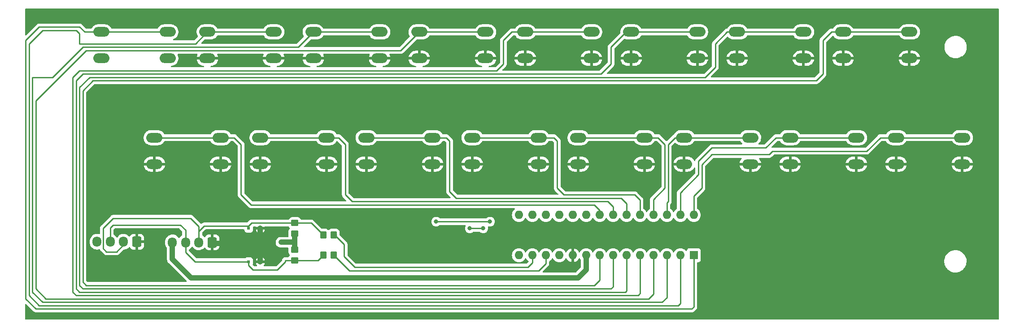
<source format=gbr>
%TF.GenerationSoftware,KiCad,Pcbnew,(6.0.9)*%
%TF.CreationDate,2023-03-19T20:52:38+01:00*%
%TF.ProjectId,PI-keys,50492d6b-6579-4732-9e6b-696361645f70,rev?*%
%TF.SameCoordinates,Original*%
%TF.FileFunction,Copper,L2,Bot*%
%TF.FilePolarity,Positive*%
%FSLAX46Y46*%
G04 Gerber Fmt 4.6, Leading zero omitted, Abs format (unit mm)*
G04 Created by KiCad (PCBNEW (6.0.9)) date 2023-03-19 20:52:38*
%MOMM*%
%LPD*%
G01*
G04 APERTURE LIST*
G04 Aperture macros list*
%AMRoundRect*
0 Rectangle with rounded corners*
0 $1 Rounding radius*
0 $2 $3 $4 $5 $6 $7 $8 $9 X,Y pos of 4 corners*
0 Add a 4 corners polygon primitive as box body*
4,1,4,$2,$3,$4,$5,$6,$7,$8,$9,$2,$3,0*
0 Add four circle primitives for the rounded corners*
1,1,$1+$1,$2,$3*
1,1,$1+$1,$4,$5*
1,1,$1+$1,$6,$7*
1,1,$1+$1,$8,$9*
0 Add four rect primitives between the rounded corners*
20,1,$1+$1,$2,$3,$4,$5,0*
20,1,$1+$1,$4,$5,$6,$7,0*
20,1,$1+$1,$6,$7,$8,$9,0*
20,1,$1+$1,$8,$9,$2,$3,0*%
G04 Aperture macros list end*
%TA.AperFunction,ComponentPad*%
%ADD10O,3.048000X1.850000*%
%TD*%
%TA.AperFunction,ComponentPad*%
%ADD11RoundRect,0.250000X0.600000X0.725000X-0.600000X0.725000X-0.600000X-0.725000X0.600000X-0.725000X0*%
%TD*%
%TA.AperFunction,ComponentPad*%
%ADD12O,1.700000X1.950000*%
%TD*%
%TA.AperFunction,ComponentPad*%
%ADD13R,1.600000X1.600000*%
%TD*%
%TA.AperFunction,ComponentPad*%
%ADD14O,1.600000X1.600000*%
%TD*%
%TA.AperFunction,SMDPad,CuDef*%
%ADD15RoundRect,0.250000X0.350000X0.450000X-0.350000X0.450000X-0.350000X-0.450000X0.350000X-0.450000X0*%
%TD*%
%TA.AperFunction,SMDPad,CuDef*%
%ADD16RoundRect,0.250000X0.450000X-0.350000X0.450000X0.350000X-0.450000X0.350000X-0.450000X-0.350000X0*%
%TD*%
%TA.AperFunction,SMDPad,CuDef*%
%ADD17RoundRect,0.250000X-0.450000X0.350000X-0.450000X-0.350000X0.450000X-0.350000X0.450000X0.350000X0*%
%TD*%
%TA.AperFunction,SMDPad,CuDef*%
%ADD18R,0.600000X0.600000*%
%TD*%
%TA.AperFunction,ViaPad*%
%ADD19C,0.800000*%
%TD*%
%TA.AperFunction,Conductor*%
%ADD20C,0.250000*%
%TD*%
%TA.AperFunction,Conductor*%
%ADD21C,1.000000*%
%TD*%
G04 APERTURE END LIST*
D10*
%TO.P,SW12,1,1*%
%TO.N,Net-(U1-Pad24)*%
X130000000Y-120000000D03*
X142500000Y-120000000D03*
%TO.P,SW12,2,2*%
%TO.N,GND*%
X130000000Y-125000000D03*
X142500000Y-125000000D03*
%TD*%
%TO.P,SW13,1,1*%
%TO.N,Net-(U1-Pad25)*%
X150000000Y-120000000D03*
X162500000Y-120000000D03*
%TO.P,SW13,2,2*%
%TO.N,GND*%
X150000000Y-125000000D03*
X162500000Y-125000000D03*
%TD*%
D11*
%TO.P,J2,1,Pin_1*%
%TO.N,GND*%
X66675000Y-139700000D03*
D12*
%TO.P,J2,2,Pin_2*%
%TO.N,Net-(D2-Pad2)*%
X64175000Y-139700000D03*
%TO.P,J2,3,Pin_3*%
%TO.N,Net-(D1-Pad2)*%
X61675000Y-139700000D03*
%TO.P,J2,4,Pin_4*%
%TO.N,+3V3*%
X59175000Y-139700000D03*
%TD*%
D13*
%TO.P,U1,1,GPB0*%
%TO.N,Net-(SW1-Pad1)*%
X171820000Y-142240000D03*
D14*
%TO.P,U1,2,GPB1*%
%TO.N,Net-(U1-Pad2)*%
X169280000Y-142240000D03*
%TO.P,U1,3,GPB2*%
%TO.N,Net-(U1-Pad3)*%
X166740000Y-142240000D03*
%TO.P,U1,4,GPB3*%
%TO.N,Net-(U1-Pad4)*%
X164200000Y-142240000D03*
%TO.P,U1,5,GPB4*%
%TO.N,Net-(U1-Pad5)*%
X161660000Y-142240000D03*
%TO.P,U1,6,GPB5*%
%TO.N,Net-(U1-Pad6)*%
X159120000Y-142240000D03*
%TO.P,U1,7,GPB6*%
%TO.N,Net-(U1-Pad7)*%
X156580000Y-142240000D03*
%TO.P,U1,8,GPB7*%
%TO.N,Net-(U1-Pad8)*%
X154040000Y-142240000D03*
%TO.P,U1,9,VDD*%
%TO.N,+3V3*%
X151500000Y-142240000D03*
%TO.P,U1,10,VSS*%
%TO.N,GND*%
X148960000Y-142240000D03*
%TO.P,U1,11,NC*%
%TO.N,unconnected-(U1-Pad11)*%
X146420000Y-142240000D03*
%TO.P,U1,12,SCK*%
%TO.N,Net-(R3-Pad1)*%
X143880000Y-142240000D03*
%TO.P,U1,13,SDA*%
%TO.N,Net-(R4-Pad1)*%
X141340000Y-142240000D03*
%TO.P,U1,14,NC*%
%TO.N,unconnected-(U1-Pad14)*%
X138800000Y-142240000D03*
%TO.P,U1,15,A0*%
%TO.N,Net-(JP3-Pad2)*%
X138800000Y-134620000D03*
%TO.P,U1,16,A1*%
%TO.N,Net-(JP2-Pad2)*%
X141340000Y-134620000D03*
%TO.P,U1,17,A2*%
%TO.N,Net-(JP1-Pad2)*%
X143880000Y-134620000D03*
%TO.P,U1,18,~{RESET}*%
%TO.N,unconnected-(U1-Pad18)*%
X146420000Y-134620000D03*
%TO.P,U1,19,INTB*%
%TO.N,unconnected-(U1-Pad19)*%
X148960000Y-134620000D03*
%TO.P,U1,20,INTA*%
%TO.N,unconnected-(U1-Pad20)*%
X151500000Y-134620000D03*
%TO.P,U1,21,GPA0*%
%TO.N,Net-(U1-Pad21)*%
X154040000Y-134620000D03*
%TO.P,U1,22,GPA1*%
%TO.N,Net-(U1-Pad22)*%
X156580000Y-134620000D03*
%TO.P,U1,23,GPA2*%
%TO.N,Net-(U1-Pad23)*%
X159120000Y-134620000D03*
%TO.P,U1,24,GPA3*%
%TO.N,Net-(U1-Pad24)*%
X161660000Y-134620000D03*
%TO.P,U1,25,GPA4*%
%TO.N,Net-(U1-Pad25)*%
X164200000Y-134620000D03*
%TO.P,U1,26,GPA5*%
%TO.N,Net-(U1-Pad26)*%
X166740000Y-134620000D03*
%TO.P,U1,27,GPA6*%
%TO.N,Net-(U1-Pad27)*%
X169280000Y-134620000D03*
%TO.P,U1,28,GPA7*%
%TO.N,Net-(U1-Pad28)*%
X171820000Y-134620000D03*
%TD*%
D10*
%TO.P,SW16,1,1*%
%TO.N,Net-(U1-Pad28)*%
X210000000Y-120000000D03*
X222500000Y-120000000D03*
%TO.P,SW16,2,2*%
%TO.N,GND*%
X210000000Y-125000000D03*
X222500000Y-125000000D03*
%TD*%
%TO.P,SW15,1,1*%
%TO.N,Net-(U1-Pad27)*%
X190000000Y-120000000D03*
X202500000Y-120000000D03*
%TO.P,SW15,2,2*%
%TO.N,GND*%
X190000000Y-125000000D03*
X202500000Y-125000000D03*
%TD*%
%TO.P,SW14,1,1*%
%TO.N,Net-(U1-Pad26)*%
X170000000Y-120000000D03*
X182500000Y-120000000D03*
%TO.P,SW14,2,2*%
%TO.N,GND*%
X170000000Y-125000000D03*
X182500000Y-125000000D03*
%TD*%
%TO.P,SW11,1,1*%
%TO.N,Net-(U1-Pad23)*%
X110000000Y-120000000D03*
X122500000Y-120000000D03*
%TO.P,SW11,2,2*%
%TO.N,GND*%
X110000000Y-125000000D03*
X122500000Y-125000000D03*
%TD*%
%TO.P,SW10,1,1*%
%TO.N,Net-(U1-Pad22)*%
X90000000Y-120000000D03*
X102500000Y-120000000D03*
%TO.P,SW10,2,2*%
%TO.N,GND*%
X90000000Y-125000000D03*
X102500000Y-125000000D03*
%TD*%
%TO.P,SW9,1,1*%
%TO.N,Net-(U1-Pad21)*%
X70000000Y-120000000D03*
X82500000Y-120000000D03*
%TO.P,SW9,2,2*%
%TO.N,GND*%
X70000000Y-125000000D03*
X82500000Y-125000000D03*
%TD*%
%TO.P,SW8,1,1*%
%TO.N,Net-(U1-Pad8)*%
X200000000Y-100000000D03*
X212500000Y-100000000D03*
%TO.P,SW8,2,2*%
%TO.N,GND*%
X200000000Y-105000000D03*
X212500000Y-105000000D03*
%TD*%
%TO.P,SW7,1,1*%
%TO.N,Net-(U1-Pad7)*%
X180000000Y-100000000D03*
X192500000Y-100000000D03*
%TO.P,SW7,2,2*%
%TO.N,GND*%
X180000000Y-105000000D03*
X192500000Y-105000000D03*
%TD*%
%TO.P,SW6,1,1*%
%TO.N,Net-(U1-Pad6)*%
X160000000Y-100000000D03*
X172500000Y-100000000D03*
%TO.P,SW6,2,2*%
%TO.N,GND*%
X160000000Y-105000000D03*
X172500000Y-105000000D03*
%TD*%
%TO.P,SW5,1,1*%
%TO.N,Net-(U1-Pad5)*%
X140000000Y-100000000D03*
X152500000Y-100000000D03*
%TO.P,SW5,2,2*%
%TO.N,GND*%
X140000000Y-105000000D03*
X152500000Y-105000000D03*
%TD*%
%TO.P,SW4,1,1*%
%TO.N,Net-(U1-Pad4)*%
X120000000Y-100000000D03*
X132500000Y-100000000D03*
%TO.P,SW4,2,2*%
%TO.N,GND*%
X120000000Y-105000000D03*
X132500000Y-105000000D03*
%TD*%
%TO.P,SW3,1,1*%
%TO.N,Net-(U1-Pad3)*%
X100000000Y-100000000D03*
X112500000Y-100000000D03*
%TO.P,SW3,2,2*%
%TO.N,GND*%
X100000000Y-105000000D03*
X112500000Y-105000000D03*
%TD*%
%TO.P,SW2,1,1*%
%TO.N,Net-(U1-Pad2)*%
X80000000Y-100000000D03*
X92500000Y-100000000D03*
%TO.P,SW2,2,2*%
%TO.N,GND*%
X80000000Y-105000000D03*
X92500000Y-105000000D03*
%TD*%
%TO.P,SW1,2,2*%
%TO.N,Net-(SW1-Pad2)*%
X72500000Y-105000000D03*
X60000000Y-105000000D03*
%TO.P,SW1,1,1*%
%TO.N,Net-(SW1-Pad1)*%
X72500000Y-100000000D03*
X60000000Y-100000000D03*
%TD*%
D15*
%TO.P,R4,1*%
%TO.N,Net-(R4-Pad1)*%
X103870000Y-138430000D03*
%TO.P,R4,2*%
%TO.N,Net-(D2-Pad2)*%
X101870000Y-138430000D03*
%TD*%
%TO.P,R3,1*%
%TO.N,Net-(R3-Pad1)*%
X103870000Y-142240000D03*
%TO.P,R3,2*%
%TO.N,Net-(D1-Pad2)*%
X101870000Y-142240000D03*
%TD*%
D16*
%TO.P,R2,1*%
%TO.N,+3V3*%
X96520000Y-138160000D03*
%TO.P,R2,2*%
%TO.N,Net-(D2-Pad2)*%
X96520000Y-136160000D03*
%TD*%
D17*
%TO.P,R1,1*%
%TO.N,+3V3*%
X96520000Y-141240000D03*
%TO.P,R1,2*%
%TO.N,Net-(D1-Pad2)*%
X96520000Y-143240000D03*
%TD*%
D11*
%TO.P,J1,1,Pin_1*%
%TO.N,GND*%
X80890000Y-139810000D03*
D12*
%TO.P,J1,2,Pin_2*%
%TO.N,Net-(D2-Pad2)*%
X78390000Y-139810000D03*
%TO.P,J1,3,Pin_3*%
%TO.N,Net-(D1-Pad2)*%
X75890000Y-139810000D03*
%TO.P,J1,4,Pin_4*%
%TO.N,+3V3*%
X73390000Y-139810000D03*
%TD*%
D18*
%TO.P,D2,1,1*%
%TO.N,GND*%
X90000000Y-137160000D03*
%TO.P,D2,2,2*%
%TO.N,Net-(D2-Pad2)*%
X87800000Y-137160000D03*
%TD*%
%TO.P,D1,2,2*%
%TO.N,Net-(D1-Pad2)*%
X87800000Y-143460000D03*
%TO.P,D1,1,1*%
%TO.N,GND*%
X90000000Y-143460000D03*
%TD*%
D19*
%TO.N,Net-(JP3-Pad2)*%
X123190000Y-135890000D03*
%TO.N,Net-(JP2-Pad2)*%
X129540000Y-137160000D03*
X132080000Y-137160000D03*
%TO.N,Net-(JP3-Pad2)*%
X133350000Y-135890000D03*
%TO.N,+3V3*%
X93900000Y-139800000D03*
%TD*%
D20*
%TO.N,Net-(U1-Pad8)*%
X153035000Y-147955000D02*
X149225000Y-147955000D01*
X154040000Y-142240000D02*
X154040000Y-146950000D01*
X154040000Y-146950000D02*
X153035000Y-147955000D01*
%TO.N,Net-(U1-Pad3)*%
X166740000Y-150230000D02*
X166740000Y-142240000D01*
X165840000Y-151130000D02*
X166740000Y-150230000D01*
%TO.N,Net-(U1-Pad4)*%
X164200000Y-149595000D02*
X164200000Y-142240000D01*
X163300000Y-150495000D02*
X164200000Y-149595000D01*
%TO.N,Net-(U1-Pad5)*%
X161660000Y-142240000D02*
X161660000Y-149490000D01*
X161660000Y-149490000D02*
X161290000Y-149860000D01*
X161290000Y-149860000D02*
X55245000Y-149860000D01*
X161395000Y-149860000D02*
X161290000Y-149860000D01*
%TO.N,Net-(SW1-Pad1)*%
X56820000Y-100000000D02*
X60000000Y-100000000D01*
X45720000Y-150495000D02*
X45720000Y-101600000D01*
X47625000Y-152400000D02*
X45720000Y-150495000D01*
X171450000Y-152400000D02*
X47625000Y-152400000D01*
X45720000Y-101600000D02*
X48260000Y-99060000D01*
X55880000Y-99060000D02*
X56820000Y-100000000D01*
X171820000Y-152030000D02*
X171450000Y-152400000D01*
X171820000Y-142240000D02*
X171820000Y-152030000D01*
X48260000Y-99060000D02*
X55880000Y-99060000D01*
%TO.N,Net-(U1-Pad2)*%
X77765000Y-102235000D02*
X80000000Y-100000000D01*
X55880000Y-102235000D02*
X77765000Y-102235000D01*
X55880000Y-100330000D02*
X55880000Y-102235000D01*
X48895000Y-99695000D02*
X55245000Y-99695000D01*
X55245000Y-99695000D02*
X55880000Y-100330000D01*
X48260000Y-151765000D02*
X46355000Y-149860000D01*
X46355000Y-102235000D02*
X48895000Y-99695000D01*
X168910000Y-151765000D02*
X48260000Y-151765000D01*
X169280000Y-151395000D02*
X168910000Y-151765000D01*
X169280000Y-142240000D02*
X169280000Y-151395000D01*
X46355000Y-149860000D02*
X46355000Y-102235000D01*
%TO.N,Net-(U1-Pad3)*%
X97130000Y-102870000D02*
X100000000Y-100000000D01*
X56515000Y-102870000D02*
X97130000Y-102870000D01*
X48895000Y-151130000D02*
X46990000Y-149225000D01*
X46990000Y-108585000D02*
X50800000Y-108585000D01*
X46990000Y-149225000D02*
X46990000Y-108585000D01*
X165840000Y-151130000D02*
X48895000Y-151130000D01*
X50800000Y-108585000D02*
X56515000Y-102870000D01*
%TO.N,Net-(U1-Pad4)*%
X116495000Y-103505000D02*
X120000000Y-100000000D01*
X47625000Y-113030000D02*
X57150000Y-103505000D01*
X163300000Y-150495000D02*
X49530000Y-150495000D01*
X49530000Y-150495000D02*
X47625000Y-148590000D01*
X47625000Y-148590000D02*
X47625000Y-113030000D01*
X57150000Y-103505000D02*
X116495000Y-103505000D01*
%TO.N,Net-(U1-Pad5)*%
X137490000Y-100000000D02*
X140000000Y-100000000D01*
X135890000Y-101600000D02*
X137490000Y-100000000D01*
X135890000Y-106045000D02*
X135890000Y-101600000D01*
X55245000Y-149860000D02*
X54610000Y-149225000D01*
X54610000Y-149225000D02*
X54610000Y-108585000D01*
X55880000Y-107315000D02*
X134620000Y-107315000D01*
X54610000Y-108585000D02*
X55880000Y-107315000D01*
X134620000Y-107315000D02*
X135890000Y-106045000D01*
%TO.N,Net-(U1-Pad6)*%
X159120000Y-148960000D02*
X159120000Y-142240000D01*
X158855000Y-149225000D02*
X159120000Y-148960000D01*
X159080000Y-100000000D02*
X160000000Y-100000000D01*
X156210000Y-102870000D02*
X159080000Y-100000000D01*
X156210000Y-106045000D02*
X156210000Y-102870000D01*
X56515000Y-107950000D02*
X154305000Y-107950000D01*
X55245000Y-109220000D02*
X56515000Y-107950000D01*
X55245000Y-148590000D02*
X55245000Y-109220000D01*
X55880000Y-149225000D02*
X55245000Y-148590000D01*
X158855000Y-149225000D02*
X55880000Y-149225000D01*
X154305000Y-107950000D02*
X156210000Y-106045000D01*
%TO.N,Net-(U1-Pad7)*%
X178130000Y-100000000D02*
X180000000Y-100000000D01*
X175895000Y-102235000D02*
X178130000Y-100000000D01*
X175895000Y-106680000D02*
X175895000Y-102235000D01*
X57785000Y-108585000D02*
X173990000Y-108585000D01*
X173990000Y-108585000D02*
X175895000Y-106680000D01*
X55880000Y-147955000D02*
X55880000Y-110490000D01*
X55880000Y-110490000D02*
X57785000Y-108585000D01*
X156580000Y-148220000D02*
X156210000Y-148590000D01*
X156210000Y-148590000D02*
X56515000Y-148590000D01*
X156580000Y-142240000D02*
X156580000Y-148220000D01*
X56515000Y-148590000D02*
X55880000Y-147955000D01*
%TO.N,Net-(U1-Pad8)*%
X197815000Y-100000000D02*
X200000000Y-100000000D01*
X196215000Y-101600000D02*
X197815000Y-100000000D01*
X196215000Y-107950000D02*
X196215000Y-101600000D01*
X194945000Y-109220000D02*
X196215000Y-107950000D01*
X56515000Y-111125000D02*
X58420000Y-109220000D01*
X56515000Y-147320000D02*
X56515000Y-111125000D01*
X58420000Y-109220000D02*
X194945000Y-109220000D01*
X149721726Y-147955000D02*
X57150000Y-147955000D01*
X57150000Y-147955000D02*
X56515000Y-147320000D01*
X200000000Y-100000000D02*
X212500000Y-100000000D01*
%TO.N,Net-(U1-Pad7)*%
X180000000Y-100000000D02*
X192500000Y-100000000D01*
%TO.N,Net-(U1-Pad6)*%
X160000000Y-100000000D02*
X172500000Y-100000000D01*
%TO.N,Net-(U1-Pad5)*%
X140000000Y-100000000D02*
X152500000Y-100000000D01*
%TO.N,Net-(U1-Pad4)*%
X120000000Y-100000000D02*
X132500000Y-100000000D01*
%TO.N,Net-(U1-Pad3)*%
X100000000Y-100000000D02*
X112500000Y-100000000D01*
%TO.N,Net-(U1-Pad2)*%
X80000000Y-100000000D02*
X92500000Y-100000000D01*
%TO.N,Net-(SW1-Pad1)*%
X60000000Y-100000000D02*
X72500000Y-100000000D01*
%TO.N,Net-(U1-Pad28)*%
X207025000Y-120000000D02*
X210000000Y-120000000D01*
X175260000Y-123190000D02*
X186055000Y-123190000D01*
X186690000Y-122555000D02*
X204470000Y-122555000D01*
X186055000Y-123190000D02*
X186690000Y-122555000D01*
X173355000Y-125095000D02*
X175260000Y-123190000D01*
X173355000Y-129540000D02*
X173355000Y-125095000D01*
X171820000Y-131075000D02*
X173355000Y-129540000D01*
X204470000Y-122555000D02*
X207025000Y-120000000D01*
X171820000Y-134620000D02*
X171820000Y-131075000D01*
X222500000Y-120000000D02*
X210000000Y-120000000D01*
%TO.N,Net-(U1-Pad27)*%
X172720000Y-124460000D02*
X172720000Y-127000000D01*
X169280000Y-130440000D02*
X169280000Y-134620000D01*
X185420000Y-121920000D02*
X175260000Y-121920000D01*
X175260000Y-121920000D02*
X172720000Y-124460000D01*
X187340000Y-120000000D02*
X185420000Y-121920000D01*
X172720000Y-127000000D02*
X169280000Y-130440000D01*
X190000000Y-120000000D02*
X187340000Y-120000000D01*
X202500000Y-120000000D02*
X190000000Y-120000000D01*
%TO.N,Net-(U1-Pad26)*%
X166740000Y-132345000D02*
X166740000Y-134620000D01*
X167005000Y-121285000D02*
X167005000Y-132080000D01*
X168290000Y-120000000D02*
X167005000Y-121285000D01*
X170000000Y-120000000D02*
X168290000Y-120000000D01*
X167005000Y-132080000D02*
X166740000Y-132345000D01*
X182500000Y-120000000D02*
X170000000Y-120000000D01*
%TO.N,Net-(U1-Pad25)*%
X164200000Y-131710000D02*
X164200000Y-134620000D01*
X166370000Y-129540000D02*
X164200000Y-131710000D01*
X166370000Y-121285000D02*
X166370000Y-129540000D01*
X165085000Y-120000000D02*
X166370000Y-121285000D01*
X162500000Y-120000000D02*
X165085000Y-120000000D01*
X150000000Y-120000000D02*
X162500000Y-120000000D01*
%TO.N,Net-(U1-Pad24)*%
X161660000Y-131815000D02*
X161660000Y-134620000D01*
X160655000Y-130810000D02*
X161660000Y-131815000D01*
X147320000Y-130810000D02*
X160655000Y-130810000D01*
X146050000Y-129540000D02*
X147320000Y-130810000D01*
X146050000Y-120650000D02*
X146050000Y-129540000D01*
X145400000Y-120000000D02*
X146050000Y-120650000D01*
X142500000Y-120000000D02*
X145400000Y-120000000D01*
X130000000Y-120000000D02*
X142500000Y-120000000D01*
%TO.N,Net-(U1-Pad23)*%
X127000000Y-131445000D02*
X158115000Y-131445000D01*
X125730000Y-120650000D02*
X125730000Y-130175000D01*
X158115000Y-131445000D02*
X159120000Y-132450000D01*
X122500000Y-120000000D02*
X125080000Y-120000000D01*
X125080000Y-120000000D02*
X125730000Y-120650000D01*
X125730000Y-130175000D02*
X127000000Y-131445000D01*
X159120000Y-132450000D02*
X159120000Y-134620000D01*
X110000000Y-120000000D02*
X122500000Y-120000000D01*
%TO.N,Net-(U1-Pad22)*%
X156580000Y-133085000D02*
X156580000Y-134620000D01*
X155575000Y-132080000D02*
X156580000Y-133085000D01*
X107315000Y-132080000D02*
X155575000Y-132080000D01*
X106045000Y-130810000D02*
X107315000Y-132080000D01*
X106045000Y-121285000D02*
X106045000Y-130810000D01*
X104760000Y-120000000D02*
X106045000Y-121285000D01*
X102500000Y-120000000D02*
X104760000Y-120000000D01*
X90000000Y-120000000D02*
X102500000Y-120000000D01*
%TO.N,Net-(U1-Pad21)*%
X88265000Y-132715000D02*
X153035000Y-132715000D01*
X86360000Y-130810000D02*
X88265000Y-132715000D01*
X154040000Y-133720000D02*
X154040000Y-134620000D01*
X86360000Y-121285000D02*
X86360000Y-130810000D01*
X85075000Y-120000000D02*
X86360000Y-121285000D01*
X153035000Y-132715000D02*
X154040000Y-133720000D01*
X82500000Y-120000000D02*
X85075000Y-120000000D01*
X70000000Y-120000000D02*
X82500000Y-120000000D01*
%TO.N,Net-(D2-Pad2)*%
X76835000Y-135255000D02*
X78390000Y-136810000D01*
X62230000Y-135255000D02*
X76835000Y-135255000D01*
X60350000Y-137135000D02*
X62230000Y-135255000D01*
X78390000Y-136810000D02*
X78390000Y-137710000D01*
X60350000Y-140945000D02*
X60350000Y-137135000D01*
X60325000Y-140970000D02*
X60350000Y-140945000D01*
X60960000Y-141605000D02*
X60325000Y-140970000D01*
X62865000Y-141605000D02*
X60960000Y-141605000D01*
X64175000Y-140295000D02*
X62865000Y-141605000D01*
X64175000Y-139700000D02*
X64175000Y-140295000D01*
%TO.N,Net-(D1-Pad2)*%
X61675000Y-137080000D02*
X61675000Y-139700000D01*
X74930000Y-136525000D02*
X62230000Y-136525000D01*
X75890000Y-137485000D02*
X74930000Y-136525000D01*
X75890000Y-139810000D02*
X75890000Y-137485000D01*
X62230000Y-136525000D02*
X61675000Y-137080000D01*
%TO.N,Net-(JP3-Pad2)*%
X133350000Y-135890000D02*
X123190000Y-135890000D01*
%TO.N,Net-(JP2-Pad2)*%
X132080000Y-137160000D02*
X129540000Y-137160000D01*
%TO.N,Net-(R4-Pad1)*%
X105800000Y-140200000D02*
X104030000Y-138430000D01*
X104030000Y-138430000D02*
X103870000Y-138430000D01*
X107800000Y-144500000D02*
X105800000Y-142500000D01*
X105800000Y-142500000D02*
X105800000Y-140200000D01*
X141340000Y-143660000D02*
X140500000Y-144500000D01*
X140500000Y-144500000D02*
X107800000Y-144500000D01*
X141340000Y-142240000D02*
X141340000Y-143660000D01*
%TO.N,Net-(R3-Pad1)*%
X142500000Y-145200000D02*
X143880000Y-143820000D01*
X143880000Y-143820000D02*
X143880000Y-142240000D01*
X106830000Y-145200000D02*
X142500000Y-145200000D01*
X103870000Y-142240000D02*
X106830000Y-145200000D01*
D21*
%TO.N,+3V3*%
X151500000Y-145010000D02*
X151500000Y-142240000D01*
X150010000Y-146500000D02*
X151500000Y-145010000D01*
X76900000Y-146500000D02*
X150010000Y-146500000D01*
X73390000Y-142990000D02*
X76900000Y-146500000D01*
X73390000Y-140185000D02*
X73390000Y-142990000D01*
X96340000Y-139800000D02*
X96520000Y-139620000D01*
X93900000Y-139800000D02*
X96340000Y-139800000D01*
X96520000Y-139620000D02*
X96520000Y-141240000D01*
X96520000Y-138160000D02*
X96520000Y-139620000D01*
%TO.N,GND*%
X81075000Y-140000000D02*
X80890000Y-140185000D01*
X90000000Y-140000000D02*
X81075000Y-140000000D01*
X90000000Y-140000000D02*
X90000000Y-143460000D01*
X90000000Y-137160000D02*
X90000000Y-140000000D01*
D20*
%TO.N,Net-(D1-Pad2)*%
X94740000Y-143240000D02*
X96520000Y-143240000D01*
X93200000Y-145000000D02*
X94740000Y-143460000D01*
X94740000Y-143460000D02*
X94740000Y-143240000D01*
X87800000Y-144200000D02*
X88600000Y-145000000D01*
X88600000Y-145000000D02*
X93200000Y-145000000D01*
X87800000Y-143460000D02*
X87800000Y-144200000D01*
%TO.N,Net-(R4-Pad1)*%
X103870000Y-138430000D02*
X104330000Y-138430000D01*
%TO.N,Net-(D1-Pad2)*%
X75890000Y-141690000D02*
X75890000Y-140185000D01*
X77660000Y-143460000D02*
X75890000Y-141690000D01*
X87800000Y-143460000D02*
X77660000Y-143460000D01*
X100870000Y-143240000D02*
X96520000Y-143240000D01*
X101870000Y-142240000D02*
X100870000Y-143240000D01*
%TO.N,Net-(D2-Pad2)*%
X99600000Y-136160000D02*
X101870000Y-138430000D01*
X96520000Y-136160000D02*
X99600000Y-136160000D01*
X88340000Y-136160000D02*
X96520000Y-136160000D01*
X87800000Y-136700000D02*
X88340000Y-136160000D01*
X79400000Y-136700000D02*
X87800000Y-136700000D01*
X87800000Y-136700000D02*
X87800000Y-137160000D01*
X78390000Y-137710000D02*
X79400000Y-136700000D01*
X78390000Y-140185000D02*
X78390000Y-137710000D01*
%TD*%
%TA.AperFunction,Conductor*%
%TO.N,GND*%
G36*
X229358621Y-95603502D02*
G01*
X229405114Y-95657158D01*
X229416500Y-95709500D01*
X229416500Y-154290500D01*
X229396498Y-154358621D01*
X229342842Y-154405114D01*
X229290500Y-154416500D01*
X45709500Y-154416500D01*
X45641379Y-154396498D01*
X45594886Y-154342842D01*
X45583500Y-154290500D01*
X45583500Y-151558594D01*
X45603502Y-151490473D01*
X45657158Y-151443980D01*
X45727432Y-151433876D01*
X45792012Y-151463370D01*
X45798593Y-151469497D01*
X46481951Y-152152856D01*
X47121348Y-152792253D01*
X47128888Y-152800539D01*
X47133000Y-152807018D01*
X47138777Y-152812443D01*
X47182651Y-152853643D01*
X47185493Y-152856398D01*
X47205230Y-152876135D01*
X47208427Y-152878615D01*
X47217447Y-152886318D01*
X47249679Y-152916586D01*
X47256625Y-152920405D01*
X47256628Y-152920407D01*
X47267434Y-152926348D01*
X47283953Y-152937199D01*
X47299959Y-152949614D01*
X47307228Y-152952759D01*
X47307232Y-152952762D01*
X47340537Y-152967174D01*
X47351187Y-152972391D01*
X47389940Y-152993695D01*
X47397615Y-152995666D01*
X47397616Y-152995666D01*
X47409562Y-152998733D01*
X47428267Y-153005137D01*
X47446855Y-153013181D01*
X47454678Y-153014420D01*
X47454688Y-153014423D01*
X47490524Y-153020099D01*
X47502144Y-153022505D01*
X47533959Y-153030673D01*
X47544970Y-153033500D01*
X47565224Y-153033500D01*
X47584934Y-153035051D01*
X47604943Y-153038220D01*
X47612835Y-153037474D01*
X47631580Y-153035702D01*
X47648962Y-153034059D01*
X47660819Y-153033500D01*
X171371233Y-153033500D01*
X171382416Y-153034027D01*
X171389909Y-153035702D01*
X171397835Y-153035453D01*
X171397836Y-153035453D01*
X171457986Y-153033562D01*
X171461945Y-153033500D01*
X171489856Y-153033500D01*
X171493791Y-153033003D01*
X171493856Y-153032995D01*
X171505693Y-153032062D01*
X171537951Y-153031048D01*
X171541970Y-153030922D01*
X171549889Y-153030673D01*
X171569343Y-153025021D01*
X171588700Y-153021013D01*
X171600930Y-153019468D01*
X171600931Y-153019468D01*
X171608797Y-153018474D01*
X171616168Y-153015555D01*
X171616170Y-153015555D01*
X171649912Y-153002196D01*
X171661142Y-152998351D01*
X171695983Y-152988229D01*
X171695984Y-152988229D01*
X171703593Y-152986018D01*
X171710412Y-152981985D01*
X171710417Y-152981983D01*
X171721028Y-152975707D01*
X171738776Y-152967012D01*
X171757617Y-152959552D01*
X171793387Y-152933564D01*
X171803307Y-152927048D01*
X171830173Y-152911159D01*
X171841362Y-152904542D01*
X171846969Y-152898936D01*
X171855685Y-152890220D01*
X171870719Y-152877379D01*
X171880695Y-152870131D01*
X171880696Y-152870130D01*
X171887107Y-152865472D01*
X171915288Y-152831407D01*
X171923278Y-152822626D01*
X172212258Y-152533647D01*
X172220537Y-152526113D01*
X172227018Y-152522000D01*
X172273645Y-152472347D01*
X172276399Y-152469506D01*
X172296135Y-152449770D01*
X172298615Y-152446573D01*
X172306320Y-152437551D01*
X172331159Y-152411100D01*
X172336586Y-152405321D01*
X172340405Y-152398375D01*
X172340407Y-152398372D01*
X172346348Y-152387566D01*
X172357199Y-152371047D01*
X172364758Y-152361301D01*
X172369614Y-152355041D01*
X172372759Y-152347772D01*
X172372762Y-152347768D01*
X172387174Y-152314463D01*
X172392391Y-152303813D01*
X172413695Y-152265060D01*
X172418733Y-152245437D01*
X172425137Y-152226734D01*
X172430033Y-152215420D01*
X172430033Y-152215419D01*
X172433181Y-152208145D01*
X172434420Y-152200322D01*
X172434423Y-152200312D01*
X172440099Y-152164476D01*
X172442505Y-152152856D01*
X172451528Y-152117711D01*
X172451528Y-152117710D01*
X172453500Y-152110030D01*
X172453500Y-152089776D01*
X172455051Y-152070065D01*
X172456980Y-152057886D01*
X172458220Y-152050057D01*
X172454059Y-152006038D01*
X172453500Y-151994181D01*
X172453500Y-143674500D01*
X172473502Y-143606379D01*
X172527158Y-143559886D01*
X172579500Y-143548500D01*
X172668134Y-143548500D01*
X172730316Y-143541745D01*
X172754435Y-143532703D01*
X219090743Y-143532703D01*
X219091302Y-143536947D01*
X219091302Y-143536951D01*
X219098404Y-143590897D01*
X219128268Y-143817734D01*
X219129401Y-143821874D01*
X219129401Y-143821876D01*
X219144647Y-143877606D01*
X219204129Y-144095036D01*
X219206029Y-144099491D01*
X219313278Y-144350930D01*
X219316923Y-144359476D01*
X219373251Y-144453593D01*
X219432929Y-144553307D01*
X219464561Y-144606161D01*
X219644313Y-144830528D01*
X219755924Y-144936443D01*
X219831857Y-145008500D01*
X219852851Y-145028423D01*
X220086317Y-145196186D01*
X220090112Y-145198195D01*
X220090113Y-145198196D01*
X220110654Y-145209072D01*
X220340392Y-145330712D01*
X220362267Y-145338717D01*
X220603039Y-145426827D01*
X220610373Y-145429511D01*
X220891264Y-145490755D01*
X220905991Y-145491914D01*
X221114282Y-145508307D01*
X221114291Y-145508307D01*
X221116739Y-145508500D01*
X221272271Y-145508500D01*
X221274407Y-145508354D01*
X221274418Y-145508354D01*
X221482548Y-145494165D01*
X221482554Y-145494164D01*
X221486825Y-145493873D01*
X221491020Y-145493004D01*
X221491022Y-145493004D01*
X221676492Y-145454595D01*
X221768342Y-145435574D01*
X222039343Y-145339607D01*
X222294812Y-145207750D01*
X222298313Y-145205289D01*
X222298317Y-145205287D01*
X222501822Y-145062261D01*
X222530023Y-145042441D01*
X222740622Y-144846740D01*
X222922713Y-144624268D01*
X223072927Y-144379142D01*
X223078477Y-144366500D01*
X223186757Y-144119830D01*
X223188483Y-144115898D01*
X223194422Y-144095051D01*
X223238869Y-143939017D01*
X223267244Y-143839406D01*
X223302098Y-143594502D01*
X223307146Y-143559036D01*
X223307146Y-143559034D01*
X223307751Y-143554784D01*
X223307775Y-143550384D01*
X223309235Y-143271583D01*
X223309235Y-143271576D01*
X223309257Y-143267297D01*
X223306845Y-143248972D01*
X223281279Y-143054784D01*
X223271732Y-142982266D01*
X223195871Y-142704964D01*
X223175189Y-142656475D01*
X223084763Y-142444476D01*
X223084761Y-142444472D01*
X223083077Y-142440524D01*
X222983714Y-142274500D01*
X222937643Y-142197521D01*
X222937640Y-142197517D01*
X222935439Y-142193839D01*
X222755687Y-141969472D01*
X222562111Y-141785775D01*
X222550258Y-141774527D01*
X222550255Y-141774525D01*
X222547149Y-141771577D01*
X222348192Y-141628611D01*
X222317172Y-141606321D01*
X222317171Y-141606320D01*
X222313683Y-141603814D01*
X222291843Y-141592250D01*
X222248016Y-141569045D01*
X222059608Y-141469288D01*
X221886761Y-141406035D01*
X221793658Y-141371964D01*
X221793656Y-141371963D01*
X221789627Y-141370489D01*
X221508736Y-141309245D01*
X221471862Y-141306343D01*
X221285718Y-141291693D01*
X221285709Y-141291693D01*
X221283261Y-141291500D01*
X221127729Y-141291500D01*
X221125593Y-141291646D01*
X221125582Y-141291646D01*
X220917452Y-141305835D01*
X220917446Y-141305836D01*
X220913175Y-141306127D01*
X220908980Y-141306996D01*
X220908978Y-141306996D01*
X220799422Y-141329684D01*
X220631658Y-141364426D01*
X220360657Y-141460393D01*
X220356848Y-141462359D01*
X220187715Y-141549655D01*
X220105188Y-141592250D01*
X220101687Y-141594711D01*
X220101683Y-141594713D01*
X220036677Y-141640400D01*
X219869977Y-141757559D01*
X219854892Y-141771577D01*
X219668831Y-141944476D01*
X219659378Y-141953260D01*
X219477287Y-142175732D01*
X219327073Y-142420858D01*
X219325347Y-142424791D01*
X219325346Y-142424792D01*
X219271869Y-142546616D01*
X219211517Y-142684102D01*
X219210342Y-142688229D01*
X219210341Y-142688230D01*
X219173433Y-142817796D01*
X219132756Y-142960594D01*
X219092249Y-143245216D01*
X219092227Y-143249505D01*
X219092226Y-143249512D01*
X219090795Y-143522727D01*
X219090743Y-143532703D01*
X172754435Y-143532703D01*
X172866705Y-143490615D01*
X172983261Y-143403261D01*
X173070615Y-143286705D01*
X173121745Y-143150316D01*
X173128500Y-143088134D01*
X173128500Y-141391866D01*
X173121745Y-141329684D01*
X173070615Y-141193295D01*
X172983261Y-141076739D01*
X172866705Y-140989385D01*
X172730316Y-140938255D01*
X172668134Y-140931500D01*
X170971866Y-140931500D01*
X170909684Y-140938255D01*
X170773295Y-140989385D01*
X170656739Y-141076739D01*
X170569385Y-141193295D01*
X170518255Y-141329684D01*
X170517083Y-141340474D01*
X170516197Y-141342606D01*
X170515575Y-141345222D01*
X170515152Y-141345121D01*
X170489845Y-141406035D01*
X170431483Y-141446463D01*
X170360529Y-141448922D01*
X170299510Y-141412629D01*
X170292511Y-141403969D01*
X170289354Y-141400207D01*
X170286198Y-141395700D01*
X170124300Y-141233802D01*
X170119792Y-141230645D01*
X170119789Y-141230643D01*
X170016308Y-141158185D01*
X169936749Y-141102477D01*
X169931767Y-141100154D01*
X169931762Y-141100151D01*
X169734225Y-141008039D01*
X169734224Y-141008039D01*
X169729243Y-141005716D01*
X169723935Y-141004294D01*
X169723933Y-141004293D01*
X169513402Y-140947881D01*
X169513400Y-140947881D01*
X169508087Y-140946457D01*
X169280000Y-140926502D01*
X169051913Y-140946457D01*
X169046600Y-140947881D01*
X169046598Y-140947881D01*
X168836067Y-141004293D01*
X168836065Y-141004294D01*
X168830757Y-141005716D01*
X168825776Y-141008039D01*
X168825775Y-141008039D01*
X168628238Y-141100151D01*
X168628233Y-141100154D01*
X168623251Y-141102477D01*
X168543692Y-141158185D01*
X168440211Y-141230643D01*
X168440208Y-141230645D01*
X168435700Y-141233802D01*
X168273802Y-141395700D01*
X168142477Y-141583251D01*
X168140154Y-141588233D01*
X168140151Y-141588238D01*
X168124195Y-141622457D01*
X168077278Y-141675742D01*
X168009001Y-141695203D01*
X167941041Y-141674661D01*
X167895805Y-141622457D01*
X167879849Y-141588238D01*
X167879846Y-141588233D01*
X167877523Y-141583251D01*
X167746198Y-141395700D01*
X167584300Y-141233802D01*
X167579792Y-141230645D01*
X167579789Y-141230643D01*
X167476308Y-141158185D01*
X167396749Y-141102477D01*
X167391767Y-141100154D01*
X167391762Y-141100151D01*
X167194225Y-141008039D01*
X167194224Y-141008039D01*
X167189243Y-141005716D01*
X167183935Y-141004294D01*
X167183933Y-141004293D01*
X166973402Y-140947881D01*
X166973400Y-140947881D01*
X166968087Y-140946457D01*
X166740000Y-140926502D01*
X166511913Y-140946457D01*
X166506600Y-140947881D01*
X166506598Y-140947881D01*
X166296067Y-141004293D01*
X166296065Y-141004294D01*
X166290757Y-141005716D01*
X166285776Y-141008039D01*
X166285775Y-141008039D01*
X166088238Y-141100151D01*
X166088233Y-141100154D01*
X166083251Y-141102477D01*
X166003692Y-141158185D01*
X165900211Y-141230643D01*
X165900208Y-141230645D01*
X165895700Y-141233802D01*
X165733802Y-141395700D01*
X165602477Y-141583251D01*
X165600154Y-141588233D01*
X165600151Y-141588238D01*
X165584195Y-141622457D01*
X165537278Y-141675742D01*
X165469001Y-141695203D01*
X165401041Y-141674661D01*
X165355805Y-141622457D01*
X165339849Y-141588238D01*
X165339846Y-141588233D01*
X165337523Y-141583251D01*
X165206198Y-141395700D01*
X165044300Y-141233802D01*
X165039792Y-141230645D01*
X165039789Y-141230643D01*
X164936308Y-141158185D01*
X164856749Y-141102477D01*
X164851767Y-141100154D01*
X164851762Y-141100151D01*
X164654225Y-141008039D01*
X164654224Y-141008039D01*
X164649243Y-141005716D01*
X164643935Y-141004294D01*
X164643933Y-141004293D01*
X164433402Y-140947881D01*
X164433400Y-140947881D01*
X164428087Y-140946457D01*
X164200000Y-140926502D01*
X163971913Y-140946457D01*
X163966600Y-140947881D01*
X163966598Y-140947881D01*
X163756067Y-141004293D01*
X163756065Y-141004294D01*
X163750757Y-141005716D01*
X163745776Y-141008039D01*
X163745775Y-141008039D01*
X163548238Y-141100151D01*
X163548233Y-141100154D01*
X163543251Y-141102477D01*
X163463692Y-141158185D01*
X163360211Y-141230643D01*
X163360208Y-141230645D01*
X163355700Y-141233802D01*
X163193802Y-141395700D01*
X163062477Y-141583251D01*
X163060154Y-141588233D01*
X163060151Y-141588238D01*
X163044195Y-141622457D01*
X162997278Y-141675742D01*
X162929001Y-141695203D01*
X162861041Y-141674661D01*
X162815805Y-141622457D01*
X162799849Y-141588238D01*
X162799846Y-141588233D01*
X162797523Y-141583251D01*
X162666198Y-141395700D01*
X162504300Y-141233802D01*
X162499792Y-141230645D01*
X162499789Y-141230643D01*
X162396308Y-141158185D01*
X162316749Y-141102477D01*
X162311767Y-141100154D01*
X162311762Y-141100151D01*
X162114225Y-141008039D01*
X162114224Y-141008039D01*
X162109243Y-141005716D01*
X162103935Y-141004294D01*
X162103933Y-141004293D01*
X161893402Y-140947881D01*
X161893400Y-140947881D01*
X161888087Y-140946457D01*
X161660000Y-140926502D01*
X161431913Y-140946457D01*
X161426600Y-140947881D01*
X161426598Y-140947881D01*
X161216067Y-141004293D01*
X161216065Y-141004294D01*
X161210757Y-141005716D01*
X161205776Y-141008039D01*
X161205775Y-141008039D01*
X161008238Y-141100151D01*
X161008233Y-141100154D01*
X161003251Y-141102477D01*
X160923692Y-141158185D01*
X160820211Y-141230643D01*
X160820208Y-141230645D01*
X160815700Y-141233802D01*
X160653802Y-141395700D01*
X160522477Y-141583251D01*
X160520154Y-141588233D01*
X160520151Y-141588238D01*
X160504195Y-141622457D01*
X160457278Y-141675742D01*
X160389001Y-141695203D01*
X160321041Y-141674661D01*
X160275805Y-141622457D01*
X160259849Y-141588238D01*
X160259846Y-141588233D01*
X160257523Y-141583251D01*
X160126198Y-141395700D01*
X159964300Y-141233802D01*
X159959792Y-141230645D01*
X159959789Y-141230643D01*
X159856308Y-141158185D01*
X159776749Y-141102477D01*
X159771767Y-141100154D01*
X159771762Y-141100151D01*
X159574225Y-141008039D01*
X159574224Y-141008039D01*
X159569243Y-141005716D01*
X159563935Y-141004294D01*
X159563933Y-141004293D01*
X159353402Y-140947881D01*
X159353400Y-140947881D01*
X159348087Y-140946457D01*
X159120000Y-140926502D01*
X158891913Y-140946457D01*
X158886600Y-140947881D01*
X158886598Y-140947881D01*
X158676067Y-141004293D01*
X158676065Y-141004294D01*
X158670757Y-141005716D01*
X158665776Y-141008039D01*
X158665775Y-141008039D01*
X158468238Y-141100151D01*
X158468233Y-141100154D01*
X158463251Y-141102477D01*
X158383692Y-141158185D01*
X158280211Y-141230643D01*
X158280208Y-141230645D01*
X158275700Y-141233802D01*
X158113802Y-141395700D01*
X157982477Y-141583251D01*
X157980154Y-141588233D01*
X157980151Y-141588238D01*
X157964195Y-141622457D01*
X157917278Y-141675742D01*
X157849001Y-141695203D01*
X157781041Y-141674661D01*
X157735805Y-141622457D01*
X157719849Y-141588238D01*
X157719846Y-141588233D01*
X157717523Y-141583251D01*
X157586198Y-141395700D01*
X157424300Y-141233802D01*
X157419792Y-141230645D01*
X157419789Y-141230643D01*
X157316308Y-141158185D01*
X157236749Y-141102477D01*
X157231767Y-141100154D01*
X157231762Y-141100151D01*
X157034225Y-141008039D01*
X157034224Y-141008039D01*
X157029243Y-141005716D01*
X157023935Y-141004294D01*
X157023933Y-141004293D01*
X156813402Y-140947881D01*
X156813400Y-140947881D01*
X156808087Y-140946457D01*
X156580000Y-140926502D01*
X156351913Y-140946457D01*
X156346600Y-140947881D01*
X156346598Y-140947881D01*
X156136067Y-141004293D01*
X156136065Y-141004294D01*
X156130757Y-141005716D01*
X156125776Y-141008039D01*
X156125775Y-141008039D01*
X155928238Y-141100151D01*
X155928233Y-141100154D01*
X155923251Y-141102477D01*
X155843692Y-141158185D01*
X155740211Y-141230643D01*
X155740208Y-141230645D01*
X155735700Y-141233802D01*
X155573802Y-141395700D01*
X155442477Y-141583251D01*
X155440154Y-141588233D01*
X155440151Y-141588238D01*
X155424195Y-141622457D01*
X155377278Y-141675742D01*
X155309001Y-141695203D01*
X155241041Y-141674661D01*
X155195805Y-141622457D01*
X155179849Y-141588238D01*
X155179846Y-141588233D01*
X155177523Y-141583251D01*
X155046198Y-141395700D01*
X154884300Y-141233802D01*
X154879792Y-141230645D01*
X154879789Y-141230643D01*
X154776308Y-141158185D01*
X154696749Y-141102477D01*
X154691767Y-141100154D01*
X154691762Y-141100151D01*
X154494225Y-141008039D01*
X154494224Y-141008039D01*
X154489243Y-141005716D01*
X154483935Y-141004294D01*
X154483933Y-141004293D01*
X154273402Y-140947881D01*
X154273400Y-140947881D01*
X154268087Y-140946457D01*
X154040000Y-140926502D01*
X153811913Y-140946457D01*
X153806600Y-140947881D01*
X153806598Y-140947881D01*
X153596067Y-141004293D01*
X153596065Y-141004294D01*
X153590757Y-141005716D01*
X153585776Y-141008039D01*
X153585775Y-141008039D01*
X153388238Y-141100151D01*
X153388233Y-141100154D01*
X153383251Y-141102477D01*
X153303692Y-141158185D01*
X153200211Y-141230643D01*
X153200208Y-141230645D01*
X153195700Y-141233802D01*
X153033802Y-141395700D01*
X152902477Y-141583251D01*
X152900154Y-141588233D01*
X152900151Y-141588238D01*
X152884195Y-141622457D01*
X152837278Y-141675742D01*
X152769001Y-141695203D01*
X152701041Y-141674661D01*
X152655805Y-141622457D01*
X152639849Y-141588238D01*
X152639846Y-141588233D01*
X152637523Y-141583251D01*
X152506198Y-141395700D01*
X152344300Y-141233802D01*
X152339792Y-141230645D01*
X152339789Y-141230643D01*
X152236308Y-141158185D01*
X152156749Y-141102477D01*
X152151767Y-141100154D01*
X152151762Y-141100151D01*
X151954225Y-141008039D01*
X151954224Y-141008039D01*
X151949243Y-141005716D01*
X151943935Y-141004294D01*
X151943933Y-141004293D01*
X151733402Y-140947881D01*
X151733400Y-140947881D01*
X151728087Y-140946457D01*
X151500000Y-140926502D01*
X151271913Y-140946457D01*
X151266600Y-140947881D01*
X151266598Y-140947881D01*
X151056067Y-141004293D01*
X151056065Y-141004294D01*
X151050757Y-141005716D01*
X151045776Y-141008039D01*
X151045775Y-141008039D01*
X150848238Y-141100151D01*
X150848233Y-141100154D01*
X150843251Y-141102477D01*
X150763692Y-141158185D01*
X150660211Y-141230643D01*
X150660208Y-141230645D01*
X150655700Y-141233802D01*
X150493802Y-141395700D01*
X150362477Y-141583251D01*
X150360154Y-141588233D01*
X150360151Y-141588238D01*
X150343919Y-141623049D01*
X150297002Y-141676334D01*
X150228725Y-141695795D01*
X150160765Y-141675253D01*
X150115529Y-141623049D01*
X150099414Y-141588489D01*
X150093931Y-141578993D01*
X149968972Y-141400533D01*
X149961916Y-141392125D01*
X149807875Y-141238084D01*
X149799467Y-141231028D01*
X149621007Y-141106069D01*
X149611511Y-141100586D01*
X149414053Y-141008510D01*
X149403761Y-141004764D01*
X149231497Y-140958606D01*
X149217401Y-140958942D01*
X149214000Y-140966884D01*
X149214000Y-143507967D01*
X149217973Y-143521498D01*
X149226522Y-143522727D01*
X149403761Y-143475236D01*
X149414053Y-143471490D01*
X149611511Y-143379414D01*
X149621007Y-143373931D01*
X149799467Y-143248972D01*
X149807875Y-143241916D01*
X149961916Y-143087875D01*
X149968972Y-143079467D01*
X150093931Y-142901007D01*
X150099416Y-142891506D01*
X150115529Y-142856951D01*
X150162446Y-142803666D01*
X150230723Y-142784205D01*
X150298683Y-142804747D01*
X150343919Y-142856951D01*
X150360151Y-142891762D01*
X150360154Y-142891767D01*
X150362477Y-142896749D01*
X150404292Y-142956466D01*
X150468713Y-143048469D01*
X150491500Y-143120740D01*
X150491500Y-144540074D01*
X150471498Y-144608195D01*
X150454596Y-144629169D01*
X149629171Y-145454595D01*
X149566858Y-145488620D01*
X149540075Y-145491500D01*
X143408594Y-145491500D01*
X143340473Y-145471498D01*
X143293980Y-145417842D01*
X143283876Y-145347568D01*
X143313370Y-145282988D01*
X143319499Y-145276405D01*
X144272247Y-144323657D01*
X144280537Y-144316113D01*
X144287018Y-144312000D01*
X144313436Y-144283868D01*
X144333658Y-144262333D01*
X144336413Y-144259491D01*
X144356135Y-144239769D01*
X144358619Y-144236567D01*
X144366317Y-144227555D01*
X144391161Y-144201098D01*
X144396586Y-144195321D01*
X144406347Y-144177566D01*
X144417198Y-144161047D01*
X144429614Y-144145041D01*
X144436865Y-144128286D01*
X144447174Y-144104463D01*
X144452391Y-144093813D01*
X144473695Y-144055060D01*
X144478733Y-144035437D01*
X144485137Y-144016734D01*
X144490033Y-144005420D01*
X144490033Y-144005419D01*
X144493181Y-143998145D01*
X144494420Y-143990322D01*
X144494423Y-143990312D01*
X144500099Y-143954476D01*
X144502505Y-143942856D01*
X144511528Y-143907711D01*
X144511528Y-143907710D01*
X144513500Y-143900030D01*
X144513500Y-143879770D01*
X144515051Y-143860065D01*
X144516980Y-143847886D01*
X144518220Y-143840057D01*
X144514059Y-143796038D01*
X144513500Y-143784181D01*
X144513500Y-143459394D01*
X144533502Y-143391273D01*
X144567229Y-143356181D01*
X144719789Y-143249357D01*
X144719792Y-143249355D01*
X144724300Y-143246198D01*
X144886198Y-143084300D01*
X144904860Y-143057649D01*
X144972818Y-142960594D01*
X145017523Y-142896749D01*
X145019846Y-142891767D01*
X145019849Y-142891762D01*
X145035805Y-142857543D01*
X145082722Y-142804258D01*
X145150999Y-142784797D01*
X145218959Y-142805339D01*
X145264195Y-142857543D01*
X145280151Y-142891762D01*
X145280154Y-142891767D01*
X145282477Y-142896749D01*
X145327182Y-142960594D01*
X145395141Y-143057649D01*
X145413802Y-143084300D01*
X145575700Y-143246198D01*
X145580208Y-143249355D01*
X145580211Y-143249357D01*
X145643812Y-143293891D01*
X145763251Y-143377523D01*
X145768233Y-143379846D01*
X145768238Y-143379849D01*
X145958357Y-143468502D01*
X145970757Y-143474284D01*
X145976065Y-143475706D01*
X145976067Y-143475707D01*
X146186598Y-143532119D01*
X146186600Y-143532119D01*
X146191913Y-143533543D01*
X146420000Y-143553498D01*
X146648087Y-143533543D01*
X146653400Y-143532119D01*
X146653402Y-143532119D01*
X146863933Y-143475707D01*
X146863935Y-143475706D01*
X146869243Y-143474284D01*
X146881643Y-143468502D01*
X147071762Y-143379849D01*
X147071767Y-143379846D01*
X147076749Y-143377523D01*
X147196188Y-143293891D01*
X147259789Y-143249357D01*
X147259792Y-143249355D01*
X147264300Y-143246198D01*
X147426198Y-143084300D01*
X147444860Y-143057649D01*
X147512818Y-142960594D01*
X147557523Y-142896749D01*
X147559846Y-142891767D01*
X147559849Y-142891762D01*
X147576081Y-142856951D01*
X147622998Y-142803666D01*
X147691275Y-142784205D01*
X147759235Y-142804747D01*
X147804471Y-142856951D01*
X147820584Y-142891506D01*
X147826069Y-142901007D01*
X147951028Y-143079467D01*
X147958084Y-143087875D01*
X148112125Y-143241916D01*
X148120533Y-143248972D01*
X148298993Y-143373931D01*
X148308489Y-143379414D01*
X148505947Y-143471490D01*
X148516239Y-143475236D01*
X148688503Y-143521394D01*
X148702599Y-143521058D01*
X148706000Y-143513116D01*
X148706000Y-140972033D01*
X148702027Y-140958502D01*
X148693478Y-140957273D01*
X148516239Y-141004764D01*
X148505947Y-141008510D01*
X148308489Y-141100586D01*
X148298993Y-141106069D01*
X148120533Y-141231028D01*
X148112125Y-141238084D01*
X147958084Y-141392125D01*
X147951028Y-141400533D01*
X147826069Y-141578993D01*
X147820586Y-141588489D01*
X147804471Y-141623049D01*
X147757554Y-141676334D01*
X147689277Y-141695795D01*
X147621317Y-141675253D01*
X147576081Y-141623049D01*
X147559849Y-141588238D01*
X147559846Y-141588233D01*
X147557523Y-141583251D01*
X147426198Y-141395700D01*
X147264300Y-141233802D01*
X147259792Y-141230645D01*
X147259789Y-141230643D01*
X147156308Y-141158185D01*
X147076749Y-141102477D01*
X147071767Y-141100154D01*
X147071762Y-141100151D01*
X146874225Y-141008039D01*
X146874224Y-141008039D01*
X146869243Y-141005716D01*
X146863935Y-141004294D01*
X146863933Y-141004293D01*
X146653402Y-140947881D01*
X146653400Y-140947881D01*
X146648087Y-140946457D01*
X146420000Y-140926502D01*
X146191913Y-140946457D01*
X146186600Y-140947881D01*
X146186598Y-140947881D01*
X145976067Y-141004293D01*
X145976065Y-141004294D01*
X145970757Y-141005716D01*
X145965776Y-141008039D01*
X145965775Y-141008039D01*
X145768238Y-141100151D01*
X145768233Y-141100154D01*
X145763251Y-141102477D01*
X145683692Y-141158185D01*
X145580211Y-141230643D01*
X145580208Y-141230645D01*
X145575700Y-141233802D01*
X145413802Y-141395700D01*
X145282477Y-141583251D01*
X145280154Y-141588233D01*
X145280151Y-141588238D01*
X145264195Y-141622457D01*
X145217278Y-141675742D01*
X145149001Y-141695203D01*
X145081041Y-141674661D01*
X145035805Y-141622457D01*
X145019849Y-141588238D01*
X145019846Y-141588233D01*
X145017523Y-141583251D01*
X144886198Y-141395700D01*
X144724300Y-141233802D01*
X144719792Y-141230645D01*
X144719789Y-141230643D01*
X144616308Y-141158185D01*
X144536749Y-141102477D01*
X144531767Y-141100154D01*
X144531762Y-141100151D01*
X144334225Y-141008039D01*
X144334224Y-141008039D01*
X144329243Y-141005716D01*
X144323935Y-141004294D01*
X144323933Y-141004293D01*
X144113402Y-140947881D01*
X144113400Y-140947881D01*
X144108087Y-140946457D01*
X143880000Y-140926502D01*
X143651913Y-140946457D01*
X143646600Y-140947881D01*
X143646598Y-140947881D01*
X143436067Y-141004293D01*
X143436065Y-141004294D01*
X143430757Y-141005716D01*
X143425776Y-141008039D01*
X143425775Y-141008039D01*
X143228238Y-141100151D01*
X143228233Y-141100154D01*
X143223251Y-141102477D01*
X143143692Y-141158185D01*
X143040211Y-141230643D01*
X143040208Y-141230645D01*
X143035700Y-141233802D01*
X142873802Y-141395700D01*
X142742477Y-141583251D01*
X142740154Y-141588233D01*
X142740151Y-141588238D01*
X142724195Y-141622457D01*
X142677278Y-141675742D01*
X142609001Y-141695203D01*
X142541041Y-141674661D01*
X142495805Y-141622457D01*
X142479849Y-141588238D01*
X142479846Y-141588233D01*
X142477523Y-141583251D01*
X142346198Y-141395700D01*
X142184300Y-141233802D01*
X142179792Y-141230645D01*
X142179789Y-141230643D01*
X142076308Y-141158185D01*
X141996749Y-141102477D01*
X141991767Y-141100154D01*
X141991762Y-141100151D01*
X141794225Y-141008039D01*
X141794224Y-141008039D01*
X141789243Y-141005716D01*
X141783935Y-141004294D01*
X141783933Y-141004293D01*
X141573402Y-140947881D01*
X141573400Y-140947881D01*
X141568087Y-140946457D01*
X141340000Y-140926502D01*
X141111913Y-140946457D01*
X141106600Y-140947881D01*
X141106598Y-140947881D01*
X140896067Y-141004293D01*
X140896065Y-141004294D01*
X140890757Y-141005716D01*
X140885776Y-141008039D01*
X140885775Y-141008039D01*
X140688238Y-141100151D01*
X140688233Y-141100154D01*
X140683251Y-141102477D01*
X140603692Y-141158185D01*
X140500211Y-141230643D01*
X140500208Y-141230645D01*
X140495700Y-141233802D01*
X140333802Y-141395700D01*
X140202477Y-141583251D01*
X140200154Y-141588233D01*
X140200151Y-141588238D01*
X140184195Y-141622457D01*
X140137278Y-141675742D01*
X140069001Y-141695203D01*
X140001041Y-141674661D01*
X139955805Y-141622457D01*
X139939849Y-141588238D01*
X139939846Y-141588233D01*
X139937523Y-141583251D01*
X139806198Y-141395700D01*
X139644300Y-141233802D01*
X139639792Y-141230645D01*
X139639789Y-141230643D01*
X139536308Y-141158185D01*
X139456749Y-141102477D01*
X139451767Y-141100154D01*
X139451762Y-141100151D01*
X139254225Y-141008039D01*
X139254224Y-141008039D01*
X139249243Y-141005716D01*
X139243935Y-141004294D01*
X139243933Y-141004293D01*
X139033402Y-140947881D01*
X139033400Y-140947881D01*
X139028087Y-140946457D01*
X138800000Y-140926502D01*
X138571913Y-140946457D01*
X138566600Y-140947881D01*
X138566598Y-140947881D01*
X138356067Y-141004293D01*
X138356065Y-141004294D01*
X138350757Y-141005716D01*
X138345776Y-141008039D01*
X138345775Y-141008039D01*
X138148238Y-141100151D01*
X138148233Y-141100154D01*
X138143251Y-141102477D01*
X138063692Y-141158185D01*
X137960211Y-141230643D01*
X137960208Y-141230645D01*
X137955700Y-141233802D01*
X137793802Y-141395700D01*
X137662477Y-141583251D01*
X137660154Y-141588233D01*
X137660151Y-141588238D01*
X137586727Y-141745699D01*
X137565716Y-141790757D01*
X137564294Y-141796065D01*
X137564293Y-141796067D01*
X137508568Y-142004034D01*
X137506457Y-142011913D01*
X137486502Y-142240000D01*
X137506457Y-142468087D01*
X137507881Y-142473400D01*
X137507881Y-142473402D01*
X137562547Y-142677415D01*
X137565716Y-142689243D01*
X137568039Y-142694224D01*
X137568039Y-142694225D01*
X137660151Y-142891762D01*
X137660154Y-142891767D01*
X137662477Y-142896749D01*
X137707182Y-142960594D01*
X137775141Y-143057649D01*
X137793802Y-143084300D01*
X137955700Y-143246198D01*
X137960208Y-143249355D01*
X137960211Y-143249357D01*
X138023812Y-143293891D01*
X138143251Y-143377523D01*
X138148233Y-143379846D01*
X138148238Y-143379849D01*
X138338357Y-143468502D01*
X138350757Y-143474284D01*
X138356065Y-143475706D01*
X138356067Y-143475707D01*
X138566598Y-143532119D01*
X138566600Y-143532119D01*
X138571913Y-143533543D01*
X138800000Y-143553498D01*
X139028087Y-143533543D01*
X139033400Y-143532119D01*
X139033402Y-143532119D01*
X139243933Y-143475707D01*
X139243935Y-143475706D01*
X139249243Y-143474284D01*
X139261643Y-143468502D01*
X139451762Y-143379849D01*
X139451767Y-143379846D01*
X139456749Y-143377523D01*
X139576188Y-143293891D01*
X139639789Y-143249357D01*
X139639792Y-143249355D01*
X139644300Y-143246198D01*
X139806198Y-143084300D01*
X139824860Y-143057649D01*
X139892818Y-142960594D01*
X139937523Y-142896749D01*
X139939846Y-142891767D01*
X139939849Y-142891762D01*
X139955805Y-142857543D01*
X140002722Y-142804258D01*
X140070999Y-142784797D01*
X140138959Y-142805339D01*
X140184195Y-142857543D01*
X140200151Y-142891762D01*
X140200154Y-142891767D01*
X140202477Y-142896749D01*
X140247182Y-142960594D01*
X140315141Y-143057649D01*
X140333802Y-143084300D01*
X140495700Y-143246198D01*
X140500208Y-143249355D01*
X140500211Y-143249357D01*
X140585727Y-143309236D01*
X140630055Y-143364693D01*
X140637364Y-143435313D01*
X140602551Y-143501544D01*
X140274500Y-143829595D01*
X140212188Y-143863621D01*
X140185405Y-143866500D01*
X108114594Y-143866500D01*
X108046473Y-143846498D01*
X108025499Y-143829595D01*
X106470405Y-142274500D01*
X106436379Y-142212188D01*
X106433500Y-142185405D01*
X106433500Y-140278767D01*
X106434027Y-140267584D01*
X106435702Y-140260091D01*
X106433562Y-140192014D01*
X106433500Y-140188055D01*
X106433500Y-140160144D01*
X106432995Y-140156144D01*
X106432062Y-140144301D01*
X106430922Y-140108030D01*
X106430673Y-140100111D01*
X106425021Y-140080657D01*
X106421013Y-140061300D01*
X106419468Y-140049070D01*
X106419468Y-140049069D01*
X106418474Y-140041203D01*
X106415555Y-140033830D01*
X106402196Y-140000088D01*
X106398351Y-139988858D01*
X106388229Y-139954017D01*
X106388229Y-139954016D01*
X106386018Y-139946407D01*
X106381985Y-139939588D01*
X106381983Y-139939583D01*
X106375707Y-139928972D01*
X106367012Y-139911224D01*
X106359552Y-139892383D01*
X106350723Y-139880230D01*
X106333564Y-139856613D01*
X106327048Y-139846693D01*
X106308580Y-139815465D01*
X106308578Y-139815462D01*
X106304542Y-139808638D01*
X106290221Y-139794317D01*
X106277380Y-139779283D01*
X106270131Y-139769306D01*
X106265472Y-139762893D01*
X106231395Y-139734702D01*
X106222616Y-139726712D01*
X105015405Y-138519500D01*
X104981379Y-138457188D01*
X104978500Y-138430405D01*
X104978500Y-137929600D01*
X104976530Y-137910615D01*
X104968238Y-137830692D01*
X104968237Y-137830688D01*
X104967526Y-137823834D01*
X104964940Y-137816081D01*
X104913868Y-137663002D01*
X104911550Y-137656054D01*
X104818478Y-137505652D01*
X104693303Y-137380695D01*
X104676610Y-137370405D01*
X104548968Y-137291725D01*
X104548966Y-137291724D01*
X104542738Y-137287885D01*
X104426154Y-137249216D01*
X104381389Y-137234368D01*
X104381387Y-137234368D01*
X104374861Y-137232203D01*
X104368025Y-137231503D01*
X104368022Y-137231502D01*
X104324969Y-137227091D01*
X104270400Y-137221500D01*
X103469600Y-137221500D01*
X103466354Y-137221837D01*
X103466350Y-137221837D01*
X103370692Y-137231762D01*
X103370688Y-137231763D01*
X103363834Y-137232474D01*
X103357298Y-137234655D01*
X103357296Y-137234655D01*
X103313652Y-137249216D01*
X103196054Y-137288450D01*
X103045652Y-137381522D01*
X103011563Y-137415671D01*
X102959216Y-137468109D01*
X102896934Y-137502188D01*
X102826114Y-137497185D01*
X102781025Y-137468264D01*
X102698483Y-137385866D01*
X102693303Y-137380695D01*
X102676610Y-137370405D01*
X102548968Y-137291725D01*
X102548966Y-137291724D01*
X102542738Y-137287885D01*
X102426154Y-137249216D01*
X102381389Y-137234368D01*
X102381387Y-137234368D01*
X102374861Y-137232203D01*
X102368025Y-137231503D01*
X102368022Y-137231502D01*
X102324969Y-137227091D01*
X102270400Y-137221500D01*
X101609594Y-137221500D01*
X101541473Y-137201498D01*
X101520499Y-137184595D01*
X100225905Y-135890000D01*
X122276496Y-135890000D01*
X122277186Y-135896565D01*
X122295344Y-136069326D01*
X122296458Y-136079928D01*
X122355473Y-136261556D01*
X122358776Y-136267278D01*
X122358777Y-136267279D01*
X122380979Y-136305734D01*
X122450960Y-136426944D01*
X122455378Y-136431851D01*
X122455379Y-136431852D01*
X122541905Y-136527949D01*
X122578747Y-136568866D01*
X122733248Y-136681118D01*
X122739276Y-136683802D01*
X122739278Y-136683803D01*
X122901681Y-136756109D01*
X122907712Y-136758794D01*
X122995406Y-136777434D01*
X123088056Y-136797128D01*
X123088061Y-136797128D01*
X123094513Y-136798500D01*
X123285487Y-136798500D01*
X123291939Y-136797128D01*
X123291944Y-136797128D01*
X123384594Y-136777434D01*
X123472288Y-136758794D01*
X123478319Y-136756109D01*
X123640722Y-136683803D01*
X123640724Y-136683802D01*
X123646752Y-136681118D01*
X123691266Y-136648777D01*
X123779671Y-136584546D01*
X123801253Y-136568866D01*
X123805668Y-136563963D01*
X123810580Y-136559540D01*
X123811705Y-136560789D01*
X123865014Y-136527949D01*
X123898200Y-136523500D01*
X128640200Y-136523500D01*
X128708321Y-136543502D01*
X128754814Y-136597158D01*
X128764918Y-136667432D01*
X128749319Y-136712500D01*
X128708777Y-136782721D01*
X128705473Y-136788444D01*
X128646458Y-136970072D01*
X128645768Y-136976633D01*
X128645768Y-136976635D01*
X128633032Y-137097812D01*
X128626496Y-137160000D01*
X128627186Y-137166565D01*
X128644958Y-137335652D01*
X128646458Y-137349928D01*
X128705473Y-137531556D01*
X128708776Y-137537278D01*
X128708777Y-137537279D01*
X128723253Y-137562352D01*
X128800960Y-137696944D01*
X128805378Y-137701851D01*
X128805379Y-137701852D01*
X128860272Y-137762817D01*
X128928747Y-137838866D01*
X129083248Y-137951118D01*
X129089276Y-137953802D01*
X129089278Y-137953803D01*
X129251681Y-138026109D01*
X129257712Y-138028794D01*
X129351112Y-138048647D01*
X129438056Y-138067128D01*
X129438061Y-138067128D01*
X129444513Y-138068500D01*
X129635487Y-138068500D01*
X129641939Y-138067128D01*
X129641944Y-138067128D01*
X129728888Y-138048647D01*
X129822288Y-138028794D01*
X129828319Y-138026109D01*
X129990722Y-137953803D01*
X129990724Y-137953802D01*
X129996752Y-137951118D01*
X130052500Y-137910615D01*
X130129671Y-137854546D01*
X130151253Y-137838866D01*
X130155668Y-137833963D01*
X130160580Y-137829540D01*
X130161705Y-137830789D01*
X130215014Y-137797949D01*
X130248200Y-137793500D01*
X131371800Y-137793500D01*
X131439921Y-137813502D01*
X131459147Y-137829843D01*
X131459420Y-137829540D01*
X131464332Y-137833963D01*
X131468747Y-137838866D01*
X131490329Y-137854546D01*
X131567501Y-137910615D01*
X131623248Y-137951118D01*
X131629276Y-137953802D01*
X131629278Y-137953803D01*
X131791681Y-138026109D01*
X131797712Y-138028794D01*
X131891112Y-138048647D01*
X131978056Y-138067128D01*
X131978061Y-138067128D01*
X131984513Y-138068500D01*
X132175487Y-138068500D01*
X132181939Y-138067128D01*
X132181944Y-138067128D01*
X132268888Y-138048647D01*
X132362288Y-138028794D01*
X132368319Y-138026109D01*
X132530722Y-137953803D01*
X132530724Y-137953802D01*
X132536752Y-137951118D01*
X132691253Y-137838866D01*
X132759728Y-137762817D01*
X132814621Y-137701852D01*
X132814622Y-137701851D01*
X132819040Y-137696944D01*
X132896747Y-137562352D01*
X132911223Y-137537279D01*
X132911224Y-137537278D01*
X132914527Y-137531556D01*
X132973542Y-137349928D01*
X132975043Y-137335652D01*
X132992814Y-137166565D01*
X132993504Y-137160000D01*
X132986968Y-137097812D01*
X132974232Y-136976635D01*
X132974232Y-136976633D01*
X132973542Y-136970072D01*
X132960254Y-136929176D01*
X132958226Y-136858209D01*
X132994889Y-136797411D01*
X133058601Y-136766085D01*
X133106284Y-136766993D01*
X133248056Y-136797128D01*
X133248061Y-136797128D01*
X133254513Y-136798500D01*
X133445487Y-136798500D01*
X133451939Y-136797128D01*
X133451944Y-136797128D01*
X133544594Y-136777434D01*
X133632288Y-136758794D01*
X133638319Y-136756109D01*
X133800722Y-136683803D01*
X133800724Y-136683802D01*
X133806752Y-136681118D01*
X133961253Y-136568866D01*
X133998095Y-136527949D01*
X134084621Y-136431852D01*
X134084622Y-136431851D01*
X134089040Y-136426944D01*
X134159021Y-136305734D01*
X134181223Y-136267279D01*
X134181224Y-136267278D01*
X134184527Y-136261556D01*
X134243542Y-136079928D01*
X134244657Y-136069326D01*
X134262814Y-135896565D01*
X134263504Y-135890000D01*
X134250655Y-135767747D01*
X134244232Y-135706635D01*
X134244232Y-135706633D01*
X134243542Y-135700072D01*
X134184527Y-135518444D01*
X134089040Y-135353056D01*
X134073370Y-135335652D01*
X133965675Y-135216045D01*
X133965674Y-135216044D01*
X133961253Y-135211134D01*
X133832907Y-135117885D01*
X133812094Y-135102763D01*
X133812093Y-135102762D01*
X133806752Y-135098882D01*
X133800724Y-135096198D01*
X133800722Y-135096197D01*
X133638319Y-135023891D01*
X133638318Y-135023891D01*
X133632288Y-135021206D01*
X133538887Y-135001353D01*
X133451944Y-134982872D01*
X133451939Y-134982872D01*
X133445487Y-134981500D01*
X133254513Y-134981500D01*
X133248061Y-134982872D01*
X133248056Y-134982872D01*
X133161113Y-135001353D01*
X133067712Y-135021206D01*
X133061682Y-135023891D01*
X133061681Y-135023891D01*
X132899278Y-135096197D01*
X132899276Y-135096198D01*
X132893248Y-135098882D01*
X132887907Y-135102762D01*
X132887906Y-135102763D01*
X132866315Y-135118450D01*
X132738747Y-135211134D01*
X132734332Y-135216037D01*
X132729420Y-135220460D01*
X132728295Y-135219211D01*
X132674986Y-135252051D01*
X132641800Y-135256500D01*
X123898200Y-135256500D01*
X123830079Y-135236498D01*
X123810853Y-135220157D01*
X123810580Y-135220460D01*
X123805668Y-135216037D01*
X123801253Y-135211134D01*
X123673685Y-135118450D01*
X123652094Y-135102763D01*
X123652093Y-135102762D01*
X123646752Y-135098882D01*
X123640724Y-135096198D01*
X123640722Y-135096197D01*
X123478319Y-135023891D01*
X123478318Y-135023891D01*
X123472288Y-135021206D01*
X123378887Y-135001353D01*
X123291944Y-134982872D01*
X123291939Y-134982872D01*
X123285487Y-134981500D01*
X123094513Y-134981500D01*
X123088061Y-134982872D01*
X123088056Y-134982872D01*
X123001113Y-135001353D01*
X122907712Y-135021206D01*
X122901682Y-135023891D01*
X122901681Y-135023891D01*
X122739278Y-135096197D01*
X122739276Y-135096198D01*
X122733248Y-135098882D01*
X122727907Y-135102762D01*
X122727906Y-135102763D01*
X122707093Y-135117885D01*
X122578747Y-135211134D01*
X122574326Y-135216044D01*
X122574325Y-135216045D01*
X122466631Y-135335652D01*
X122450960Y-135353056D01*
X122355473Y-135518444D01*
X122296458Y-135700072D01*
X122295768Y-135706633D01*
X122295768Y-135706635D01*
X122289345Y-135767747D01*
X122276496Y-135890000D01*
X100225905Y-135890000D01*
X100103652Y-135767747D01*
X100096112Y-135759461D01*
X100092000Y-135752982D01*
X100042348Y-135706356D01*
X100039507Y-135703602D01*
X100019770Y-135683865D01*
X100016573Y-135681385D01*
X100007551Y-135673680D01*
X99994116Y-135661064D01*
X99975321Y-135643414D01*
X99968375Y-135639595D01*
X99968372Y-135639593D01*
X99957566Y-135633652D01*
X99941047Y-135622801D01*
X99940402Y-135622301D01*
X99925041Y-135610386D01*
X99917772Y-135607241D01*
X99917768Y-135607238D01*
X99884463Y-135592826D01*
X99873813Y-135587609D01*
X99835060Y-135566305D01*
X99815437Y-135561267D01*
X99796734Y-135554863D01*
X99785420Y-135549967D01*
X99785419Y-135549967D01*
X99778145Y-135546819D01*
X99770322Y-135545580D01*
X99770312Y-135545577D01*
X99734476Y-135539901D01*
X99722856Y-135537495D01*
X99687711Y-135528472D01*
X99687710Y-135528472D01*
X99680030Y-135526500D01*
X99659776Y-135526500D01*
X99640065Y-135524949D01*
X99637534Y-135524548D01*
X99620057Y-135521780D01*
X99612165Y-135522526D01*
X99576039Y-135525941D01*
X99564181Y-135526500D01*
X97756781Y-135526500D01*
X97688660Y-135506498D01*
X97649637Y-135466803D01*
X97572332Y-135341880D01*
X97568478Y-135335652D01*
X97443303Y-135210695D01*
X97402168Y-135185339D01*
X97298968Y-135121725D01*
X97298966Y-135121724D01*
X97292738Y-135117885D01*
X97212995Y-135091436D01*
X97131389Y-135064368D01*
X97131387Y-135064368D01*
X97124861Y-135062203D01*
X97118025Y-135061503D01*
X97118022Y-135061502D01*
X97074969Y-135057091D01*
X97020400Y-135051500D01*
X96019600Y-135051500D01*
X96016354Y-135051837D01*
X96016350Y-135051837D01*
X95920692Y-135061762D01*
X95920688Y-135061763D01*
X95913834Y-135062474D01*
X95907298Y-135064655D01*
X95907296Y-135064655D01*
X95775194Y-135108728D01*
X95746054Y-135118450D01*
X95595652Y-135211522D01*
X95470695Y-135336697D01*
X95466855Y-135342927D01*
X95466854Y-135342928D01*
X95390611Y-135466616D01*
X95337838Y-135514110D01*
X95283351Y-135526500D01*
X88418763Y-135526500D01*
X88407579Y-135525973D01*
X88400091Y-135524299D01*
X88392168Y-135524548D01*
X88332033Y-135526438D01*
X88328075Y-135526500D01*
X88300144Y-135526500D01*
X88296229Y-135526995D01*
X88296225Y-135526995D01*
X88296167Y-135527003D01*
X88296138Y-135527006D01*
X88284296Y-135527939D01*
X88240110Y-135529327D01*
X88222744Y-135534372D01*
X88220658Y-135534978D01*
X88201306Y-135538986D01*
X88194235Y-135539880D01*
X88181203Y-135541526D01*
X88173834Y-135544443D01*
X88173832Y-135544444D01*
X88140097Y-135557800D01*
X88128869Y-135561645D01*
X88086407Y-135573982D01*
X88079585Y-135578016D01*
X88079579Y-135578019D01*
X88068968Y-135584294D01*
X88051218Y-135592990D01*
X88039756Y-135597528D01*
X88039751Y-135597531D01*
X88032383Y-135600448D01*
X88014970Y-135613099D01*
X87996625Y-135626427D01*
X87986707Y-135632943D01*
X87975463Y-135639593D01*
X87948637Y-135655458D01*
X87934313Y-135669782D01*
X87919281Y-135682621D01*
X87902893Y-135694528D01*
X87874712Y-135728593D01*
X87866722Y-135737373D01*
X87574500Y-136029595D01*
X87512188Y-136063621D01*
X87485405Y-136066500D01*
X79478768Y-136066500D01*
X79467585Y-136065973D01*
X79460092Y-136064298D01*
X79452166Y-136064547D01*
X79452165Y-136064547D01*
X79392002Y-136066438D01*
X79388044Y-136066500D01*
X79360144Y-136066500D01*
X79356154Y-136067004D01*
X79344320Y-136067936D01*
X79300111Y-136069326D01*
X79292497Y-136071538D01*
X79292492Y-136071539D01*
X79280659Y-136074977D01*
X79261296Y-136078988D01*
X79241203Y-136081526D01*
X79233836Y-136084443D01*
X79233831Y-136084444D01*
X79200092Y-136097802D01*
X79188865Y-136101646D01*
X79146407Y-136113982D01*
X79139581Y-136118019D01*
X79128972Y-136124293D01*
X79111224Y-136132988D01*
X79092383Y-136140448D01*
X79085967Y-136145110D01*
X79085966Y-136145110D01*
X79056613Y-136166436D01*
X79046693Y-136172952D01*
X79015465Y-136191420D01*
X79015462Y-136191422D01*
X79008638Y-136195458D01*
X78994317Y-136209779D01*
X78979284Y-136222619D01*
X78962893Y-136234528D01*
X78957840Y-136240636D01*
X78957839Y-136240637D01*
X78936860Y-136265996D01*
X78878027Y-136305734D01*
X78807049Y-136307357D01*
X78750680Y-136274776D01*
X78073433Y-135597528D01*
X77338652Y-134862747D01*
X77331112Y-134854461D01*
X77327000Y-134847982D01*
X77277348Y-134801356D01*
X77274507Y-134798602D01*
X77254770Y-134778865D01*
X77251573Y-134776385D01*
X77242551Y-134768680D01*
X77229116Y-134756064D01*
X77210321Y-134738414D01*
X77203375Y-134734595D01*
X77203372Y-134734593D01*
X77192566Y-134728652D01*
X77176047Y-134717801D01*
X77175583Y-134717441D01*
X77160041Y-134705386D01*
X77152772Y-134702241D01*
X77152768Y-134702238D01*
X77119463Y-134687826D01*
X77108813Y-134682609D01*
X77070060Y-134661305D01*
X77050437Y-134656267D01*
X77031734Y-134649863D01*
X77020420Y-134644967D01*
X77020419Y-134644967D01*
X77013145Y-134641819D01*
X77005322Y-134640580D01*
X77005312Y-134640577D01*
X76969476Y-134634901D01*
X76957856Y-134632495D01*
X76922711Y-134623472D01*
X76922710Y-134623472D01*
X76915030Y-134621500D01*
X76894776Y-134621500D01*
X76875065Y-134619949D01*
X76872534Y-134619548D01*
X76855057Y-134616780D01*
X76847165Y-134617526D01*
X76811039Y-134620941D01*
X76799181Y-134621500D01*
X62308763Y-134621500D01*
X62297579Y-134620973D01*
X62290091Y-134619299D01*
X62282168Y-134619548D01*
X62222033Y-134621438D01*
X62218075Y-134621500D01*
X62190144Y-134621500D01*
X62186229Y-134621995D01*
X62186225Y-134621995D01*
X62186167Y-134622003D01*
X62186138Y-134622006D01*
X62174296Y-134622939D01*
X62130110Y-134624327D01*
X62112744Y-134629372D01*
X62110658Y-134629978D01*
X62091306Y-134633986D01*
X62079068Y-134635532D01*
X62079066Y-134635533D01*
X62071203Y-134636526D01*
X62030086Y-134652806D01*
X62018885Y-134656641D01*
X61976406Y-134668982D01*
X61969587Y-134673015D01*
X61969582Y-134673017D01*
X61958971Y-134679293D01*
X61941221Y-134687990D01*
X61922383Y-134695448D01*
X61915967Y-134700109D01*
X61915966Y-134700110D01*
X61886625Y-134721428D01*
X61876701Y-134727947D01*
X61845460Y-134746422D01*
X61845455Y-134746426D01*
X61838637Y-134750458D01*
X61824313Y-134764782D01*
X61809281Y-134777621D01*
X61792893Y-134789528D01*
X61764712Y-134823593D01*
X61756722Y-134832373D01*
X59957747Y-136631348D01*
X59949461Y-136638888D01*
X59942982Y-136643000D01*
X59937557Y-136648777D01*
X59896357Y-136692651D01*
X59893602Y-136695493D01*
X59873865Y-136715230D01*
X59871385Y-136718427D01*
X59863682Y-136727447D01*
X59833414Y-136759679D01*
X59829595Y-136766625D01*
X59829593Y-136766628D01*
X59823652Y-136777434D01*
X59812801Y-136793953D01*
X59800386Y-136809959D01*
X59797241Y-136817228D01*
X59797238Y-136817232D01*
X59782826Y-136850537D01*
X59777609Y-136861187D01*
X59756305Y-136899940D01*
X59754334Y-136907615D01*
X59754334Y-136907616D01*
X59751267Y-136919562D01*
X59744863Y-136938266D01*
X59736819Y-136956855D01*
X59735580Y-136964678D01*
X59735577Y-136964688D01*
X59729901Y-137000524D01*
X59727495Y-137012144D01*
X59721499Y-137035500D01*
X59716500Y-137054970D01*
X59716500Y-137075224D01*
X59714949Y-137094934D01*
X59711780Y-137114943D01*
X59712526Y-137122835D01*
X59715941Y-137158961D01*
X59716500Y-137170819D01*
X59716500Y-138149567D01*
X59696498Y-138217688D01*
X59642842Y-138264181D01*
X59572568Y-138274285D01*
X59553137Y-138269899D01*
X59467773Y-138243393D01*
X59462484Y-138242692D01*
X59244511Y-138213802D01*
X59244506Y-138213802D01*
X59239226Y-138213102D01*
X59233897Y-138213302D01*
X59233895Y-138213302D01*
X59135368Y-138217001D01*
X59008842Y-138221751D01*
X59003623Y-138222846D01*
X58983849Y-138226995D01*
X58783209Y-138269093D01*
X58778250Y-138271051D01*
X58778248Y-138271052D01*
X58573744Y-138351815D01*
X58573742Y-138351816D01*
X58568779Y-138353776D01*
X58564220Y-138356543D01*
X58564217Y-138356544D01*
X58416724Y-138446045D01*
X58371683Y-138473377D01*
X58367653Y-138476874D01*
X58217893Y-138606829D01*
X58197555Y-138624477D01*
X58194168Y-138628608D01*
X58054760Y-138798627D01*
X58054756Y-138798633D01*
X58051376Y-138802755D01*
X58048738Y-138807390D01*
X58048735Y-138807394D01*
X58005382Y-138883555D01*
X57937325Y-139003114D01*
X57858663Y-139219825D01*
X57857714Y-139225074D01*
X57857713Y-139225077D01*
X57818377Y-139442608D01*
X57818376Y-139442615D01*
X57817639Y-139446692D01*
X57816500Y-139470844D01*
X57816500Y-139882890D01*
X57821890Y-139946407D01*
X57830601Y-140049070D01*
X57831080Y-140054720D01*
X57832418Y-140059875D01*
X57832419Y-140059881D01*
X57887657Y-140272703D01*
X57888999Y-140277872D01*
X57983688Y-140488075D01*
X58112441Y-140679319D01*
X58116120Y-140683176D01*
X58116122Y-140683178D01*
X58139081Y-140707245D01*
X58271576Y-140846135D01*
X58456542Y-140983754D01*
X58461293Y-140986170D01*
X58461297Y-140986172D01*
X58551097Y-141031828D01*
X58662051Y-141088240D01*
X58667145Y-141089822D01*
X58667148Y-141089823D01*
X58836715Y-141142475D01*
X58882227Y-141156607D01*
X58887516Y-141157308D01*
X59105489Y-141186198D01*
X59105494Y-141186198D01*
X59110774Y-141186898D01*
X59116103Y-141186698D01*
X59116105Y-141186698D01*
X59231067Y-141182382D01*
X59341158Y-141178249D01*
X59346468Y-141177135D01*
X59511658Y-141142475D01*
X59566791Y-141130907D01*
X59571753Y-141128948D01*
X59576864Y-141127414D01*
X59577470Y-141129434D01*
X59639163Y-141123852D01*
X59702105Y-141156696D01*
X59733549Y-141208739D01*
X59733623Y-141208707D01*
X59733859Y-141209253D01*
X59735702Y-141212303D01*
X59736770Y-141215981D01*
X59736772Y-141215985D01*
X59738982Y-141223593D01*
X59743017Y-141230416D01*
X59743019Y-141230420D01*
X59743177Y-141230688D01*
X59753267Y-141252132D01*
X59753372Y-141252423D01*
X59753376Y-141252431D01*
X59756061Y-141259889D01*
X59787646Y-141306365D01*
X59791855Y-141312996D01*
X59820458Y-141361362D01*
X59826278Y-141367182D01*
X59841394Y-141385453D01*
X59846028Y-141392271D01*
X59851976Y-141397515D01*
X59851977Y-141397516D01*
X59888163Y-141429418D01*
X59893933Y-141434837D01*
X60456343Y-141997247D01*
X60463887Y-142005537D01*
X60468000Y-142012018D01*
X60473777Y-142017443D01*
X60517667Y-142058658D01*
X60520509Y-142061413D01*
X60540231Y-142081135D01*
X60543355Y-142083558D01*
X60543359Y-142083562D01*
X60543424Y-142083612D01*
X60552445Y-142091317D01*
X60584679Y-142121586D01*
X60591627Y-142125405D01*
X60591629Y-142125407D01*
X60602432Y-142131346D01*
X60618959Y-142142202D01*
X60628698Y-142149757D01*
X60628700Y-142149758D01*
X60634960Y-142154614D01*
X60675540Y-142172174D01*
X60686188Y-142177391D01*
X60710976Y-142191018D01*
X60724940Y-142198695D01*
X60732616Y-142200666D01*
X60732619Y-142200667D01*
X60744562Y-142203733D01*
X60763267Y-142210137D01*
X60781855Y-142218181D01*
X60789678Y-142219420D01*
X60789688Y-142219423D01*
X60825524Y-142225099D01*
X60837144Y-142227505D01*
X60868959Y-142235673D01*
X60879970Y-142238500D01*
X60900224Y-142238500D01*
X60919934Y-142240051D01*
X60939943Y-142243220D01*
X60947835Y-142242474D01*
X60966580Y-142240702D01*
X60983962Y-142239059D01*
X60995819Y-142238500D01*
X62786233Y-142238500D01*
X62797416Y-142239027D01*
X62804909Y-142240702D01*
X62812835Y-142240453D01*
X62812836Y-142240453D01*
X62872986Y-142238562D01*
X62876945Y-142238500D01*
X62904856Y-142238500D01*
X62908791Y-142238003D01*
X62908856Y-142237995D01*
X62920693Y-142237062D01*
X62952951Y-142236048D01*
X62956970Y-142235922D01*
X62964889Y-142235673D01*
X62984343Y-142230021D01*
X63003700Y-142226013D01*
X63015930Y-142224468D01*
X63015931Y-142224468D01*
X63023797Y-142223474D01*
X63031168Y-142220555D01*
X63031170Y-142220555D01*
X63064912Y-142207196D01*
X63076142Y-142203351D01*
X63110983Y-142193229D01*
X63110984Y-142193229D01*
X63118593Y-142191018D01*
X63125412Y-142186985D01*
X63125417Y-142186983D01*
X63136028Y-142180707D01*
X63153776Y-142172012D01*
X63172617Y-142164552D01*
X63208387Y-142138564D01*
X63218307Y-142132048D01*
X63249535Y-142113580D01*
X63249538Y-142113578D01*
X63256362Y-142109542D01*
X63270683Y-142095221D01*
X63285717Y-142082380D01*
X63287431Y-142081135D01*
X63302107Y-142070472D01*
X63307157Y-142064368D01*
X63307162Y-142064363D01*
X63330293Y-142036402D01*
X63338283Y-142027621D01*
X64146708Y-141219197D01*
X64209020Y-141185172D01*
X64231076Y-141182382D01*
X64235876Y-141182202D01*
X64341158Y-141178249D01*
X64346468Y-141177135D01*
X64511658Y-141142475D01*
X64566791Y-141130907D01*
X64571750Y-141128949D01*
X64571752Y-141128948D01*
X64776256Y-141048185D01*
X64776258Y-141048184D01*
X64781221Y-141046224D01*
X64787848Y-141042203D01*
X64973757Y-140929390D01*
X64973756Y-140929390D01*
X64978317Y-140926623D01*
X65050764Y-140863757D01*
X65148412Y-140779023D01*
X65148414Y-140779021D01*
X65152445Y-140775523D01*
X65182006Y-140739471D01*
X65240666Y-140699476D01*
X65311636Y-140697545D01*
X65372384Y-140734290D01*
X65386584Y-140753059D01*
X65473063Y-140892807D01*
X65482099Y-140904208D01*
X65596829Y-141018739D01*
X65608240Y-141027751D01*
X65746243Y-141112816D01*
X65759424Y-141118963D01*
X65913710Y-141170138D01*
X65927086Y-141173005D01*
X66021438Y-141182672D01*
X66027854Y-141183000D01*
X66402885Y-141183000D01*
X66418124Y-141178525D01*
X66419329Y-141177135D01*
X66421000Y-141169452D01*
X66421000Y-141164884D01*
X66929000Y-141164884D01*
X66933475Y-141180123D01*
X66934865Y-141181328D01*
X66942548Y-141182999D01*
X67322095Y-141182999D01*
X67328614Y-141182662D01*
X67424206Y-141172743D01*
X67437600Y-141169851D01*
X67591784Y-141118412D01*
X67604962Y-141112239D01*
X67742807Y-141026937D01*
X67754208Y-141017901D01*
X67868739Y-140903171D01*
X67877751Y-140891760D01*
X67962816Y-140753757D01*
X67968963Y-140740576D01*
X68020138Y-140586290D01*
X68023005Y-140572914D01*
X68032672Y-140478562D01*
X68033000Y-140472146D01*
X68033000Y-139972115D01*
X68028525Y-139956876D01*
X68027135Y-139955671D01*
X68019452Y-139954000D01*
X66947115Y-139954000D01*
X66931876Y-139958475D01*
X66930671Y-139959865D01*
X66929000Y-139967548D01*
X66929000Y-141164884D01*
X66421000Y-141164884D01*
X66421000Y-139427885D01*
X66929000Y-139427885D01*
X66933475Y-139443124D01*
X66934865Y-139444329D01*
X66942548Y-139446000D01*
X68014884Y-139446000D01*
X68030123Y-139441525D01*
X68031328Y-139440135D01*
X68032999Y-139432452D01*
X68032999Y-138927905D01*
X68032662Y-138921386D01*
X68022743Y-138825794D01*
X68019851Y-138812400D01*
X67968412Y-138658216D01*
X67962239Y-138645038D01*
X67876937Y-138507193D01*
X67867901Y-138495792D01*
X67753171Y-138381261D01*
X67741760Y-138372249D01*
X67603757Y-138287184D01*
X67590576Y-138281037D01*
X67436290Y-138229862D01*
X67422914Y-138226995D01*
X67328562Y-138217328D01*
X67322145Y-138217000D01*
X66947115Y-138217000D01*
X66931876Y-138221475D01*
X66930671Y-138222865D01*
X66929000Y-138230548D01*
X66929000Y-139427885D01*
X66421000Y-139427885D01*
X66421000Y-138235116D01*
X66416525Y-138219877D01*
X66415135Y-138218672D01*
X66407452Y-138217001D01*
X66027905Y-138217001D01*
X66021386Y-138217338D01*
X65925794Y-138227257D01*
X65912400Y-138230149D01*
X65758216Y-138281588D01*
X65745038Y-138287761D01*
X65607193Y-138373063D01*
X65595792Y-138382099D01*
X65481261Y-138496829D01*
X65472247Y-138508243D01*
X65386277Y-138647713D01*
X65333505Y-138695207D01*
X65263434Y-138706631D01*
X65198310Y-138678357D01*
X65187847Y-138668570D01*
X65180323Y-138660682D01*
X65078424Y-138553865D01*
X64893458Y-138416246D01*
X64888707Y-138413830D01*
X64888703Y-138413828D01*
X64753555Y-138345116D01*
X64687949Y-138311760D01*
X64682855Y-138310178D01*
X64682852Y-138310177D01*
X64472871Y-138244976D01*
X64467773Y-138243393D01*
X64462484Y-138242692D01*
X64244511Y-138213802D01*
X64244506Y-138213802D01*
X64239226Y-138213102D01*
X64233897Y-138213302D01*
X64233895Y-138213302D01*
X64135368Y-138217001D01*
X64008842Y-138221751D01*
X64003623Y-138222846D01*
X63983849Y-138226995D01*
X63783209Y-138269093D01*
X63778250Y-138271051D01*
X63778248Y-138271052D01*
X63573744Y-138351815D01*
X63573742Y-138351816D01*
X63568779Y-138353776D01*
X63564220Y-138356543D01*
X63564217Y-138356544D01*
X63416724Y-138446045D01*
X63371683Y-138473377D01*
X63367653Y-138476874D01*
X63217893Y-138606829D01*
X63197555Y-138624477D01*
X63194168Y-138628608D01*
X63054760Y-138798627D01*
X63054756Y-138798633D01*
X63051376Y-138802755D01*
X63033448Y-138834250D01*
X62982368Y-138883555D01*
X62912738Y-138897417D01*
X62846667Y-138871434D01*
X62819427Y-138842284D01*
X62746847Y-138734477D01*
X62737559Y-138720681D01*
X62687848Y-138668570D01*
X62606577Y-138583377D01*
X62578424Y-138553865D01*
X62393458Y-138416246D01*
X62388706Y-138413830D01*
X62388698Y-138413825D01*
X62377394Y-138408078D01*
X62325737Y-138359375D01*
X62308500Y-138295762D01*
X62308500Y-137394594D01*
X62328502Y-137326473D01*
X62345405Y-137305499D01*
X62455499Y-137195405D01*
X62517811Y-137161379D01*
X62544594Y-137158500D01*
X74615405Y-137158500D01*
X74683526Y-137178502D01*
X74704501Y-137195405D01*
X75219596Y-137710501D01*
X75253621Y-137772813D01*
X75256500Y-137799596D01*
X75256500Y-138409404D01*
X75236498Y-138477525D01*
X75195867Y-138517122D01*
X75086683Y-138583377D01*
X75082653Y-138586874D01*
X74923352Y-138725108D01*
X74912555Y-138734477D01*
X74909168Y-138738608D01*
X74769760Y-138908627D01*
X74769756Y-138908633D01*
X74766376Y-138912755D01*
X74748448Y-138944250D01*
X74697368Y-138993555D01*
X74627738Y-139007417D01*
X74561667Y-138981434D01*
X74534427Y-138952284D01*
X74488156Y-138883555D01*
X74452559Y-138830681D01*
X74430341Y-138807390D01*
X74351847Y-138725108D01*
X74293424Y-138663865D01*
X74285832Y-138658216D01*
X74112740Y-138529432D01*
X74112741Y-138529432D01*
X74108458Y-138526246D01*
X74103707Y-138523830D01*
X74103703Y-138523828D01*
X73919952Y-138430405D01*
X73902949Y-138421760D01*
X73897855Y-138420178D01*
X73897852Y-138420177D01*
X73687871Y-138354976D01*
X73682773Y-138353393D01*
X73670867Y-138351815D01*
X73459511Y-138323802D01*
X73459506Y-138323802D01*
X73454226Y-138323102D01*
X73448897Y-138323302D01*
X73448895Y-138323302D01*
X73350368Y-138327001D01*
X73223842Y-138331751D01*
X73218623Y-138332846D01*
X73198849Y-138336995D01*
X72998209Y-138379093D01*
X72993250Y-138381051D01*
X72993248Y-138381052D01*
X72788744Y-138461815D01*
X72788742Y-138461816D01*
X72783779Y-138463776D01*
X72779220Y-138466543D01*
X72779217Y-138466544D01*
X72680832Y-138526246D01*
X72586683Y-138583377D01*
X72582653Y-138586874D01*
X72423352Y-138725108D01*
X72412555Y-138734477D01*
X72409168Y-138738608D01*
X72269760Y-138908627D01*
X72269756Y-138908633D01*
X72266376Y-138912755D01*
X72263738Y-138917390D01*
X72263735Y-138917394D01*
X72212054Y-139008185D01*
X72152325Y-139113114D01*
X72073663Y-139329825D01*
X72072714Y-139335074D01*
X72072713Y-139335077D01*
X72033377Y-139552608D01*
X72033376Y-139552615D01*
X72032639Y-139556692D01*
X72031500Y-139580844D01*
X72031500Y-139992890D01*
X72031725Y-139995539D01*
X72045358Y-140156209D01*
X72046080Y-140164720D01*
X72047418Y-140169875D01*
X72047419Y-140169881D01*
X72100851Y-140375744D01*
X72103999Y-140387872D01*
X72106191Y-140392738D01*
X72106192Y-140392741D01*
X72137573Y-140462405D01*
X72198688Y-140598075D01*
X72245573Y-140667716D01*
X72324458Y-140784889D01*
X72324461Y-140784893D01*
X72327441Y-140789319D01*
X72331128Y-140793184D01*
X72346669Y-140809475D01*
X72379217Y-140872571D01*
X72381500Y-140896447D01*
X72381500Y-142928157D01*
X72380763Y-142941764D01*
X72378718Y-142960594D01*
X72376676Y-142979388D01*
X72377213Y-142985523D01*
X72381050Y-143029388D01*
X72381379Y-143034214D01*
X72381500Y-143036686D01*
X72381500Y-143039769D01*
X72381801Y-143042837D01*
X72385690Y-143082506D01*
X72385812Y-143083819D01*
X72393913Y-143176413D01*
X72395400Y-143181532D01*
X72395920Y-143186833D01*
X72422791Y-143275834D01*
X72423126Y-143276967D01*
X72446141Y-143356181D01*
X72449091Y-143366336D01*
X72451544Y-143371068D01*
X72453084Y-143376169D01*
X72455978Y-143381612D01*
X72496731Y-143458260D01*
X72497343Y-143459426D01*
X72535024Y-143532119D01*
X72540108Y-143541926D01*
X72543431Y-143546089D01*
X72545934Y-143550796D01*
X72604755Y-143622918D01*
X72605446Y-143623774D01*
X72636738Y-143662973D01*
X72639242Y-143665477D01*
X72639884Y-143666195D01*
X72643585Y-143670528D01*
X72670935Y-143704062D01*
X72675682Y-143707989D01*
X72675684Y-143707991D01*
X72706262Y-143733287D01*
X72715042Y-143741277D01*
X74428750Y-145454984D01*
X76080171Y-147106405D01*
X76114197Y-147168717D01*
X76109132Y-147239532D01*
X76066585Y-147296368D01*
X76000065Y-147321179D01*
X75991076Y-147321500D01*
X57464595Y-147321500D01*
X57396474Y-147301498D01*
X57375499Y-147284595D01*
X57185404Y-147094499D01*
X57151379Y-147032187D01*
X57148500Y-147005404D01*
X57148500Y-125272194D01*
X67992895Y-125272194D01*
X68001453Y-125328121D01*
X68003841Y-125338146D01*
X68073836Y-125552295D01*
X68077833Y-125561804D01*
X68181861Y-125761640D01*
X68187355Y-125770365D01*
X68322628Y-125950532D01*
X68329471Y-125958239D01*
X68492356Y-126113896D01*
X68500362Y-126120379D01*
X68686485Y-126247343D01*
X68695444Y-126252432D01*
X68899807Y-126347294D01*
X68909475Y-126350851D01*
X69126580Y-126411060D01*
X69136699Y-126412991D01*
X69320595Y-126432644D01*
X69327287Y-126433000D01*
X69727885Y-126433000D01*
X69743124Y-126428525D01*
X69744329Y-126427135D01*
X69746000Y-126419452D01*
X69746000Y-126414885D01*
X70254000Y-126414885D01*
X70258475Y-126430124D01*
X70259865Y-126431329D01*
X70267548Y-126433000D01*
X70656145Y-126433000D01*
X70661318Y-126432788D01*
X70828687Y-126419027D01*
X70838867Y-126417342D01*
X71057377Y-126362456D01*
X71067128Y-126359136D01*
X71273749Y-126269296D01*
X71282824Y-126264430D01*
X71471990Y-126142052D01*
X71480161Y-126135760D01*
X71646800Y-125984131D01*
X71653825Y-125976598D01*
X71793466Y-125799782D01*
X71799162Y-125791209D01*
X71908052Y-125593955D01*
X71912273Y-125584560D01*
X71987481Y-125372180D01*
X71990113Y-125362217D01*
X72006148Y-125272194D01*
X80492895Y-125272194D01*
X80501453Y-125328121D01*
X80503841Y-125338146D01*
X80573836Y-125552295D01*
X80577833Y-125561804D01*
X80681861Y-125761640D01*
X80687355Y-125770365D01*
X80822628Y-125950532D01*
X80829471Y-125958239D01*
X80992356Y-126113896D01*
X81000362Y-126120379D01*
X81186485Y-126247343D01*
X81195444Y-126252432D01*
X81399807Y-126347294D01*
X81409475Y-126350851D01*
X81626580Y-126411060D01*
X81636699Y-126412991D01*
X81820595Y-126432644D01*
X81827287Y-126433000D01*
X82227885Y-126433000D01*
X82243124Y-126428525D01*
X82244329Y-126427135D01*
X82246000Y-126419452D01*
X82246000Y-126414885D01*
X82754000Y-126414885D01*
X82758475Y-126430124D01*
X82759865Y-126431329D01*
X82767548Y-126433000D01*
X83156145Y-126433000D01*
X83161318Y-126432788D01*
X83328687Y-126419027D01*
X83338867Y-126417342D01*
X83557377Y-126362456D01*
X83567128Y-126359136D01*
X83773749Y-126269296D01*
X83782824Y-126264430D01*
X83971990Y-126142052D01*
X83980161Y-126135760D01*
X84146800Y-125984131D01*
X84153825Y-125976598D01*
X84293466Y-125799782D01*
X84299162Y-125791209D01*
X84408052Y-125593955D01*
X84412273Y-125584560D01*
X84487481Y-125372180D01*
X84490113Y-125362217D01*
X84506212Y-125271837D01*
X84504752Y-125258540D01*
X84490197Y-125254000D01*
X82772115Y-125254000D01*
X82756876Y-125258475D01*
X82755671Y-125259865D01*
X82754000Y-125267548D01*
X82754000Y-126414885D01*
X82246000Y-126414885D01*
X82246000Y-125272115D01*
X82241525Y-125256876D01*
X82240135Y-125255671D01*
X82232452Y-125254000D01*
X80508226Y-125254000D01*
X80494882Y-125257918D01*
X80492895Y-125272194D01*
X72006148Y-125272194D01*
X72006212Y-125271837D01*
X72004752Y-125258540D01*
X71990197Y-125254000D01*
X70272115Y-125254000D01*
X70256876Y-125258475D01*
X70255671Y-125259865D01*
X70254000Y-125267548D01*
X70254000Y-126414885D01*
X69746000Y-126414885D01*
X69746000Y-125272115D01*
X69741525Y-125256876D01*
X69740135Y-125255671D01*
X69732452Y-125254000D01*
X68008226Y-125254000D01*
X67994882Y-125257918D01*
X67992895Y-125272194D01*
X57148500Y-125272194D01*
X57148500Y-124728163D01*
X67993788Y-124728163D01*
X67995248Y-124741460D01*
X68009803Y-124746000D01*
X69727885Y-124746000D01*
X69743124Y-124741525D01*
X69744329Y-124740135D01*
X69746000Y-124732452D01*
X69746000Y-124727885D01*
X70254000Y-124727885D01*
X70258475Y-124743124D01*
X70259865Y-124744329D01*
X70267548Y-124746000D01*
X71991774Y-124746000D01*
X72005118Y-124742082D01*
X72007055Y-124728163D01*
X80493788Y-124728163D01*
X80495248Y-124741460D01*
X80509803Y-124746000D01*
X82227885Y-124746000D01*
X82243124Y-124741525D01*
X82244329Y-124740135D01*
X82246000Y-124732452D01*
X82246000Y-124727885D01*
X82754000Y-124727885D01*
X82758475Y-124743124D01*
X82759865Y-124744329D01*
X82767548Y-124746000D01*
X84491774Y-124746000D01*
X84505118Y-124742082D01*
X84507105Y-124727806D01*
X84498547Y-124671879D01*
X84496159Y-124661854D01*
X84426164Y-124447705D01*
X84422167Y-124438196D01*
X84318139Y-124238360D01*
X84312645Y-124229635D01*
X84177372Y-124049468D01*
X84170529Y-124041761D01*
X84007644Y-123886104D01*
X83999638Y-123879621D01*
X83813515Y-123752657D01*
X83804556Y-123747568D01*
X83600193Y-123652706D01*
X83590525Y-123649149D01*
X83373420Y-123588940D01*
X83363301Y-123587009D01*
X83179405Y-123567356D01*
X83172713Y-123567000D01*
X82772115Y-123567000D01*
X82756876Y-123571475D01*
X82755671Y-123572865D01*
X82754000Y-123580548D01*
X82754000Y-124727885D01*
X82246000Y-124727885D01*
X82246000Y-123585115D01*
X82241525Y-123569876D01*
X82240135Y-123568671D01*
X82232452Y-123567000D01*
X81843855Y-123567000D01*
X81838682Y-123567212D01*
X81671313Y-123580973D01*
X81661133Y-123582658D01*
X81442623Y-123637544D01*
X81432872Y-123640864D01*
X81226251Y-123730704D01*
X81217176Y-123735570D01*
X81028010Y-123857948D01*
X81019839Y-123864240D01*
X80853200Y-124015869D01*
X80846175Y-124023402D01*
X80706534Y-124200218D01*
X80700838Y-124208791D01*
X80591948Y-124406045D01*
X80587727Y-124415440D01*
X80512519Y-124627820D01*
X80509887Y-124637783D01*
X80493788Y-124728163D01*
X72007055Y-124728163D01*
X72007105Y-124727806D01*
X71998547Y-124671879D01*
X71996159Y-124661854D01*
X71926164Y-124447705D01*
X71922167Y-124438196D01*
X71818139Y-124238360D01*
X71812645Y-124229635D01*
X71677372Y-124049468D01*
X71670529Y-124041761D01*
X71507644Y-123886104D01*
X71499638Y-123879621D01*
X71313515Y-123752657D01*
X71304556Y-123747568D01*
X71100193Y-123652706D01*
X71090525Y-123649149D01*
X70873420Y-123588940D01*
X70863301Y-123587009D01*
X70679405Y-123567356D01*
X70672713Y-123567000D01*
X70272115Y-123567000D01*
X70256876Y-123571475D01*
X70255671Y-123572865D01*
X70254000Y-123580548D01*
X70254000Y-124727885D01*
X69746000Y-124727885D01*
X69746000Y-123585115D01*
X69741525Y-123569876D01*
X69740135Y-123568671D01*
X69732452Y-123567000D01*
X69343855Y-123567000D01*
X69338682Y-123567212D01*
X69171313Y-123580973D01*
X69161133Y-123582658D01*
X68942623Y-123637544D01*
X68932872Y-123640864D01*
X68726251Y-123730704D01*
X68717176Y-123735570D01*
X68528010Y-123857948D01*
X68519839Y-123864240D01*
X68353200Y-124015869D01*
X68346175Y-124023402D01*
X68206534Y-124200218D01*
X68200838Y-124208791D01*
X68091948Y-124406045D01*
X68087727Y-124415440D01*
X68012519Y-124627820D01*
X68009887Y-124637783D01*
X67993788Y-124728163D01*
X57148500Y-124728163D01*
X57148500Y-120100339D01*
X67966091Y-120100339D01*
X68001747Y-120333349D01*
X68074980Y-120557407D01*
X68114592Y-120633500D01*
X68158011Y-120716907D01*
X68183825Y-120766496D01*
X68186928Y-120770629D01*
X68186930Y-120770632D01*
X68322253Y-120950865D01*
X68325358Y-120955000D01*
X68495777Y-121117857D01*
X68690508Y-121250693D01*
X68695192Y-121252867D01*
X68695195Y-121252869D01*
X68899628Y-121347764D01*
X68899633Y-121347766D01*
X68904319Y-121349941D01*
X69131468Y-121412935D01*
X69136605Y-121413484D01*
X69320563Y-121433144D01*
X69320571Y-121433144D01*
X69323898Y-121433500D01*
X70658757Y-121433500D01*
X70661330Y-121433288D01*
X70661341Y-121433288D01*
X70828779Y-121419522D01*
X70828785Y-121419521D01*
X70833930Y-121419098D01*
X71062551Y-121361673D01*
X71278723Y-121267678D01*
X71476641Y-121139640D01*
X71500581Y-121117857D01*
X71647167Y-120984473D01*
X71647168Y-120984471D01*
X71650989Y-120980995D01*
X71654188Y-120976944D01*
X71654192Y-120976940D01*
X71784673Y-120811722D01*
X71797085Y-120796006D01*
X71799578Y-120791491D01*
X71799586Y-120791478D01*
X71850854Y-120698606D01*
X71901286Y-120648636D01*
X71961162Y-120633500D01*
X80538134Y-120633500D01*
X80606255Y-120653502D01*
X80649895Y-120701317D01*
X80683825Y-120766496D01*
X80686928Y-120770629D01*
X80686930Y-120770632D01*
X80822253Y-120950865D01*
X80825358Y-120955000D01*
X80995777Y-121117857D01*
X81190508Y-121250693D01*
X81195192Y-121252867D01*
X81195195Y-121252869D01*
X81399628Y-121347764D01*
X81399633Y-121347766D01*
X81404319Y-121349941D01*
X81631468Y-121412935D01*
X81636605Y-121413484D01*
X81820563Y-121433144D01*
X81820571Y-121433144D01*
X81823898Y-121433500D01*
X83158757Y-121433500D01*
X83161330Y-121433288D01*
X83161341Y-121433288D01*
X83328779Y-121419522D01*
X83328785Y-121419521D01*
X83333930Y-121419098D01*
X83562551Y-121361673D01*
X83778723Y-121267678D01*
X83976641Y-121139640D01*
X84000581Y-121117857D01*
X84147167Y-120984473D01*
X84147168Y-120984471D01*
X84150989Y-120980995D01*
X84154188Y-120976944D01*
X84154192Y-120976940D01*
X84284673Y-120811722D01*
X84297085Y-120796006D01*
X84299578Y-120791491D01*
X84299586Y-120791478D01*
X84350854Y-120698606D01*
X84401286Y-120648636D01*
X84461162Y-120633500D01*
X84760406Y-120633500D01*
X84828527Y-120653502D01*
X84849501Y-120670405D01*
X85689595Y-121510499D01*
X85723621Y-121572811D01*
X85726500Y-121599594D01*
X85726500Y-130731233D01*
X85725973Y-130742416D01*
X85724298Y-130749909D01*
X85724547Y-130757835D01*
X85724547Y-130757836D01*
X85726438Y-130817986D01*
X85726500Y-130821945D01*
X85726500Y-130849856D01*
X85726997Y-130853790D01*
X85726997Y-130853791D01*
X85727005Y-130853856D01*
X85727938Y-130865693D01*
X85729327Y-130909889D01*
X85734978Y-130929339D01*
X85738987Y-130948700D01*
X85741526Y-130968797D01*
X85744445Y-130976168D01*
X85744445Y-130976170D01*
X85757804Y-131009912D01*
X85761649Y-131021142D01*
X85771469Y-131054943D01*
X85773982Y-131063593D01*
X85778015Y-131070412D01*
X85778017Y-131070417D01*
X85784293Y-131081028D01*
X85792988Y-131098776D01*
X85800448Y-131117617D01*
X85805110Y-131124033D01*
X85805110Y-131124034D01*
X85826436Y-131153387D01*
X85832952Y-131163307D01*
X85855458Y-131201362D01*
X85869779Y-131215683D01*
X85882619Y-131230716D01*
X85894528Y-131247107D01*
X85921088Y-131269079D01*
X85928605Y-131275298D01*
X85937384Y-131283288D01*
X87761348Y-133107253D01*
X87768888Y-133115539D01*
X87773000Y-133122018D01*
X87778777Y-133127443D01*
X87822651Y-133168643D01*
X87825493Y-133171398D01*
X87845230Y-133191135D01*
X87848427Y-133193615D01*
X87857447Y-133201318D01*
X87889679Y-133231586D01*
X87896625Y-133235405D01*
X87896628Y-133235407D01*
X87907434Y-133241348D01*
X87923953Y-133252199D01*
X87939959Y-133264614D01*
X87947228Y-133267759D01*
X87947232Y-133267762D01*
X87980537Y-133282174D01*
X87991187Y-133287391D01*
X88029940Y-133308695D01*
X88037615Y-133310666D01*
X88037616Y-133310666D01*
X88049562Y-133313733D01*
X88068267Y-133320137D01*
X88086855Y-133328181D01*
X88094678Y-133329420D01*
X88094688Y-133329423D01*
X88130524Y-133335099D01*
X88142144Y-133337505D01*
X88177289Y-133346528D01*
X88184970Y-133348500D01*
X88205224Y-133348500D01*
X88224934Y-133350051D01*
X88244943Y-133353220D01*
X88252835Y-133352474D01*
X88288961Y-133349059D01*
X88300819Y-133348500D01*
X137934969Y-133348500D01*
X138003090Y-133368502D01*
X138049583Y-133422158D01*
X138059687Y-133492432D01*
X138030193Y-133557012D01*
X138007240Y-133577713D01*
X137960211Y-133610643D01*
X137960208Y-133610645D01*
X137955700Y-133613802D01*
X137793802Y-133775700D01*
X137662477Y-133963251D01*
X137660154Y-133968233D01*
X137660151Y-133968238D01*
X137644195Y-134002457D01*
X137565716Y-134170757D01*
X137506457Y-134391913D01*
X137486502Y-134620000D01*
X137506457Y-134848087D01*
X137507881Y-134853400D01*
X137507881Y-134853402D01*
X137563830Y-135062203D01*
X137565716Y-135069243D01*
X137568039Y-135074224D01*
X137568039Y-135074225D01*
X137660151Y-135271762D01*
X137660154Y-135271767D01*
X137662477Y-135276749D01*
X137793802Y-135464300D01*
X137955700Y-135626198D01*
X137960208Y-135629355D01*
X137960211Y-135629357D01*
X138034525Y-135681392D01*
X138143251Y-135757523D01*
X138148233Y-135759846D01*
X138148238Y-135759849D01*
X138345775Y-135851961D01*
X138350757Y-135854284D01*
X138356065Y-135855706D01*
X138356067Y-135855707D01*
X138566598Y-135912119D01*
X138566600Y-135912119D01*
X138571913Y-135913543D01*
X138800000Y-135933498D01*
X139028087Y-135913543D01*
X139033400Y-135912119D01*
X139033402Y-135912119D01*
X139243933Y-135855707D01*
X139243935Y-135855706D01*
X139249243Y-135854284D01*
X139254225Y-135851961D01*
X139451762Y-135759849D01*
X139451767Y-135759846D01*
X139456749Y-135757523D01*
X139565475Y-135681392D01*
X139639789Y-135629357D01*
X139639792Y-135629355D01*
X139644300Y-135626198D01*
X139806198Y-135464300D01*
X139937523Y-135276749D01*
X139939846Y-135271767D01*
X139939849Y-135271762D01*
X139955805Y-135237543D01*
X140002722Y-135184258D01*
X140070999Y-135164797D01*
X140138959Y-135185339D01*
X140184195Y-135237543D01*
X140200151Y-135271762D01*
X140200154Y-135271767D01*
X140202477Y-135276749D01*
X140333802Y-135464300D01*
X140495700Y-135626198D01*
X140500208Y-135629355D01*
X140500211Y-135629357D01*
X140574525Y-135681392D01*
X140683251Y-135757523D01*
X140688233Y-135759846D01*
X140688238Y-135759849D01*
X140885775Y-135851961D01*
X140890757Y-135854284D01*
X140896065Y-135855706D01*
X140896067Y-135855707D01*
X141106598Y-135912119D01*
X141106600Y-135912119D01*
X141111913Y-135913543D01*
X141340000Y-135933498D01*
X141568087Y-135913543D01*
X141573400Y-135912119D01*
X141573402Y-135912119D01*
X141783933Y-135855707D01*
X141783935Y-135855706D01*
X141789243Y-135854284D01*
X141794225Y-135851961D01*
X141991762Y-135759849D01*
X141991767Y-135759846D01*
X141996749Y-135757523D01*
X142105475Y-135681392D01*
X142179789Y-135629357D01*
X142179792Y-135629355D01*
X142184300Y-135626198D01*
X142346198Y-135464300D01*
X142477523Y-135276749D01*
X142479846Y-135271767D01*
X142479849Y-135271762D01*
X142495805Y-135237543D01*
X142542722Y-135184258D01*
X142610999Y-135164797D01*
X142678959Y-135185339D01*
X142724195Y-135237543D01*
X142740151Y-135271762D01*
X142740154Y-135271767D01*
X142742477Y-135276749D01*
X142873802Y-135464300D01*
X143035700Y-135626198D01*
X143040208Y-135629355D01*
X143040211Y-135629357D01*
X143114525Y-135681392D01*
X143223251Y-135757523D01*
X143228233Y-135759846D01*
X143228238Y-135759849D01*
X143425775Y-135851961D01*
X143430757Y-135854284D01*
X143436065Y-135855706D01*
X143436067Y-135855707D01*
X143646598Y-135912119D01*
X143646600Y-135912119D01*
X143651913Y-135913543D01*
X143880000Y-135933498D01*
X144108087Y-135913543D01*
X144113400Y-135912119D01*
X144113402Y-135912119D01*
X144323933Y-135855707D01*
X144323935Y-135855706D01*
X144329243Y-135854284D01*
X144334225Y-135851961D01*
X144531762Y-135759849D01*
X144531767Y-135759846D01*
X144536749Y-135757523D01*
X144645475Y-135681392D01*
X144719789Y-135629357D01*
X144719792Y-135629355D01*
X144724300Y-135626198D01*
X144886198Y-135464300D01*
X145017523Y-135276749D01*
X145019846Y-135271767D01*
X145019849Y-135271762D01*
X145035805Y-135237543D01*
X145082722Y-135184258D01*
X145150999Y-135164797D01*
X145218959Y-135185339D01*
X145264195Y-135237543D01*
X145280151Y-135271762D01*
X145280154Y-135271767D01*
X145282477Y-135276749D01*
X145413802Y-135464300D01*
X145575700Y-135626198D01*
X145580208Y-135629355D01*
X145580211Y-135629357D01*
X145654525Y-135681392D01*
X145763251Y-135757523D01*
X145768233Y-135759846D01*
X145768238Y-135759849D01*
X145965775Y-135851961D01*
X145970757Y-135854284D01*
X145976065Y-135855706D01*
X145976067Y-135855707D01*
X146186598Y-135912119D01*
X146186600Y-135912119D01*
X146191913Y-135913543D01*
X146420000Y-135933498D01*
X146648087Y-135913543D01*
X146653400Y-135912119D01*
X146653402Y-135912119D01*
X146863933Y-135855707D01*
X146863935Y-135855706D01*
X146869243Y-135854284D01*
X146874225Y-135851961D01*
X147071762Y-135759849D01*
X147071767Y-135759846D01*
X147076749Y-135757523D01*
X147185475Y-135681392D01*
X147259789Y-135629357D01*
X147259792Y-135629355D01*
X147264300Y-135626198D01*
X147426198Y-135464300D01*
X147557523Y-135276749D01*
X147559846Y-135271767D01*
X147559849Y-135271762D01*
X147575805Y-135237543D01*
X147622722Y-135184258D01*
X147690999Y-135164797D01*
X147758959Y-135185339D01*
X147804195Y-135237543D01*
X147820151Y-135271762D01*
X147820154Y-135271767D01*
X147822477Y-135276749D01*
X147953802Y-135464300D01*
X148115700Y-135626198D01*
X148120208Y-135629355D01*
X148120211Y-135629357D01*
X148194525Y-135681392D01*
X148303251Y-135757523D01*
X148308233Y-135759846D01*
X148308238Y-135759849D01*
X148505775Y-135851961D01*
X148510757Y-135854284D01*
X148516065Y-135855706D01*
X148516067Y-135855707D01*
X148726598Y-135912119D01*
X148726600Y-135912119D01*
X148731913Y-135913543D01*
X148960000Y-135933498D01*
X149188087Y-135913543D01*
X149193400Y-135912119D01*
X149193402Y-135912119D01*
X149403933Y-135855707D01*
X149403935Y-135855706D01*
X149409243Y-135854284D01*
X149414225Y-135851961D01*
X149611762Y-135759849D01*
X149611767Y-135759846D01*
X149616749Y-135757523D01*
X149725475Y-135681392D01*
X149799789Y-135629357D01*
X149799792Y-135629355D01*
X149804300Y-135626198D01*
X149966198Y-135464300D01*
X150097523Y-135276749D01*
X150099846Y-135271767D01*
X150099849Y-135271762D01*
X150115805Y-135237543D01*
X150162722Y-135184258D01*
X150230999Y-135164797D01*
X150298959Y-135185339D01*
X150344195Y-135237543D01*
X150360151Y-135271762D01*
X150360154Y-135271767D01*
X150362477Y-135276749D01*
X150493802Y-135464300D01*
X150655700Y-135626198D01*
X150660208Y-135629355D01*
X150660211Y-135629357D01*
X150734525Y-135681392D01*
X150843251Y-135757523D01*
X150848233Y-135759846D01*
X150848238Y-135759849D01*
X151045775Y-135851961D01*
X151050757Y-135854284D01*
X151056065Y-135855706D01*
X151056067Y-135855707D01*
X151266598Y-135912119D01*
X151266600Y-135912119D01*
X151271913Y-135913543D01*
X151500000Y-135933498D01*
X151728087Y-135913543D01*
X151733400Y-135912119D01*
X151733402Y-135912119D01*
X151943933Y-135855707D01*
X151943935Y-135855706D01*
X151949243Y-135854284D01*
X151954225Y-135851961D01*
X152151762Y-135759849D01*
X152151767Y-135759846D01*
X152156749Y-135757523D01*
X152265475Y-135681392D01*
X152339789Y-135629357D01*
X152339792Y-135629355D01*
X152344300Y-135626198D01*
X152506198Y-135464300D01*
X152637523Y-135276749D01*
X152639846Y-135271767D01*
X152639849Y-135271762D01*
X152655805Y-135237543D01*
X152702722Y-135184258D01*
X152770999Y-135164797D01*
X152838959Y-135185339D01*
X152884195Y-135237543D01*
X152900151Y-135271762D01*
X152900154Y-135271767D01*
X152902477Y-135276749D01*
X153033802Y-135464300D01*
X153195700Y-135626198D01*
X153200208Y-135629355D01*
X153200211Y-135629357D01*
X153274525Y-135681392D01*
X153383251Y-135757523D01*
X153388233Y-135759846D01*
X153388238Y-135759849D01*
X153585775Y-135851961D01*
X153590757Y-135854284D01*
X153596065Y-135855706D01*
X153596067Y-135855707D01*
X153806598Y-135912119D01*
X153806600Y-135912119D01*
X153811913Y-135913543D01*
X154040000Y-135933498D01*
X154268087Y-135913543D01*
X154273400Y-135912119D01*
X154273402Y-135912119D01*
X154483933Y-135855707D01*
X154483935Y-135855706D01*
X154489243Y-135854284D01*
X154494225Y-135851961D01*
X154691762Y-135759849D01*
X154691767Y-135759846D01*
X154696749Y-135757523D01*
X154805475Y-135681392D01*
X154879789Y-135629357D01*
X154879792Y-135629355D01*
X154884300Y-135626198D01*
X155046198Y-135464300D01*
X155177523Y-135276749D01*
X155179846Y-135271767D01*
X155179849Y-135271762D01*
X155195805Y-135237543D01*
X155242722Y-135184258D01*
X155310999Y-135164797D01*
X155378959Y-135185339D01*
X155424195Y-135237543D01*
X155440151Y-135271762D01*
X155440154Y-135271767D01*
X155442477Y-135276749D01*
X155573802Y-135464300D01*
X155735700Y-135626198D01*
X155740208Y-135629355D01*
X155740211Y-135629357D01*
X155814525Y-135681392D01*
X155923251Y-135757523D01*
X155928233Y-135759846D01*
X155928238Y-135759849D01*
X156125775Y-135851961D01*
X156130757Y-135854284D01*
X156136065Y-135855706D01*
X156136067Y-135855707D01*
X156346598Y-135912119D01*
X156346600Y-135912119D01*
X156351913Y-135913543D01*
X156580000Y-135933498D01*
X156808087Y-135913543D01*
X156813400Y-135912119D01*
X156813402Y-135912119D01*
X157023933Y-135855707D01*
X157023935Y-135855706D01*
X157029243Y-135854284D01*
X157034225Y-135851961D01*
X157231762Y-135759849D01*
X157231767Y-135759846D01*
X157236749Y-135757523D01*
X157345475Y-135681392D01*
X157419789Y-135629357D01*
X157419792Y-135629355D01*
X157424300Y-135626198D01*
X157586198Y-135464300D01*
X157717523Y-135276749D01*
X157719846Y-135271767D01*
X157719849Y-135271762D01*
X157735805Y-135237543D01*
X157782722Y-135184258D01*
X157850999Y-135164797D01*
X157918959Y-135185339D01*
X157964195Y-135237543D01*
X157980151Y-135271762D01*
X157980154Y-135271767D01*
X157982477Y-135276749D01*
X158113802Y-135464300D01*
X158275700Y-135626198D01*
X158280208Y-135629355D01*
X158280211Y-135629357D01*
X158354525Y-135681392D01*
X158463251Y-135757523D01*
X158468233Y-135759846D01*
X158468238Y-135759849D01*
X158665775Y-135851961D01*
X158670757Y-135854284D01*
X158676065Y-135855706D01*
X158676067Y-135855707D01*
X158886598Y-135912119D01*
X158886600Y-135912119D01*
X158891913Y-135913543D01*
X159120000Y-135933498D01*
X159348087Y-135913543D01*
X159353400Y-135912119D01*
X159353402Y-135912119D01*
X159563933Y-135855707D01*
X159563935Y-135855706D01*
X159569243Y-135854284D01*
X159574225Y-135851961D01*
X159771762Y-135759849D01*
X159771767Y-135759846D01*
X159776749Y-135757523D01*
X159885475Y-135681392D01*
X159959789Y-135629357D01*
X159959792Y-135629355D01*
X159964300Y-135626198D01*
X160126198Y-135464300D01*
X160257523Y-135276749D01*
X160259846Y-135271767D01*
X160259849Y-135271762D01*
X160275805Y-135237543D01*
X160322722Y-135184258D01*
X160390999Y-135164797D01*
X160458959Y-135185339D01*
X160504195Y-135237543D01*
X160520151Y-135271762D01*
X160520154Y-135271767D01*
X160522477Y-135276749D01*
X160653802Y-135464300D01*
X160815700Y-135626198D01*
X160820208Y-135629355D01*
X160820211Y-135629357D01*
X160894525Y-135681392D01*
X161003251Y-135757523D01*
X161008233Y-135759846D01*
X161008238Y-135759849D01*
X161205775Y-135851961D01*
X161210757Y-135854284D01*
X161216065Y-135855706D01*
X161216067Y-135855707D01*
X161426598Y-135912119D01*
X161426600Y-135912119D01*
X161431913Y-135913543D01*
X161660000Y-135933498D01*
X161888087Y-135913543D01*
X161893400Y-135912119D01*
X161893402Y-135912119D01*
X162103933Y-135855707D01*
X162103935Y-135855706D01*
X162109243Y-135854284D01*
X162114225Y-135851961D01*
X162311762Y-135759849D01*
X162311767Y-135759846D01*
X162316749Y-135757523D01*
X162425475Y-135681392D01*
X162499789Y-135629357D01*
X162499792Y-135629355D01*
X162504300Y-135626198D01*
X162666198Y-135464300D01*
X162797523Y-135276749D01*
X162799846Y-135271767D01*
X162799849Y-135271762D01*
X162815805Y-135237543D01*
X162862722Y-135184258D01*
X162930999Y-135164797D01*
X162998959Y-135185339D01*
X163044195Y-135237543D01*
X163060151Y-135271762D01*
X163060154Y-135271767D01*
X163062477Y-135276749D01*
X163193802Y-135464300D01*
X163355700Y-135626198D01*
X163360208Y-135629355D01*
X163360211Y-135629357D01*
X163434525Y-135681392D01*
X163543251Y-135757523D01*
X163548233Y-135759846D01*
X163548238Y-135759849D01*
X163745775Y-135851961D01*
X163750757Y-135854284D01*
X163756065Y-135855706D01*
X163756067Y-135855707D01*
X163966598Y-135912119D01*
X163966600Y-135912119D01*
X163971913Y-135913543D01*
X164200000Y-135933498D01*
X164428087Y-135913543D01*
X164433400Y-135912119D01*
X164433402Y-135912119D01*
X164643933Y-135855707D01*
X164643935Y-135855706D01*
X164649243Y-135854284D01*
X164654225Y-135851961D01*
X164851762Y-135759849D01*
X164851767Y-135759846D01*
X164856749Y-135757523D01*
X164965475Y-135681392D01*
X165039789Y-135629357D01*
X165039792Y-135629355D01*
X165044300Y-135626198D01*
X165206198Y-135464300D01*
X165337523Y-135276749D01*
X165339846Y-135271767D01*
X165339849Y-135271762D01*
X165355805Y-135237543D01*
X165402722Y-135184258D01*
X165470999Y-135164797D01*
X165538959Y-135185339D01*
X165584195Y-135237543D01*
X165600151Y-135271762D01*
X165600154Y-135271767D01*
X165602477Y-135276749D01*
X165733802Y-135464300D01*
X165895700Y-135626198D01*
X165900208Y-135629355D01*
X165900211Y-135629357D01*
X165974525Y-135681392D01*
X166083251Y-135757523D01*
X166088233Y-135759846D01*
X166088238Y-135759849D01*
X166285775Y-135851961D01*
X166290757Y-135854284D01*
X166296065Y-135855706D01*
X166296067Y-135855707D01*
X166506598Y-135912119D01*
X166506600Y-135912119D01*
X166511913Y-135913543D01*
X166740000Y-135933498D01*
X166968087Y-135913543D01*
X166973400Y-135912119D01*
X166973402Y-135912119D01*
X167183933Y-135855707D01*
X167183935Y-135855706D01*
X167189243Y-135854284D01*
X167194225Y-135851961D01*
X167391762Y-135759849D01*
X167391767Y-135759846D01*
X167396749Y-135757523D01*
X167505475Y-135681392D01*
X167579789Y-135629357D01*
X167579792Y-135629355D01*
X167584300Y-135626198D01*
X167746198Y-135464300D01*
X167877523Y-135276749D01*
X167879846Y-135271767D01*
X167879849Y-135271762D01*
X167895805Y-135237543D01*
X167942722Y-135184258D01*
X168010999Y-135164797D01*
X168078959Y-135185339D01*
X168124195Y-135237543D01*
X168140151Y-135271762D01*
X168140154Y-135271767D01*
X168142477Y-135276749D01*
X168273802Y-135464300D01*
X168435700Y-135626198D01*
X168440208Y-135629355D01*
X168440211Y-135629357D01*
X168514525Y-135681392D01*
X168623251Y-135757523D01*
X168628233Y-135759846D01*
X168628238Y-135759849D01*
X168825775Y-135851961D01*
X168830757Y-135854284D01*
X168836065Y-135855706D01*
X168836067Y-135855707D01*
X169046598Y-135912119D01*
X169046600Y-135912119D01*
X169051913Y-135913543D01*
X169280000Y-135933498D01*
X169508087Y-135913543D01*
X169513400Y-135912119D01*
X169513402Y-135912119D01*
X169723933Y-135855707D01*
X169723935Y-135855706D01*
X169729243Y-135854284D01*
X169734225Y-135851961D01*
X169931762Y-135759849D01*
X169931767Y-135759846D01*
X169936749Y-135757523D01*
X170045475Y-135681392D01*
X170119789Y-135629357D01*
X170119792Y-135629355D01*
X170124300Y-135626198D01*
X170286198Y-135464300D01*
X170417523Y-135276749D01*
X170419846Y-135271767D01*
X170419849Y-135271762D01*
X170435805Y-135237543D01*
X170482722Y-135184258D01*
X170550999Y-135164797D01*
X170618959Y-135185339D01*
X170664195Y-135237543D01*
X170680151Y-135271762D01*
X170680154Y-135271767D01*
X170682477Y-135276749D01*
X170813802Y-135464300D01*
X170975700Y-135626198D01*
X170980208Y-135629355D01*
X170980211Y-135629357D01*
X171054525Y-135681392D01*
X171163251Y-135757523D01*
X171168233Y-135759846D01*
X171168238Y-135759849D01*
X171365775Y-135851961D01*
X171370757Y-135854284D01*
X171376065Y-135855706D01*
X171376067Y-135855707D01*
X171586598Y-135912119D01*
X171586600Y-135912119D01*
X171591913Y-135913543D01*
X171820000Y-135933498D01*
X172048087Y-135913543D01*
X172053400Y-135912119D01*
X172053402Y-135912119D01*
X172263933Y-135855707D01*
X172263935Y-135855706D01*
X172269243Y-135854284D01*
X172274225Y-135851961D01*
X172471762Y-135759849D01*
X172471767Y-135759846D01*
X172476749Y-135757523D01*
X172585475Y-135681392D01*
X172659789Y-135629357D01*
X172659792Y-135629355D01*
X172664300Y-135626198D01*
X172826198Y-135464300D01*
X172957523Y-135276749D01*
X172959846Y-135271767D01*
X172959849Y-135271762D01*
X173051961Y-135074225D01*
X173051961Y-135074224D01*
X173054284Y-135069243D01*
X173056171Y-135062203D01*
X173112119Y-134853402D01*
X173112119Y-134853400D01*
X173113543Y-134848087D01*
X173133498Y-134620000D01*
X173113543Y-134391913D01*
X173054284Y-134170757D01*
X172975805Y-134002457D01*
X172959849Y-133968238D01*
X172959846Y-133968233D01*
X172957523Y-133963251D01*
X172826198Y-133775700D01*
X172664300Y-133613802D01*
X172659792Y-133610645D01*
X172659789Y-133610643D01*
X172507229Y-133503819D01*
X172462901Y-133448362D01*
X172453500Y-133400606D01*
X172453500Y-131389594D01*
X172473502Y-131321473D01*
X172490405Y-131300499D01*
X173104432Y-130686473D01*
X173747253Y-130043652D01*
X173755539Y-130036112D01*
X173762018Y-130032000D01*
X173808644Y-129982348D01*
X173811398Y-129979507D01*
X173831135Y-129959770D01*
X173833615Y-129956573D01*
X173841320Y-129947551D01*
X173845976Y-129942593D01*
X173871586Y-129915321D01*
X173875405Y-129908375D01*
X173875407Y-129908372D01*
X173881348Y-129897566D01*
X173892199Y-129881047D01*
X173899758Y-129871301D01*
X173904614Y-129865041D01*
X173907759Y-129857772D01*
X173907762Y-129857768D01*
X173922174Y-129824463D01*
X173927391Y-129813813D01*
X173948695Y-129775060D01*
X173953733Y-129755437D01*
X173960137Y-129736734D01*
X173965033Y-129725420D01*
X173965033Y-129725419D01*
X173968181Y-129718145D01*
X173969420Y-129710322D01*
X173969423Y-129710312D01*
X173975099Y-129674476D01*
X173977505Y-129662856D01*
X173986528Y-129627711D01*
X173986528Y-129627710D01*
X173988500Y-129620030D01*
X173988500Y-129599776D01*
X173990051Y-129580065D01*
X173991980Y-129567886D01*
X173993220Y-129560057D01*
X173989059Y-129516038D01*
X173988500Y-129504181D01*
X173988500Y-125409594D01*
X174008502Y-125341473D01*
X174025405Y-125320499D01*
X174073710Y-125272194D01*
X180492895Y-125272194D01*
X180501453Y-125328121D01*
X180503841Y-125338146D01*
X180573836Y-125552295D01*
X180577833Y-125561804D01*
X180681861Y-125761640D01*
X180687355Y-125770365D01*
X180822628Y-125950532D01*
X180829471Y-125958239D01*
X180992356Y-126113896D01*
X181000362Y-126120379D01*
X181186485Y-126247343D01*
X181195444Y-126252432D01*
X181399807Y-126347294D01*
X181409475Y-126350851D01*
X181626580Y-126411060D01*
X181636699Y-126412991D01*
X181820595Y-126432644D01*
X181827287Y-126433000D01*
X182227885Y-126433000D01*
X182243124Y-126428525D01*
X182244329Y-126427135D01*
X182246000Y-126419452D01*
X182246000Y-126414885D01*
X182754000Y-126414885D01*
X182758475Y-126430124D01*
X182759865Y-126431329D01*
X182767548Y-126433000D01*
X183156145Y-126433000D01*
X183161318Y-126432788D01*
X183328687Y-126419027D01*
X183338867Y-126417342D01*
X183557377Y-126362456D01*
X183567128Y-126359136D01*
X183773749Y-126269296D01*
X183782824Y-126264430D01*
X183971990Y-126142052D01*
X183980161Y-126135760D01*
X184146800Y-125984131D01*
X184153825Y-125976598D01*
X184293466Y-125799782D01*
X184299162Y-125791209D01*
X184408052Y-125593955D01*
X184412273Y-125584560D01*
X184487481Y-125372180D01*
X184490113Y-125362217D01*
X184506148Y-125272194D01*
X187992895Y-125272194D01*
X188001453Y-125328121D01*
X188003841Y-125338146D01*
X188073836Y-125552295D01*
X188077833Y-125561804D01*
X188181861Y-125761640D01*
X188187355Y-125770365D01*
X188322628Y-125950532D01*
X188329471Y-125958239D01*
X188492356Y-126113896D01*
X188500362Y-126120379D01*
X188686485Y-126247343D01*
X188695444Y-126252432D01*
X188899807Y-126347294D01*
X188909475Y-126350851D01*
X189126580Y-126411060D01*
X189136699Y-126412991D01*
X189320595Y-126432644D01*
X189327287Y-126433000D01*
X189727885Y-126433000D01*
X189743124Y-126428525D01*
X189744329Y-126427135D01*
X189746000Y-126419452D01*
X189746000Y-126414885D01*
X190254000Y-126414885D01*
X190258475Y-126430124D01*
X190259865Y-126431329D01*
X190267548Y-126433000D01*
X190656145Y-126433000D01*
X190661318Y-126432788D01*
X190828687Y-126419027D01*
X190838867Y-126417342D01*
X191057377Y-126362456D01*
X191067128Y-126359136D01*
X191273749Y-126269296D01*
X191282824Y-126264430D01*
X191471990Y-126142052D01*
X191480161Y-126135760D01*
X191646800Y-125984131D01*
X191653825Y-125976598D01*
X191793466Y-125799782D01*
X191799162Y-125791209D01*
X191908052Y-125593955D01*
X191912273Y-125584560D01*
X191987481Y-125372180D01*
X191990113Y-125362217D01*
X192006148Y-125272194D01*
X200492895Y-125272194D01*
X200501453Y-125328121D01*
X200503841Y-125338146D01*
X200573836Y-125552295D01*
X200577833Y-125561804D01*
X200681861Y-125761640D01*
X200687355Y-125770365D01*
X200822628Y-125950532D01*
X200829471Y-125958239D01*
X200992356Y-126113896D01*
X201000362Y-126120379D01*
X201186485Y-126247343D01*
X201195444Y-126252432D01*
X201399807Y-126347294D01*
X201409475Y-126350851D01*
X201626580Y-126411060D01*
X201636699Y-126412991D01*
X201820595Y-126432644D01*
X201827287Y-126433000D01*
X202227885Y-126433000D01*
X202243124Y-126428525D01*
X202244329Y-126427135D01*
X202246000Y-126419452D01*
X202246000Y-126414885D01*
X202754000Y-126414885D01*
X202758475Y-126430124D01*
X202759865Y-126431329D01*
X202767548Y-126433000D01*
X203156145Y-126433000D01*
X203161318Y-126432788D01*
X203328687Y-126419027D01*
X203338867Y-126417342D01*
X203557377Y-126362456D01*
X203567128Y-126359136D01*
X203773749Y-126269296D01*
X203782824Y-126264430D01*
X203971990Y-126142052D01*
X203980161Y-126135760D01*
X204146800Y-125984131D01*
X204153825Y-125976598D01*
X204293466Y-125799782D01*
X204299162Y-125791209D01*
X204408052Y-125593955D01*
X204412273Y-125584560D01*
X204487481Y-125372180D01*
X204490113Y-125362217D01*
X204506148Y-125272194D01*
X207992895Y-125272194D01*
X208001453Y-125328121D01*
X208003841Y-125338146D01*
X208073836Y-125552295D01*
X208077833Y-125561804D01*
X208181861Y-125761640D01*
X208187355Y-125770365D01*
X208322628Y-125950532D01*
X208329471Y-125958239D01*
X208492356Y-126113896D01*
X208500362Y-126120379D01*
X208686485Y-126247343D01*
X208695444Y-126252432D01*
X208899807Y-126347294D01*
X208909475Y-126350851D01*
X209126580Y-126411060D01*
X209136699Y-126412991D01*
X209320595Y-126432644D01*
X209327287Y-126433000D01*
X209727885Y-126433000D01*
X209743124Y-126428525D01*
X209744329Y-126427135D01*
X209746000Y-126419452D01*
X209746000Y-126414885D01*
X210254000Y-126414885D01*
X210258475Y-126430124D01*
X210259865Y-126431329D01*
X210267548Y-126433000D01*
X210656145Y-126433000D01*
X210661318Y-126432788D01*
X210828687Y-126419027D01*
X210838867Y-126417342D01*
X211057377Y-126362456D01*
X211067128Y-126359136D01*
X211273749Y-126269296D01*
X211282824Y-126264430D01*
X211471990Y-126142052D01*
X211480161Y-126135760D01*
X211646800Y-125984131D01*
X211653825Y-125976598D01*
X211793466Y-125799782D01*
X211799162Y-125791209D01*
X211908052Y-125593955D01*
X211912273Y-125584560D01*
X211987481Y-125372180D01*
X211990113Y-125362217D01*
X212006148Y-125272194D01*
X220492895Y-125272194D01*
X220501453Y-125328121D01*
X220503841Y-125338146D01*
X220573836Y-125552295D01*
X220577833Y-125561804D01*
X220681861Y-125761640D01*
X220687355Y-125770365D01*
X220822628Y-125950532D01*
X220829471Y-125958239D01*
X220992356Y-126113896D01*
X221000362Y-126120379D01*
X221186485Y-126247343D01*
X221195444Y-126252432D01*
X221399807Y-126347294D01*
X221409475Y-126350851D01*
X221626580Y-126411060D01*
X221636699Y-126412991D01*
X221820595Y-126432644D01*
X221827287Y-126433000D01*
X222227885Y-126433000D01*
X222243124Y-126428525D01*
X222244329Y-126427135D01*
X222246000Y-126419452D01*
X222246000Y-126414885D01*
X222754000Y-126414885D01*
X222758475Y-126430124D01*
X222759865Y-126431329D01*
X222767548Y-126433000D01*
X223156145Y-126433000D01*
X223161318Y-126432788D01*
X223328687Y-126419027D01*
X223338867Y-126417342D01*
X223557377Y-126362456D01*
X223567128Y-126359136D01*
X223773749Y-126269296D01*
X223782824Y-126264430D01*
X223971990Y-126142052D01*
X223980161Y-126135760D01*
X224146800Y-125984131D01*
X224153825Y-125976598D01*
X224293466Y-125799782D01*
X224299162Y-125791209D01*
X224408052Y-125593955D01*
X224412273Y-125584560D01*
X224487481Y-125372180D01*
X224490113Y-125362217D01*
X224506212Y-125271837D01*
X224504752Y-125258540D01*
X224490197Y-125254000D01*
X222772115Y-125254000D01*
X222756876Y-125258475D01*
X222755671Y-125259865D01*
X222754000Y-125267548D01*
X222754000Y-126414885D01*
X222246000Y-126414885D01*
X222246000Y-125272115D01*
X222241525Y-125256876D01*
X222240135Y-125255671D01*
X222232452Y-125254000D01*
X220508226Y-125254000D01*
X220494882Y-125257918D01*
X220492895Y-125272194D01*
X212006148Y-125272194D01*
X212006212Y-125271837D01*
X212004752Y-125258540D01*
X211990197Y-125254000D01*
X210272115Y-125254000D01*
X210256876Y-125258475D01*
X210255671Y-125259865D01*
X210254000Y-125267548D01*
X210254000Y-126414885D01*
X209746000Y-126414885D01*
X209746000Y-125272115D01*
X209741525Y-125256876D01*
X209740135Y-125255671D01*
X209732452Y-125254000D01*
X208008226Y-125254000D01*
X207994882Y-125257918D01*
X207992895Y-125272194D01*
X204506148Y-125272194D01*
X204506212Y-125271837D01*
X204504752Y-125258540D01*
X204490197Y-125254000D01*
X202772115Y-125254000D01*
X202756876Y-125258475D01*
X202755671Y-125259865D01*
X202754000Y-125267548D01*
X202754000Y-126414885D01*
X202246000Y-126414885D01*
X202246000Y-125272115D01*
X202241525Y-125256876D01*
X202240135Y-125255671D01*
X202232452Y-125254000D01*
X200508226Y-125254000D01*
X200494882Y-125257918D01*
X200492895Y-125272194D01*
X192006148Y-125272194D01*
X192006212Y-125271837D01*
X192004752Y-125258540D01*
X191990197Y-125254000D01*
X190272115Y-125254000D01*
X190256876Y-125258475D01*
X190255671Y-125259865D01*
X190254000Y-125267548D01*
X190254000Y-126414885D01*
X189746000Y-126414885D01*
X189746000Y-125272115D01*
X189741525Y-125256876D01*
X189740135Y-125255671D01*
X189732452Y-125254000D01*
X188008226Y-125254000D01*
X187994882Y-125257918D01*
X187992895Y-125272194D01*
X184506148Y-125272194D01*
X184506212Y-125271837D01*
X184504752Y-125258540D01*
X184490197Y-125254000D01*
X182772115Y-125254000D01*
X182756876Y-125258475D01*
X182755671Y-125259865D01*
X182754000Y-125267548D01*
X182754000Y-126414885D01*
X182246000Y-126414885D01*
X182246000Y-125272115D01*
X182241525Y-125256876D01*
X182240135Y-125255671D01*
X182232452Y-125254000D01*
X180508226Y-125254000D01*
X180494882Y-125257918D01*
X180492895Y-125272194D01*
X174073710Y-125272194D01*
X175485500Y-123860405D01*
X175547812Y-123826379D01*
X175574595Y-123823500D01*
X180743984Y-123823500D01*
X180812105Y-123843502D01*
X180858598Y-123897158D01*
X180868702Y-123967432D01*
X180842866Y-124027592D01*
X180706534Y-124200218D01*
X180700838Y-124208791D01*
X180591948Y-124406045D01*
X180587727Y-124415440D01*
X180512519Y-124627820D01*
X180509887Y-124637783D01*
X180493788Y-124728163D01*
X180495248Y-124741460D01*
X180509803Y-124746000D01*
X184491774Y-124746000D01*
X184505118Y-124742082D01*
X184507055Y-124728163D01*
X187993788Y-124728163D01*
X187995248Y-124741460D01*
X188009803Y-124746000D01*
X189727885Y-124746000D01*
X189743124Y-124741525D01*
X189744329Y-124740135D01*
X189746000Y-124732452D01*
X189746000Y-124727885D01*
X190254000Y-124727885D01*
X190258475Y-124743124D01*
X190259865Y-124744329D01*
X190267548Y-124746000D01*
X191991774Y-124746000D01*
X192005118Y-124742082D01*
X192007055Y-124728163D01*
X200493788Y-124728163D01*
X200495248Y-124741460D01*
X200509803Y-124746000D01*
X202227885Y-124746000D01*
X202243124Y-124741525D01*
X202244329Y-124740135D01*
X202246000Y-124732452D01*
X202246000Y-124727885D01*
X202754000Y-124727885D01*
X202758475Y-124743124D01*
X202759865Y-124744329D01*
X202767548Y-124746000D01*
X204491774Y-124746000D01*
X204505118Y-124742082D01*
X204507055Y-124728163D01*
X207993788Y-124728163D01*
X207995248Y-124741460D01*
X208009803Y-124746000D01*
X209727885Y-124746000D01*
X209743124Y-124741525D01*
X209744329Y-124740135D01*
X209746000Y-124732452D01*
X209746000Y-124727885D01*
X210254000Y-124727885D01*
X210258475Y-124743124D01*
X210259865Y-124744329D01*
X210267548Y-124746000D01*
X211991774Y-124746000D01*
X212005118Y-124742082D01*
X212007055Y-124728163D01*
X220493788Y-124728163D01*
X220495248Y-124741460D01*
X220509803Y-124746000D01*
X222227885Y-124746000D01*
X222243124Y-124741525D01*
X222244329Y-124740135D01*
X222246000Y-124732452D01*
X222246000Y-124727885D01*
X222754000Y-124727885D01*
X222758475Y-124743124D01*
X222759865Y-124744329D01*
X222767548Y-124746000D01*
X224491774Y-124746000D01*
X224505118Y-124742082D01*
X224507105Y-124727806D01*
X224498547Y-124671879D01*
X224496159Y-124661854D01*
X224426164Y-124447705D01*
X224422167Y-124438196D01*
X224318139Y-124238360D01*
X224312645Y-124229635D01*
X224177372Y-124049468D01*
X224170529Y-124041761D01*
X224007644Y-123886104D01*
X223999638Y-123879621D01*
X223813515Y-123752657D01*
X223804556Y-123747568D01*
X223600193Y-123652706D01*
X223590525Y-123649149D01*
X223373420Y-123588940D01*
X223363301Y-123587009D01*
X223179405Y-123567356D01*
X223172713Y-123567000D01*
X222772115Y-123567000D01*
X222756876Y-123571475D01*
X222755671Y-123572865D01*
X222754000Y-123580548D01*
X222754000Y-124727885D01*
X222246000Y-124727885D01*
X222246000Y-123585115D01*
X222241525Y-123569876D01*
X222240135Y-123568671D01*
X222232452Y-123567000D01*
X221843855Y-123567000D01*
X221838682Y-123567212D01*
X221671313Y-123580973D01*
X221661133Y-123582658D01*
X221442623Y-123637544D01*
X221432872Y-123640864D01*
X221226251Y-123730704D01*
X221217176Y-123735570D01*
X221028010Y-123857948D01*
X221019839Y-123864240D01*
X220853200Y-124015869D01*
X220846175Y-124023402D01*
X220706534Y-124200218D01*
X220700838Y-124208791D01*
X220591948Y-124406045D01*
X220587727Y-124415440D01*
X220512519Y-124627820D01*
X220509887Y-124637783D01*
X220493788Y-124728163D01*
X212007055Y-124728163D01*
X212007105Y-124727806D01*
X211998547Y-124671879D01*
X211996159Y-124661854D01*
X211926164Y-124447705D01*
X211922167Y-124438196D01*
X211818139Y-124238360D01*
X211812645Y-124229635D01*
X211677372Y-124049468D01*
X211670529Y-124041761D01*
X211507644Y-123886104D01*
X211499638Y-123879621D01*
X211313515Y-123752657D01*
X211304556Y-123747568D01*
X211100193Y-123652706D01*
X211090525Y-123649149D01*
X210873420Y-123588940D01*
X210863301Y-123587009D01*
X210679405Y-123567356D01*
X210672713Y-123567000D01*
X210272115Y-123567000D01*
X210256876Y-123571475D01*
X210255671Y-123572865D01*
X210254000Y-123580548D01*
X210254000Y-124727885D01*
X209746000Y-124727885D01*
X209746000Y-123585115D01*
X209741525Y-123569876D01*
X209740135Y-123568671D01*
X209732452Y-123567000D01*
X209343855Y-123567000D01*
X209338682Y-123567212D01*
X209171313Y-123580973D01*
X209161133Y-123582658D01*
X208942623Y-123637544D01*
X208932872Y-123640864D01*
X208726251Y-123730704D01*
X208717176Y-123735570D01*
X208528010Y-123857948D01*
X208519839Y-123864240D01*
X208353200Y-124015869D01*
X208346175Y-124023402D01*
X208206534Y-124200218D01*
X208200838Y-124208791D01*
X208091948Y-124406045D01*
X208087727Y-124415440D01*
X208012519Y-124627820D01*
X208009887Y-124637783D01*
X207993788Y-124728163D01*
X204507055Y-124728163D01*
X204507105Y-124727806D01*
X204498547Y-124671879D01*
X204496159Y-124661854D01*
X204426164Y-124447705D01*
X204422167Y-124438196D01*
X204318139Y-124238360D01*
X204312645Y-124229635D01*
X204177372Y-124049468D01*
X204170529Y-124041761D01*
X204007644Y-123886104D01*
X203999638Y-123879621D01*
X203813515Y-123752657D01*
X203804556Y-123747568D01*
X203600193Y-123652706D01*
X203590525Y-123649149D01*
X203373420Y-123588940D01*
X203363301Y-123587009D01*
X203179405Y-123567356D01*
X203172713Y-123567000D01*
X202772115Y-123567000D01*
X202756876Y-123571475D01*
X202755671Y-123572865D01*
X202754000Y-123580548D01*
X202754000Y-124727885D01*
X202246000Y-124727885D01*
X202246000Y-123585115D01*
X202241525Y-123569876D01*
X202240135Y-123568671D01*
X202232452Y-123567000D01*
X201843855Y-123567000D01*
X201838682Y-123567212D01*
X201671313Y-123580973D01*
X201661133Y-123582658D01*
X201442623Y-123637544D01*
X201432872Y-123640864D01*
X201226251Y-123730704D01*
X201217176Y-123735570D01*
X201028010Y-123857948D01*
X201019839Y-123864240D01*
X200853200Y-124015869D01*
X200846175Y-124023402D01*
X200706534Y-124200218D01*
X200700838Y-124208791D01*
X200591948Y-124406045D01*
X200587727Y-124415440D01*
X200512519Y-124627820D01*
X200509887Y-124637783D01*
X200493788Y-124728163D01*
X192007055Y-124728163D01*
X192007105Y-124727806D01*
X191998547Y-124671879D01*
X191996159Y-124661854D01*
X191926164Y-124447705D01*
X191922167Y-124438196D01*
X191818139Y-124238360D01*
X191812645Y-124229635D01*
X191677372Y-124049468D01*
X191670529Y-124041761D01*
X191507644Y-123886104D01*
X191499638Y-123879621D01*
X191313515Y-123752657D01*
X191304556Y-123747568D01*
X191100193Y-123652706D01*
X191090525Y-123649149D01*
X190873420Y-123588940D01*
X190863301Y-123587009D01*
X190679405Y-123567356D01*
X190672713Y-123567000D01*
X190272115Y-123567000D01*
X190256876Y-123571475D01*
X190255671Y-123572865D01*
X190254000Y-123580548D01*
X190254000Y-124727885D01*
X189746000Y-124727885D01*
X189746000Y-123585115D01*
X189741525Y-123569876D01*
X189740135Y-123568671D01*
X189732452Y-123567000D01*
X189343855Y-123567000D01*
X189338682Y-123567212D01*
X189171313Y-123580973D01*
X189161133Y-123582658D01*
X188942623Y-123637544D01*
X188932872Y-123640864D01*
X188726251Y-123730704D01*
X188717176Y-123735570D01*
X188528010Y-123857948D01*
X188519839Y-123864240D01*
X188353200Y-124015869D01*
X188346175Y-124023402D01*
X188206534Y-124200218D01*
X188200838Y-124208791D01*
X188091948Y-124406045D01*
X188087727Y-124415440D01*
X188012519Y-124627820D01*
X188009887Y-124637783D01*
X187993788Y-124728163D01*
X184507055Y-124728163D01*
X184507105Y-124727806D01*
X184498547Y-124671879D01*
X184496159Y-124661854D01*
X184426164Y-124447705D01*
X184422167Y-124438196D01*
X184318139Y-124238360D01*
X184312645Y-124229635D01*
X184177372Y-124049468D01*
X184170529Y-124041760D01*
X184169307Y-124040593D01*
X184168965Y-124040000D01*
X184167095Y-124037893D01*
X184167530Y-124037507D01*
X184133878Y-123979069D01*
X184137335Y-123908156D01*
X184178582Y-123850370D01*
X184244522Y-123824057D01*
X184256359Y-123823500D01*
X185976233Y-123823500D01*
X185987416Y-123824027D01*
X185994909Y-123825702D01*
X186002835Y-123825453D01*
X186002836Y-123825453D01*
X186062986Y-123823562D01*
X186066945Y-123823500D01*
X186094856Y-123823500D01*
X186098791Y-123823003D01*
X186098856Y-123822995D01*
X186110693Y-123822062D01*
X186142951Y-123821048D01*
X186146970Y-123820922D01*
X186154889Y-123820673D01*
X186174343Y-123815021D01*
X186193700Y-123811013D01*
X186205930Y-123809468D01*
X186205931Y-123809468D01*
X186213797Y-123808474D01*
X186221168Y-123805555D01*
X186221170Y-123805555D01*
X186254912Y-123792196D01*
X186266142Y-123788351D01*
X186300983Y-123778229D01*
X186300984Y-123778229D01*
X186308593Y-123776018D01*
X186315412Y-123771985D01*
X186315417Y-123771983D01*
X186326028Y-123765707D01*
X186343776Y-123757012D01*
X186362617Y-123749552D01*
X186388560Y-123730704D01*
X186398387Y-123723564D01*
X186408307Y-123717048D01*
X186439535Y-123698580D01*
X186439538Y-123698578D01*
X186446362Y-123694542D01*
X186460683Y-123680221D01*
X186475717Y-123667380D01*
X186485694Y-123660131D01*
X186492107Y-123655472D01*
X186520298Y-123621395D01*
X186528288Y-123612616D01*
X186915499Y-123225405D01*
X186977811Y-123191379D01*
X187004594Y-123188500D01*
X204391233Y-123188500D01*
X204402416Y-123189027D01*
X204409909Y-123190702D01*
X204417835Y-123190453D01*
X204417836Y-123190453D01*
X204477986Y-123188562D01*
X204481945Y-123188500D01*
X204509856Y-123188500D01*
X204513791Y-123188003D01*
X204513856Y-123187995D01*
X204525693Y-123187062D01*
X204557951Y-123186048D01*
X204561970Y-123185922D01*
X204569889Y-123185673D01*
X204589343Y-123180021D01*
X204608700Y-123176013D01*
X204620930Y-123174468D01*
X204620931Y-123174468D01*
X204628797Y-123173474D01*
X204636168Y-123170555D01*
X204636170Y-123170555D01*
X204669912Y-123157196D01*
X204681142Y-123153351D01*
X204715983Y-123143229D01*
X204715984Y-123143229D01*
X204723593Y-123141018D01*
X204730412Y-123136985D01*
X204730417Y-123136983D01*
X204741028Y-123130707D01*
X204758776Y-123122012D01*
X204777617Y-123114552D01*
X204813387Y-123088564D01*
X204823307Y-123082048D01*
X204854535Y-123063580D01*
X204854538Y-123063578D01*
X204861362Y-123059542D01*
X204875683Y-123045221D01*
X204890717Y-123032380D01*
X204900694Y-123025131D01*
X204907107Y-123020472D01*
X204935298Y-122986395D01*
X204943288Y-122977616D01*
X207250499Y-120670405D01*
X207312811Y-120636379D01*
X207339594Y-120633500D01*
X208038134Y-120633500D01*
X208106255Y-120653502D01*
X208149895Y-120701317D01*
X208183825Y-120766496D01*
X208186928Y-120770629D01*
X208186930Y-120770632D01*
X208322253Y-120950865D01*
X208325358Y-120955000D01*
X208495777Y-121117857D01*
X208690508Y-121250693D01*
X208695192Y-121252867D01*
X208695195Y-121252869D01*
X208899628Y-121347764D01*
X208899633Y-121347766D01*
X208904319Y-121349941D01*
X209131468Y-121412935D01*
X209136605Y-121413484D01*
X209320563Y-121433144D01*
X209320571Y-121433144D01*
X209323898Y-121433500D01*
X210658757Y-121433500D01*
X210661330Y-121433288D01*
X210661341Y-121433288D01*
X210828779Y-121419522D01*
X210828785Y-121419521D01*
X210833930Y-121419098D01*
X211062551Y-121361673D01*
X211278723Y-121267678D01*
X211476641Y-121139640D01*
X211500581Y-121117857D01*
X211647167Y-120984473D01*
X211647168Y-120984471D01*
X211650989Y-120980995D01*
X211654188Y-120976944D01*
X211654192Y-120976940D01*
X211784673Y-120811722D01*
X211797085Y-120796006D01*
X211799578Y-120791491D01*
X211799586Y-120791478D01*
X211850854Y-120698606D01*
X211901286Y-120648636D01*
X211961162Y-120633500D01*
X220538134Y-120633500D01*
X220606255Y-120653502D01*
X220649895Y-120701317D01*
X220683825Y-120766496D01*
X220686928Y-120770629D01*
X220686930Y-120770632D01*
X220822253Y-120950865D01*
X220825358Y-120955000D01*
X220995777Y-121117857D01*
X221190508Y-121250693D01*
X221195192Y-121252867D01*
X221195195Y-121252869D01*
X221399628Y-121347764D01*
X221399633Y-121347766D01*
X221404319Y-121349941D01*
X221631468Y-121412935D01*
X221636605Y-121413484D01*
X221820563Y-121433144D01*
X221820571Y-121433144D01*
X221823898Y-121433500D01*
X223158757Y-121433500D01*
X223161330Y-121433288D01*
X223161341Y-121433288D01*
X223328779Y-121419522D01*
X223328785Y-121419521D01*
X223333930Y-121419098D01*
X223562551Y-121361673D01*
X223778723Y-121267678D01*
X223976641Y-121139640D01*
X224000581Y-121117857D01*
X224147167Y-120984473D01*
X224147168Y-120984471D01*
X224150989Y-120980995D01*
X224154188Y-120976944D01*
X224154192Y-120976940D01*
X224293883Y-120800061D01*
X224293885Y-120800057D01*
X224297085Y-120796006D01*
X224411005Y-120589639D01*
X224420794Y-120561998D01*
X224487965Y-120372311D01*
X224487966Y-120372307D01*
X224489691Y-120367436D01*
X224490599Y-120362340D01*
X224530123Y-120140456D01*
X224530124Y-120140450D01*
X224531029Y-120135367D01*
X224533909Y-119899661D01*
X224498253Y-119666651D01*
X224425020Y-119442593D01*
X224316175Y-119233504D01*
X224297415Y-119208517D01*
X224177747Y-119049135D01*
X224177745Y-119049132D01*
X224174642Y-119045000D01*
X224004223Y-118882143D01*
X223809492Y-118749307D01*
X223804808Y-118747133D01*
X223804805Y-118747131D01*
X223600372Y-118652236D01*
X223600367Y-118652234D01*
X223595681Y-118650059D01*
X223368532Y-118587065D01*
X223363395Y-118586516D01*
X223179437Y-118566856D01*
X223179429Y-118566856D01*
X223176102Y-118566500D01*
X221841243Y-118566500D01*
X221838670Y-118566712D01*
X221838659Y-118566712D01*
X221671221Y-118580478D01*
X221671215Y-118580479D01*
X221666070Y-118580902D01*
X221437449Y-118638327D01*
X221221277Y-118732322D01*
X221023359Y-118860360D01*
X221019536Y-118863839D01*
X221019533Y-118863841D01*
X220995495Y-118885714D01*
X220849011Y-119019005D01*
X220845812Y-119023056D01*
X220845808Y-119023060D01*
X220731858Y-119167345D01*
X220702915Y-119203994D01*
X220700422Y-119208509D01*
X220700414Y-119208522D01*
X220649146Y-119301394D01*
X220598714Y-119351364D01*
X220538838Y-119366500D01*
X211961866Y-119366500D01*
X211893745Y-119346498D01*
X211850105Y-119298683D01*
X211816175Y-119233504D01*
X211797415Y-119208517D01*
X211677747Y-119049135D01*
X211677745Y-119049132D01*
X211674642Y-119045000D01*
X211504223Y-118882143D01*
X211309492Y-118749307D01*
X211304808Y-118747133D01*
X211304805Y-118747131D01*
X211100372Y-118652236D01*
X211100367Y-118652234D01*
X211095681Y-118650059D01*
X210868532Y-118587065D01*
X210863395Y-118586516D01*
X210679437Y-118566856D01*
X210679429Y-118566856D01*
X210676102Y-118566500D01*
X209341243Y-118566500D01*
X209338670Y-118566712D01*
X209338659Y-118566712D01*
X209171221Y-118580478D01*
X209171215Y-118580479D01*
X209166070Y-118580902D01*
X208937449Y-118638327D01*
X208721277Y-118732322D01*
X208523359Y-118860360D01*
X208519536Y-118863839D01*
X208519533Y-118863841D01*
X208495495Y-118885714D01*
X208349011Y-119019005D01*
X208345812Y-119023056D01*
X208345808Y-119023060D01*
X208231858Y-119167345D01*
X208202915Y-119203994D01*
X208200422Y-119208509D01*
X208200414Y-119208522D01*
X208149146Y-119301394D01*
X208098714Y-119351364D01*
X208038838Y-119366500D01*
X207103768Y-119366500D01*
X207092585Y-119365973D01*
X207085092Y-119364298D01*
X207077166Y-119364547D01*
X207077165Y-119364547D01*
X207017002Y-119366438D01*
X207013044Y-119366500D01*
X206985144Y-119366500D01*
X206981154Y-119367004D01*
X206969320Y-119367936D01*
X206925111Y-119369326D01*
X206917495Y-119371539D01*
X206917493Y-119371539D01*
X206905652Y-119374979D01*
X206886293Y-119378988D01*
X206884983Y-119379154D01*
X206866203Y-119381526D01*
X206858837Y-119384442D01*
X206858831Y-119384444D01*
X206825098Y-119397800D01*
X206813868Y-119401645D01*
X206779017Y-119411770D01*
X206771407Y-119413981D01*
X206764584Y-119418016D01*
X206753966Y-119424295D01*
X206736213Y-119432992D01*
X206728568Y-119436019D01*
X206717383Y-119440448D01*
X206707662Y-119447511D01*
X206681612Y-119466437D01*
X206671695Y-119472951D01*
X206633638Y-119495458D01*
X206619317Y-119509779D01*
X206604284Y-119522619D01*
X206587893Y-119534528D01*
X206579217Y-119545016D01*
X206559702Y-119568605D01*
X206551712Y-119577384D01*
X204244500Y-121884595D01*
X204182188Y-121918621D01*
X204155405Y-121921500D01*
X186768768Y-121921500D01*
X186757585Y-121920973D01*
X186750092Y-121919298D01*
X186742166Y-121919547D01*
X186742165Y-121919547D01*
X186682002Y-121921438D01*
X186678044Y-121921500D01*
X186650144Y-121921500D01*
X186646154Y-121922004D01*
X186634318Y-121922936D01*
X186620623Y-121923367D01*
X186551907Y-121905514D01*
X186503752Y-121853344D01*
X186491447Y-121783422D01*
X186518898Y-121717947D01*
X186527571Y-121708334D01*
X187565500Y-120670405D01*
X187627812Y-120636379D01*
X187654595Y-120633500D01*
X188038134Y-120633500D01*
X188106255Y-120653502D01*
X188149895Y-120701317D01*
X188183825Y-120766496D01*
X188186928Y-120770629D01*
X188186930Y-120770632D01*
X188322253Y-120950865D01*
X188325358Y-120955000D01*
X188495777Y-121117857D01*
X188690508Y-121250693D01*
X188695192Y-121252867D01*
X188695195Y-121252869D01*
X188899628Y-121347764D01*
X188899633Y-121347766D01*
X188904319Y-121349941D01*
X189131468Y-121412935D01*
X189136605Y-121413484D01*
X189320563Y-121433144D01*
X189320571Y-121433144D01*
X189323898Y-121433500D01*
X190658757Y-121433500D01*
X190661330Y-121433288D01*
X190661341Y-121433288D01*
X190828779Y-121419522D01*
X190828785Y-121419521D01*
X190833930Y-121419098D01*
X191062551Y-121361673D01*
X191278723Y-121267678D01*
X191476641Y-121139640D01*
X191500581Y-121117857D01*
X191647167Y-120984473D01*
X191647168Y-120984471D01*
X191650989Y-120980995D01*
X191654188Y-120976944D01*
X191654192Y-120976940D01*
X191784673Y-120811722D01*
X191797085Y-120796006D01*
X191799578Y-120791491D01*
X191799586Y-120791478D01*
X191850854Y-120698606D01*
X191901286Y-120648636D01*
X191961162Y-120633500D01*
X200538134Y-120633500D01*
X200606255Y-120653502D01*
X200649895Y-120701317D01*
X200683825Y-120766496D01*
X200686928Y-120770629D01*
X200686930Y-120770632D01*
X200822253Y-120950865D01*
X200825358Y-120955000D01*
X200995777Y-121117857D01*
X201190508Y-121250693D01*
X201195192Y-121252867D01*
X201195195Y-121252869D01*
X201399628Y-121347764D01*
X201399633Y-121347766D01*
X201404319Y-121349941D01*
X201631468Y-121412935D01*
X201636605Y-121413484D01*
X201820563Y-121433144D01*
X201820571Y-121433144D01*
X201823898Y-121433500D01*
X203158757Y-121433500D01*
X203161330Y-121433288D01*
X203161341Y-121433288D01*
X203328779Y-121419522D01*
X203328785Y-121419521D01*
X203333930Y-121419098D01*
X203562551Y-121361673D01*
X203778723Y-121267678D01*
X203976641Y-121139640D01*
X204000581Y-121117857D01*
X204147167Y-120984473D01*
X204147168Y-120984471D01*
X204150989Y-120980995D01*
X204154188Y-120976944D01*
X204154192Y-120976940D01*
X204293883Y-120800061D01*
X204293885Y-120800057D01*
X204297085Y-120796006D01*
X204411005Y-120589639D01*
X204420794Y-120561998D01*
X204487965Y-120372311D01*
X204487966Y-120372307D01*
X204489691Y-120367436D01*
X204490599Y-120362340D01*
X204530123Y-120140456D01*
X204530124Y-120140450D01*
X204531029Y-120135367D01*
X204533909Y-119899661D01*
X204498253Y-119666651D01*
X204425020Y-119442593D01*
X204316175Y-119233504D01*
X204297415Y-119208517D01*
X204177747Y-119049135D01*
X204177745Y-119049132D01*
X204174642Y-119045000D01*
X204004223Y-118882143D01*
X203809492Y-118749307D01*
X203804808Y-118747133D01*
X203804805Y-118747131D01*
X203600372Y-118652236D01*
X203600367Y-118652234D01*
X203595681Y-118650059D01*
X203368532Y-118587065D01*
X203363395Y-118586516D01*
X203179437Y-118566856D01*
X203179429Y-118566856D01*
X203176102Y-118566500D01*
X201841243Y-118566500D01*
X201838670Y-118566712D01*
X201838659Y-118566712D01*
X201671221Y-118580478D01*
X201671215Y-118580479D01*
X201666070Y-118580902D01*
X201437449Y-118638327D01*
X201221277Y-118732322D01*
X201023359Y-118860360D01*
X201019536Y-118863839D01*
X201019533Y-118863841D01*
X200995495Y-118885714D01*
X200849011Y-119019005D01*
X200845812Y-119023056D01*
X200845808Y-119023060D01*
X200731858Y-119167345D01*
X200702915Y-119203994D01*
X200700422Y-119208509D01*
X200700414Y-119208522D01*
X200649146Y-119301394D01*
X200598714Y-119351364D01*
X200538838Y-119366500D01*
X191961866Y-119366500D01*
X191893745Y-119346498D01*
X191850105Y-119298683D01*
X191816175Y-119233504D01*
X191797415Y-119208517D01*
X191677747Y-119049135D01*
X191677745Y-119049132D01*
X191674642Y-119045000D01*
X191504223Y-118882143D01*
X191309492Y-118749307D01*
X191304808Y-118747133D01*
X191304805Y-118747131D01*
X191100372Y-118652236D01*
X191100367Y-118652234D01*
X191095681Y-118650059D01*
X190868532Y-118587065D01*
X190863395Y-118586516D01*
X190679437Y-118566856D01*
X190679429Y-118566856D01*
X190676102Y-118566500D01*
X189341243Y-118566500D01*
X189338670Y-118566712D01*
X189338659Y-118566712D01*
X189171221Y-118580478D01*
X189171215Y-118580479D01*
X189166070Y-118580902D01*
X188937449Y-118638327D01*
X188721277Y-118732322D01*
X188523359Y-118860360D01*
X188519536Y-118863839D01*
X188519533Y-118863841D01*
X188495495Y-118885714D01*
X188349011Y-119019005D01*
X188345812Y-119023056D01*
X188345808Y-119023060D01*
X188231858Y-119167345D01*
X188202915Y-119203994D01*
X188200422Y-119208509D01*
X188200414Y-119208522D01*
X188149146Y-119301394D01*
X188098714Y-119351364D01*
X188038838Y-119366500D01*
X187418767Y-119366500D01*
X187407584Y-119365973D01*
X187400091Y-119364298D01*
X187392165Y-119364547D01*
X187392164Y-119364547D01*
X187332014Y-119366438D01*
X187328055Y-119366500D01*
X187300144Y-119366500D01*
X187296210Y-119366997D01*
X187296209Y-119366997D01*
X187296144Y-119367005D01*
X187284307Y-119367938D01*
X187252049Y-119368952D01*
X187248030Y-119369078D01*
X187240111Y-119369327D01*
X187220657Y-119374979D01*
X187201300Y-119378987D01*
X187189070Y-119380532D01*
X187189069Y-119380532D01*
X187181203Y-119381526D01*
X187173832Y-119384445D01*
X187173830Y-119384445D01*
X187140088Y-119397804D01*
X187128858Y-119401649D01*
X187094017Y-119411771D01*
X187094016Y-119411771D01*
X187086407Y-119413982D01*
X187079588Y-119418015D01*
X187079583Y-119418017D01*
X187068972Y-119424293D01*
X187051224Y-119432988D01*
X187032383Y-119440448D01*
X187025968Y-119445109D01*
X187025966Y-119445110D01*
X186996613Y-119466436D01*
X186986693Y-119472952D01*
X186955465Y-119491420D01*
X186955462Y-119491422D01*
X186948638Y-119495458D01*
X186934317Y-119509779D01*
X186919284Y-119522619D01*
X186902893Y-119534528D01*
X186894217Y-119545016D01*
X186874702Y-119568605D01*
X186866712Y-119577384D01*
X185194500Y-121249595D01*
X185132188Y-121283621D01*
X185105405Y-121286500D01*
X184140934Y-121286500D01*
X184072813Y-121266498D01*
X184026320Y-121212842D01*
X184016216Y-121142568D01*
X184045710Y-121077988D01*
X184056134Y-121067307D01*
X184147167Y-120984473D01*
X184147168Y-120984471D01*
X184150989Y-120980995D01*
X184154188Y-120976944D01*
X184154192Y-120976940D01*
X184293883Y-120800061D01*
X184293885Y-120800057D01*
X184297085Y-120796006D01*
X184411005Y-120589639D01*
X184420794Y-120561998D01*
X184487965Y-120372311D01*
X184487966Y-120372307D01*
X184489691Y-120367436D01*
X184490599Y-120362340D01*
X184530123Y-120140456D01*
X184530124Y-120140450D01*
X184531029Y-120135367D01*
X184533909Y-119899661D01*
X184498253Y-119666651D01*
X184425020Y-119442593D01*
X184316175Y-119233504D01*
X184297415Y-119208517D01*
X184177747Y-119049135D01*
X184177745Y-119049132D01*
X184174642Y-119045000D01*
X184004223Y-118882143D01*
X183809492Y-118749307D01*
X183804808Y-118747133D01*
X183804805Y-118747131D01*
X183600372Y-118652236D01*
X183600367Y-118652234D01*
X183595681Y-118650059D01*
X183368532Y-118587065D01*
X183363395Y-118586516D01*
X183179437Y-118566856D01*
X183179429Y-118566856D01*
X183176102Y-118566500D01*
X181841243Y-118566500D01*
X181838670Y-118566712D01*
X181838659Y-118566712D01*
X181671221Y-118580478D01*
X181671215Y-118580479D01*
X181666070Y-118580902D01*
X181437449Y-118638327D01*
X181221277Y-118732322D01*
X181023359Y-118860360D01*
X181019536Y-118863839D01*
X181019533Y-118863841D01*
X180995495Y-118885714D01*
X180849011Y-119019005D01*
X180845812Y-119023056D01*
X180845808Y-119023060D01*
X180731858Y-119167345D01*
X180702915Y-119203994D01*
X180700422Y-119208509D01*
X180700414Y-119208522D01*
X180649146Y-119301394D01*
X180598714Y-119351364D01*
X180538838Y-119366500D01*
X171961866Y-119366500D01*
X171893745Y-119346498D01*
X171850105Y-119298683D01*
X171816175Y-119233504D01*
X171797415Y-119208517D01*
X171677747Y-119049135D01*
X171677745Y-119049132D01*
X171674642Y-119045000D01*
X171504223Y-118882143D01*
X171309492Y-118749307D01*
X171304808Y-118747133D01*
X171304805Y-118747131D01*
X171100372Y-118652236D01*
X171100367Y-118652234D01*
X171095681Y-118650059D01*
X170868532Y-118587065D01*
X170863395Y-118586516D01*
X170679437Y-118566856D01*
X170679429Y-118566856D01*
X170676102Y-118566500D01*
X169341243Y-118566500D01*
X169338670Y-118566712D01*
X169338659Y-118566712D01*
X169171221Y-118580478D01*
X169171215Y-118580479D01*
X169166070Y-118580902D01*
X168937449Y-118638327D01*
X168721277Y-118732322D01*
X168523359Y-118860360D01*
X168519536Y-118863839D01*
X168519533Y-118863841D01*
X168495495Y-118885714D01*
X168349011Y-119019005D01*
X168345812Y-119023056D01*
X168345808Y-119023060D01*
X168231858Y-119167345D01*
X168202915Y-119203994D01*
X168200421Y-119208513D01*
X168200417Y-119208518D01*
X168121819Y-119350899D01*
X168071386Y-119400870D01*
X168046663Y-119411002D01*
X168036406Y-119413982D01*
X168029587Y-119418015D01*
X168029582Y-119418017D01*
X168018971Y-119424293D01*
X168001221Y-119432990D01*
X167982383Y-119440448D01*
X167975967Y-119445109D01*
X167975966Y-119445110D01*
X167946625Y-119466428D01*
X167936701Y-119472947D01*
X167905460Y-119491422D01*
X167905455Y-119491426D01*
X167898637Y-119495458D01*
X167884313Y-119509782D01*
X167869283Y-119522620D01*
X167852893Y-119534528D01*
X167824712Y-119568593D01*
X167816722Y-119577373D01*
X166776595Y-120617500D01*
X166714283Y-120651526D01*
X166643468Y-120646461D01*
X166598405Y-120617500D01*
X165588652Y-119607747D01*
X165581112Y-119599461D01*
X165577000Y-119592982D01*
X165527348Y-119546356D01*
X165524507Y-119543602D01*
X165504770Y-119523865D01*
X165501573Y-119521385D01*
X165492551Y-119513680D01*
X165479122Y-119501069D01*
X165460321Y-119483414D01*
X165453375Y-119479595D01*
X165453372Y-119479593D01*
X165442566Y-119473652D01*
X165426047Y-119462801D01*
X165425583Y-119462441D01*
X165410041Y-119450386D01*
X165402772Y-119447241D01*
X165402768Y-119447238D01*
X165369463Y-119432826D01*
X165358813Y-119427609D01*
X165320060Y-119406305D01*
X165300437Y-119401267D01*
X165281734Y-119394863D01*
X165270420Y-119389967D01*
X165270419Y-119389967D01*
X165263145Y-119386819D01*
X165255322Y-119385580D01*
X165255312Y-119385577D01*
X165219476Y-119379901D01*
X165207856Y-119377495D01*
X165172711Y-119368472D01*
X165172710Y-119368472D01*
X165165030Y-119366500D01*
X165144776Y-119366500D01*
X165125065Y-119364949D01*
X165112886Y-119363020D01*
X165105057Y-119361780D01*
X165075786Y-119364547D01*
X165061039Y-119365941D01*
X165049181Y-119366500D01*
X164461866Y-119366500D01*
X164393745Y-119346498D01*
X164350105Y-119298683D01*
X164316175Y-119233504D01*
X164297415Y-119208517D01*
X164177747Y-119049135D01*
X164177745Y-119049132D01*
X164174642Y-119045000D01*
X164004223Y-118882143D01*
X163809492Y-118749307D01*
X163804808Y-118747133D01*
X163804805Y-118747131D01*
X163600372Y-118652236D01*
X163600367Y-118652234D01*
X163595681Y-118650059D01*
X163368532Y-118587065D01*
X163363395Y-118586516D01*
X163179437Y-118566856D01*
X163179429Y-118566856D01*
X163176102Y-118566500D01*
X161841243Y-118566500D01*
X161838670Y-118566712D01*
X161838659Y-118566712D01*
X161671221Y-118580478D01*
X161671215Y-118580479D01*
X161666070Y-118580902D01*
X161437449Y-118638327D01*
X161221277Y-118732322D01*
X161023359Y-118860360D01*
X161019536Y-118863839D01*
X161019533Y-118863841D01*
X160995495Y-118885714D01*
X160849011Y-119019005D01*
X160845812Y-119023056D01*
X160845808Y-119023060D01*
X160731858Y-119167345D01*
X160702915Y-119203994D01*
X160700422Y-119208509D01*
X160700414Y-119208522D01*
X160649146Y-119301394D01*
X160598714Y-119351364D01*
X160538838Y-119366500D01*
X151961866Y-119366500D01*
X151893745Y-119346498D01*
X151850105Y-119298683D01*
X151816175Y-119233504D01*
X151797415Y-119208517D01*
X151677747Y-119049135D01*
X151677745Y-119049132D01*
X151674642Y-119045000D01*
X151504223Y-118882143D01*
X151309492Y-118749307D01*
X151304808Y-118747133D01*
X151304805Y-118747131D01*
X151100372Y-118652236D01*
X151100367Y-118652234D01*
X151095681Y-118650059D01*
X150868532Y-118587065D01*
X150863395Y-118586516D01*
X150679437Y-118566856D01*
X150679429Y-118566856D01*
X150676102Y-118566500D01*
X149341243Y-118566500D01*
X149338670Y-118566712D01*
X149338659Y-118566712D01*
X149171221Y-118580478D01*
X149171215Y-118580479D01*
X149166070Y-118580902D01*
X148937449Y-118638327D01*
X148721277Y-118732322D01*
X148523359Y-118860360D01*
X148519536Y-118863839D01*
X148519533Y-118863841D01*
X148495495Y-118885714D01*
X148349011Y-119019005D01*
X148345812Y-119023056D01*
X148345808Y-119023060D01*
X148206117Y-119199939D01*
X148202915Y-119203994D01*
X148200419Y-119208515D01*
X148200418Y-119208517D01*
X148200415Y-119208522D01*
X148088995Y-119410361D01*
X148087271Y-119415230D01*
X148087269Y-119415234D01*
X148019099Y-119607742D01*
X148010309Y-119632564D01*
X148009402Y-119637657D01*
X148009401Y-119637660D01*
X148005113Y-119661736D01*
X147968971Y-119864633D01*
X147966091Y-120100339D01*
X148001747Y-120333349D01*
X148074980Y-120557407D01*
X148114592Y-120633500D01*
X148158011Y-120716907D01*
X148183825Y-120766496D01*
X148186928Y-120770629D01*
X148186930Y-120770632D01*
X148322253Y-120950865D01*
X148325358Y-120955000D01*
X148495777Y-121117857D01*
X148690508Y-121250693D01*
X148695192Y-121252867D01*
X148695195Y-121252869D01*
X148899628Y-121347764D01*
X148899633Y-121347766D01*
X148904319Y-121349941D01*
X149131468Y-121412935D01*
X149136605Y-121413484D01*
X149320563Y-121433144D01*
X149320571Y-121433144D01*
X149323898Y-121433500D01*
X150658757Y-121433500D01*
X150661330Y-121433288D01*
X150661341Y-121433288D01*
X150828779Y-121419522D01*
X150828785Y-121419521D01*
X150833930Y-121419098D01*
X151062551Y-121361673D01*
X151278723Y-121267678D01*
X151476641Y-121139640D01*
X151500581Y-121117857D01*
X151647167Y-120984473D01*
X151647168Y-120984471D01*
X151650989Y-120980995D01*
X151654188Y-120976944D01*
X151654192Y-120976940D01*
X151784673Y-120811722D01*
X151797085Y-120796006D01*
X151799578Y-120791491D01*
X151799586Y-120791478D01*
X151850854Y-120698606D01*
X151901286Y-120648636D01*
X151961162Y-120633500D01*
X160538134Y-120633500D01*
X160606255Y-120653502D01*
X160649895Y-120701317D01*
X160683825Y-120766496D01*
X160686928Y-120770629D01*
X160686930Y-120770632D01*
X160822253Y-120950865D01*
X160825358Y-120955000D01*
X160995777Y-121117857D01*
X161190508Y-121250693D01*
X161195192Y-121252867D01*
X161195195Y-121252869D01*
X161399628Y-121347764D01*
X161399633Y-121347766D01*
X161404319Y-121349941D01*
X161631468Y-121412935D01*
X161636605Y-121413484D01*
X161820563Y-121433144D01*
X161820571Y-121433144D01*
X161823898Y-121433500D01*
X163158757Y-121433500D01*
X163161330Y-121433288D01*
X163161341Y-121433288D01*
X163328779Y-121419522D01*
X163328785Y-121419521D01*
X163333930Y-121419098D01*
X163562551Y-121361673D01*
X163778723Y-121267678D01*
X163976641Y-121139640D01*
X164000581Y-121117857D01*
X164147167Y-120984473D01*
X164147168Y-120984471D01*
X164150989Y-120980995D01*
X164154188Y-120976944D01*
X164154192Y-120976940D01*
X164284673Y-120811722D01*
X164297085Y-120796006D01*
X164299578Y-120791491D01*
X164299586Y-120791478D01*
X164350854Y-120698606D01*
X164401286Y-120648636D01*
X164461162Y-120633500D01*
X164770406Y-120633500D01*
X164838527Y-120653502D01*
X164859501Y-120670405D01*
X165699595Y-121510499D01*
X165733621Y-121572811D01*
X165736500Y-121599594D01*
X165736500Y-129225405D01*
X165716498Y-129293526D01*
X165699595Y-129314500D01*
X163807747Y-131206348D01*
X163799461Y-131213888D01*
X163792982Y-131218000D01*
X163787557Y-131223777D01*
X163746357Y-131267651D01*
X163743602Y-131270493D01*
X163723865Y-131290230D01*
X163721385Y-131293427D01*
X163713682Y-131302447D01*
X163683414Y-131334679D01*
X163679595Y-131341625D01*
X163679593Y-131341628D01*
X163673652Y-131352434D01*
X163662801Y-131368953D01*
X163650386Y-131384959D01*
X163647241Y-131392228D01*
X163647238Y-131392232D01*
X163632826Y-131425537D01*
X163627609Y-131436187D01*
X163606305Y-131474940D01*
X163604334Y-131482615D01*
X163604334Y-131482616D01*
X163601267Y-131494562D01*
X163594863Y-131513266D01*
X163586819Y-131531855D01*
X163585580Y-131539678D01*
X163585577Y-131539688D01*
X163579901Y-131575524D01*
X163577495Y-131587144D01*
X163571735Y-131609579D01*
X163566500Y-131629970D01*
X163566500Y-131650224D01*
X163564949Y-131669934D01*
X163561780Y-131689943D01*
X163562526Y-131697835D01*
X163565941Y-131733961D01*
X163566500Y-131745819D01*
X163566500Y-133400606D01*
X163546498Y-133468727D01*
X163512771Y-133503819D01*
X163360211Y-133610643D01*
X163360208Y-133610645D01*
X163355700Y-133613802D01*
X163193802Y-133775700D01*
X163062477Y-133963251D01*
X163060154Y-133968233D01*
X163060151Y-133968238D01*
X163044195Y-134002457D01*
X162997278Y-134055742D01*
X162929001Y-134075203D01*
X162861041Y-134054661D01*
X162815805Y-134002457D01*
X162799849Y-133968238D01*
X162799846Y-133968233D01*
X162797523Y-133963251D01*
X162666198Y-133775700D01*
X162504300Y-133613802D01*
X162499792Y-133610645D01*
X162499789Y-133610643D01*
X162347229Y-133503819D01*
X162302901Y-133448362D01*
X162293500Y-133400606D01*
X162293500Y-131893768D01*
X162294027Y-131882585D01*
X162295702Y-131875092D01*
X162293562Y-131807001D01*
X162293500Y-131803044D01*
X162293500Y-131775144D01*
X162292996Y-131771153D01*
X162292063Y-131759311D01*
X162291267Y-131733961D01*
X162290674Y-131715111D01*
X162285021Y-131695652D01*
X162281012Y-131676293D01*
X162280846Y-131674983D01*
X162278474Y-131656203D01*
X162275558Y-131648837D01*
X162275556Y-131648831D01*
X162262200Y-131615098D01*
X162258355Y-131603868D01*
X162248230Y-131569017D01*
X162248230Y-131569016D01*
X162246019Y-131561407D01*
X162235705Y-131543966D01*
X162227008Y-131526213D01*
X162222472Y-131514758D01*
X162219552Y-131507383D01*
X162193563Y-131471612D01*
X162187047Y-131461692D01*
X162164542Y-131423638D01*
X162150221Y-131409317D01*
X162137380Y-131394283D01*
X162133973Y-131389594D01*
X162125472Y-131377893D01*
X162119368Y-131372843D01*
X162119363Y-131372838D01*
X162091402Y-131349707D01*
X162082621Y-131341717D01*
X161158647Y-130417742D01*
X161151113Y-130409463D01*
X161147000Y-130402982D01*
X161097348Y-130356356D01*
X161094507Y-130353602D01*
X161074770Y-130333865D01*
X161071573Y-130331385D01*
X161062551Y-130323680D01*
X161055591Y-130317144D01*
X161030321Y-130293414D01*
X161023375Y-130289595D01*
X161023372Y-130289593D01*
X161012566Y-130283652D01*
X160996047Y-130272801D01*
X160995583Y-130272441D01*
X160980041Y-130260386D01*
X160972772Y-130257241D01*
X160972768Y-130257238D01*
X160939463Y-130242826D01*
X160928813Y-130237609D01*
X160890060Y-130216305D01*
X160870437Y-130211267D01*
X160851734Y-130204863D01*
X160840420Y-130199967D01*
X160840419Y-130199967D01*
X160833145Y-130196819D01*
X160825322Y-130195580D01*
X160825312Y-130195577D01*
X160789476Y-130189901D01*
X160777856Y-130187495D01*
X160742711Y-130178472D01*
X160742710Y-130178472D01*
X160735030Y-130176500D01*
X160714776Y-130176500D01*
X160695065Y-130174949D01*
X160682886Y-130173020D01*
X160675057Y-130171780D01*
X160667165Y-130172526D01*
X160631039Y-130175941D01*
X160619181Y-130176500D01*
X147634595Y-130176500D01*
X147566474Y-130156498D01*
X147545500Y-130139595D01*
X146720405Y-129314500D01*
X146686379Y-129252188D01*
X146683500Y-129225405D01*
X146683500Y-125272194D01*
X147992895Y-125272194D01*
X148001453Y-125328121D01*
X148003841Y-125338146D01*
X148073836Y-125552295D01*
X148077833Y-125561804D01*
X148181861Y-125761640D01*
X148187355Y-125770365D01*
X148322628Y-125950532D01*
X148329471Y-125958239D01*
X148492356Y-126113896D01*
X148500362Y-126120379D01*
X148686485Y-126247343D01*
X148695444Y-126252432D01*
X148899807Y-126347294D01*
X148909475Y-126350851D01*
X149126580Y-126411060D01*
X149136699Y-126412991D01*
X149320595Y-126432644D01*
X149327287Y-126433000D01*
X149727885Y-126433000D01*
X149743124Y-126428525D01*
X149744329Y-126427135D01*
X149746000Y-126419452D01*
X149746000Y-126414885D01*
X150254000Y-126414885D01*
X150258475Y-126430124D01*
X150259865Y-126431329D01*
X150267548Y-126433000D01*
X150656145Y-126433000D01*
X150661318Y-126432788D01*
X150828687Y-126419027D01*
X150838867Y-126417342D01*
X151057377Y-126362456D01*
X151067128Y-126359136D01*
X151273749Y-126269296D01*
X151282824Y-126264430D01*
X151471990Y-126142052D01*
X151480161Y-126135760D01*
X151646800Y-125984131D01*
X151653825Y-125976598D01*
X151793466Y-125799782D01*
X151799162Y-125791209D01*
X151908052Y-125593955D01*
X151912273Y-125584560D01*
X151987481Y-125372180D01*
X151990113Y-125362217D01*
X152006148Y-125272194D01*
X160492895Y-125272194D01*
X160501453Y-125328121D01*
X160503841Y-125338146D01*
X160573836Y-125552295D01*
X160577833Y-125561804D01*
X160681861Y-125761640D01*
X160687355Y-125770365D01*
X160822628Y-125950532D01*
X160829471Y-125958239D01*
X160992356Y-126113896D01*
X161000362Y-126120379D01*
X161186485Y-126247343D01*
X161195444Y-126252432D01*
X161399807Y-126347294D01*
X161409475Y-126350851D01*
X161626580Y-126411060D01*
X161636699Y-126412991D01*
X161820595Y-126432644D01*
X161827287Y-126433000D01*
X162227885Y-126433000D01*
X162243124Y-126428525D01*
X162244329Y-126427135D01*
X162246000Y-126419452D01*
X162246000Y-126414885D01*
X162754000Y-126414885D01*
X162758475Y-126430124D01*
X162759865Y-126431329D01*
X162767548Y-126433000D01*
X163156145Y-126433000D01*
X163161318Y-126432788D01*
X163328687Y-126419027D01*
X163338867Y-126417342D01*
X163557377Y-126362456D01*
X163567128Y-126359136D01*
X163773749Y-126269296D01*
X163782824Y-126264430D01*
X163971990Y-126142052D01*
X163980161Y-126135760D01*
X164146800Y-125984131D01*
X164153825Y-125976598D01*
X164293466Y-125799782D01*
X164299162Y-125791209D01*
X164408052Y-125593955D01*
X164412273Y-125584560D01*
X164487481Y-125372180D01*
X164490113Y-125362217D01*
X164506212Y-125271837D01*
X164504752Y-125258540D01*
X164490197Y-125254000D01*
X162772115Y-125254000D01*
X162756876Y-125258475D01*
X162755671Y-125259865D01*
X162754000Y-125267548D01*
X162754000Y-126414885D01*
X162246000Y-126414885D01*
X162246000Y-125272115D01*
X162241525Y-125256876D01*
X162240135Y-125255671D01*
X162232452Y-125254000D01*
X160508226Y-125254000D01*
X160494882Y-125257918D01*
X160492895Y-125272194D01*
X152006148Y-125272194D01*
X152006212Y-125271837D01*
X152004752Y-125258540D01*
X151990197Y-125254000D01*
X150272115Y-125254000D01*
X150256876Y-125258475D01*
X150255671Y-125259865D01*
X150254000Y-125267548D01*
X150254000Y-126414885D01*
X149746000Y-126414885D01*
X149746000Y-125272115D01*
X149741525Y-125256876D01*
X149740135Y-125255671D01*
X149732452Y-125254000D01*
X148008226Y-125254000D01*
X147994882Y-125257918D01*
X147992895Y-125272194D01*
X146683500Y-125272194D01*
X146683500Y-124728163D01*
X147993788Y-124728163D01*
X147995248Y-124741460D01*
X148009803Y-124746000D01*
X149727885Y-124746000D01*
X149743124Y-124741525D01*
X149744329Y-124740135D01*
X149746000Y-124732452D01*
X149746000Y-124727885D01*
X150254000Y-124727885D01*
X150258475Y-124743124D01*
X150259865Y-124744329D01*
X150267548Y-124746000D01*
X151991774Y-124746000D01*
X152005118Y-124742082D01*
X152007055Y-124728163D01*
X160493788Y-124728163D01*
X160495248Y-124741460D01*
X160509803Y-124746000D01*
X162227885Y-124746000D01*
X162243124Y-124741525D01*
X162244329Y-124740135D01*
X162246000Y-124732452D01*
X162246000Y-124727885D01*
X162754000Y-124727885D01*
X162758475Y-124743124D01*
X162759865Y-124744329D01*
X162767548Y-124746000D01*
X164491774Y-124746000D01*
X164505118Y-124742082D01*
X164507105Y-124727806D01*
X164498547Y-124671879D01*
X164496159Y-124661854D01*
X164426164Y-124447705D01*
X164422167Y-124438196D01*
X164318139Y-124238360D01*
X164312645Y-124229635D01*
X164177372Y-124049468D01*
X164170529Y-124041761D01*
X164007644Y-123886104D01*
X163999638Y-123879621D01*
X163813515Y-123752657D01*
X163804556Y-123747568D01*
X163600193Y-123652706D01*
X163590525Y-123649149D01*
X163373420Y-123588940D01*
X163363301Y-123587009D01*
X163179405Y-123567356D01*
X163172713Y-123567000D01*
X162772115Y-123567000D01*
X162756876Y-123571475D01*
X162755671Y-123572865D01*
X162754000Y-123580548D01*
X162754000Y-124727885D01*
X162246000Y-124727885D01*
X162246000Y-123585115D01*
X162241525Y-123569876D01*
X162240135Y-123568671D01*
X162232452Y-123567000D01*
X161843855Y-123567000D01*
X161838682Y-123567212D01*
X161671313Y-123580973D01*
X161661133Y-123582658D01*
X161442623Y-123637544D01*
X161432872Y-123640864D01*
X161226251Y-123730704D01*
X161217176Y-123735570D01*
X161028010Y-123857948D01*
X161019839Y-123864240D01*
X160853200Y-124015869D01*
X160846175Y-124023402D01*
X160706534Y-124200218D01*
X160700838Y-124208791D01*
X160591948Y-124406045D01*
X160587727Y-124415440D01*
X160512519Y-124627820D01*
X160509887Y-124637783D01*
X160493788Y-124728163D01*
X152007055Y-124728163D01*
X152007105Y-124727806D01*
X151998547Y-124671879D01*
X151996159Y-124661854D01*
X151926164Y-124447705D01*
X151922167Y-124438196D01*
X151818139Y-124238360D01*
X151812645Y-124229635D01*
X151677372Y-124049468D01*
X151670529Y-124041761D01*
X151507644Y-123886104D01*
X151499638Y-123879621D01*
X151313515Y-123752657D01*
X151304556Y-123747568D01*
X151100193Y-123652706D01*
X151090525Y-123649149D01*
X150873420Y-123588940D01*
X150863301Y-123587009D01*
X150679405Y-123567356D01*
X150672713Y-123567000D01*
X150272115Y-123567000D01*
X150256876Y-123571475D01*
X150255671Y-123572865D01*
X150254000Y-123580548D01*
X150254000Y-124727885D01*
X149746000Y-124727885D01*
X149746000Y-123585115D01*
X149741525Y-123569876D01*
X149740135Y-123568671D01*
X149732452Y-123567000D01*
X149343855Y-123567000D01*
X149338682Y-123567212D01*
X149171313Y-123580973D01*
X149161133Y-123582658D01*
X148942623Y-123637544D01*
X148932872Y-123640864D01*
X148726251Y-123730704D01*
X148717176Y-123735570D01*
X148528010Y-123857948D01*
X148519839Y-123864240D01*
X148353200Y-124015869D01*
X148346175Y-124023402D01*
X148206534Y-124200218D01*
X148200838Y-124208791D01*
X148091948Y-124406045D01*
X148087727Y-124415440D01*
X148012519Y-124627820D01*
X148009887Y-124637783D01*
X147993788Y-124728163D01*
X146683500Y-124728163D01*
X146683500Y-120728767D01*
X146684027Y-120717584D01*
X146685702Y-120710091D01*
X146683562Y-120642000D01*
X146683500Y-120638043D01*
X146683500Y-120610144D01*
X146682996Y-120606153D01*
X146682063Y-120594311D01*
X146682059Y-120594165D01*
X146680674Y-120550111D01*
X146678462Y-120542497D01*
X146678461Y-120542492D01*
X146675023Y-120530659D01*
X146671012Y-120511295D01*
X146669467Y-120499064D01*
X146668474Y-120491203D01*
X146665557Y-120483836D01*
X146665556Y-120483831D01*
X146652198Y-120450092D01*
X146648354Y-120438865D01*
X146638230Y-120404022D01*
X146636018Y-120396407D01*
X146625707Y-120378972D01*
X146617012Y-120361224D01*
X146609552Y-120342383D01*
X146583564Y-120306613D01*
X146577048Y-120296693D01*
X146558580Y-120265465D01*
X146558578Y-120265462D01*
X146554542Y-120258638D01*
X146540221Y-120244317D01*
X146527380Y-120229283D01*
X146520132Y-120219307D01*
X146515472Y-120212893D01*
X146481407Y-120184712D01*
X146472626Y-120176722D01*
X145903647Y-119607742D01*
X145896113Y-119599463D01*
X145892000Y-119592982D01*
X145842348Y-119546356D01*
X145839507Y-119543602D01*
X145819770Y-119523865D01*
X145816573Y-119521385D01*
X145807551Y-119513680D01*
X145794122Y-119501069D01*
X145775321Y-119483414D01*
X145768375Y-119479595D01*
X145768372Y-119479593D01*
X145757566Y-119473652D01*
X145741047Y-119462801D01*
X145740583Y-119462441D01*
X145725041Y-119450386D01*
X145717772Y-119447241D01*
X145717768Y-119447238D01*
X145684463Y-119432826D01*
X145673813Y-119427609D01*
X145635060Y-119406305D01*
X145615437Y-119401267D01*
X145596734Y-119394863D01*
X145585420Y-119389967D01*
X145585419Y-119389967D01*
X145578145Y-119386819D01*
X145570322Y-119385580D01*
X145570312Y-119385577D01*
X145534476Y-119379901D01*
X145522856Y-119377495D01*
X145487711Y-119368472D01*
X145487710Y-119368472D01*
X145480030Y-119366500D01*
X145459776Y-119366500D01*
X145440065Y-119364949D01*
X145427886Y-119363020D01*
X145420057Y-119361780D01*
X145390786Y-119364547D01*
X145376039Y-119365941D01*
X145364181Y-119366500D01*
X144461866Y-119366500D01*
X144393745Y-119346498D01*
X144350105Y-119298683D01*
X144316175Y-119233504D01*
X144297415Y-119208517D01*
X144177747Y-119049135D01*
X144177745Y-119049132D01*
X144174642Y-119045000D01*
X144004223Y-118882143D01*
X143809492Y-118749307D01*
X143804808Y-118747133D01*
X143804805Y-118747131D01*
X143600372Y-118652236D01*
X143600367Y-118652234D01*
X143595681Y-118650059D01*
X143368532Y-118587065D01*
X143363395Y-118586516D01*
X143179437Y-118566856D01*
X143179429Y-118566856D01*
X143176102Y-118566500D01*
X141841243Y-118566500D01*
X141838670Y-118566712D01*
X141838659Y-118566712D01*
X141671221Y-118580478D01*
X141671215Y-118580479D01*
X141666070Y-118580902D01*
X141437449Y-118638327D01*
X141221277Y-118732322D01*
X141023359Y-118860360D01*
X141019536Y-118863839D01*
X141019533Y-118863841D01*
X140995495Y-118885714D01*
X140849011Y-119019005D01*
X140845812Y-119023056D01*
X140845808Y-119023060D01*
X140731858Y-119167345D01*
X140702915Y-119203994D01*
X140700422Y-119208509D01*
X140700414Y-119208522D01*
X140649146Y-119301394D01*
X140598714Y-119351364D01*
X140538838Y-119366500D01*
X131961866Y-119366500D01*
X131893745Y-119346498D01*
X131850105Y-119298683D01*
X131816175Y-119233504D01*
X131797415Y-119208517D01*
X131677747Y-119049135D01*
X131677745Y-119049132D01*
X131674642Y-119045000D01*
X131504223Y-118882143D01*
X131309492Y-118749307D01*
X131304808Y-118747133D01*
X131304805Y-118747131D01*
X131100372Y-118652236D01*
X131100367Y-118652234D01*
X131095681Y-118650059D01*
X130868532Y-118587065D01*
X130863395Y-118586516D01*
X130679437Y-118566856D01*
X130679429Y-118566856D01*
X130676102Y-118566500D01*
X129341243Y-118566500D01*
X129338670Y-118566712D01*
X129338659Y-118566712D01*
X129171221Y-118580478D01*
X129171215Y-118580479D01*
X129166070Y-118580902D01*
X128937449Y-118638327D01*
X128721277Y-118732322D01*
X128523359Y-118860360D01*
X128519536Y-118863839D01*
X128519533Y-118863841D01*
X128495495Y-118885714D01*
X128349011Y-119019005D01*
X128345812Y-119023056D01*
X128345808Y-119023060D01*
X128206117Y-119199939D01*
X128202915Y-119203994D01*
X128200419Y-119208515D01*
X128200418Y-119208517D01*
X128200415Y-119208522D01*
X128088995Y-119410361D01*
X128087271Y-119415230D01*
X128087269Y-119415234D01*
X128019099Y-119607742D01*
X128010309Y-119632564D01*
X128009402Y-119637657D01*
X128009401Y-119637660D01*
X128005113Y-119661736D01*
X127968971Y-119864633D01*
X127966091Y-120100339D01*
X128001747Y-120333349D01*
X128074980Y-120557407D01*
X128114592Y-120633500D01*
X128158011Y-120716907D01*
X128183825Y-120766496D01*
X128186928Y-120770629D01*
X128186930Y-120770632D01*
X128322253Y-120950865D01*
X128325358Y-120955000D01*
X128495777Y-121117857D01*
X128690508Y-121250693D01*
X128695192Y-121252867D01*
X128695195Y-121252869D01*
X128899628Y-121347764D01*
X128899633Y-121347766D01*
X128904319Y-121349941D01*
X129131468Y-121412935D01*
X129136605Y-121413484D01*
X129320563Y-121433144D01*
X129320571Y-121433144D01*
X129323898Y-121433500D01*
X130658757Y-121433500D01*
X130661330Y-121433288D01*
X130661341Y-121433288D01*
X130828779Y-121419522D01*
X130828785Y-121419521D01*
X130833930Y-121419098D01*
X131062551Y-121361673D01*
X131278723Y-121267678D01*
X131476641Y-121139640D01*
X131500581Y-121117857D01*
X131647167Y-120984473D01*
X131647168Y-120984471D01*
X131650989Y-120980995D01*
X131654188Y-120976944D01*
X131654192Y-120976940D01*
X131784673Y-120811722D01*
X131797085Y-120796006D01*
X131799578Y-120791491D01*
X131799586Y-120791478D01*
X131850854Y-120698606D01*
X131901286Y-120648636D01*
X131961162Y-120633500D01*
X140538134Y-120633500D01*
X140606255Y-120653502D01*
X140649895Y-120701317D01*
X140683825Y-120766496D01*
X140686928Y-120770629D01*
X140686930Y-120770632D01*
X140822253Y-120950865D01*
X140825358Y-120955000D01*
X140995777Y-121117857D01*
X141190508Y-121250693D01*
X141195192Y-121252867D01*
X141195195Y-121252869D01*
X141399628Y-121347764D01*
X141399633Y-121347766D01*
X141404319Y-121349941D01*
X141631468Y-121412935D01*
X141636605Y-121413484D01*
X141820563Y-121433144D01*
X141820571Y-121433144D01*
X141823898Y-121433500D01*
X143158757Y-121433500D01*
X143161330Y-121433288D01*
X143161341Y-121433288D01*
X143328779Y-121419522D01*
X143328785Y-121419521D01*
X143333930Y-121419098D01*
X143562551Y-121361673D01*
X143778723Y-121267678D01*
X143976641Y-121139640D01*
X144000581Y-121117857D01*
X144147167Y-120984473D01*
X144147168Y-120984471D01*
X144150989Y-120980995D01*
X144154188Y-120976944D01*
X144154192Y-120976940D01*
X144284673Y-120811722D01*
X144297085Y-120796006D01*
X144299578Y-120791491D01*
X144299586Y-120791478D01*
X144350854Y-120698606D01*
X144401286Y-120648636D01*
X144461162Y-120633500D01*
X145085405Y-120633500D01*
X145153526Y-120653502D01*
X145174501Y-120670405D01*
X145379596Y-120875501D01*
X145413621Y-120937813D01*
X145416500Y-120964596D01*
X145416500Y-129461233D01*
X145415973Y-129472416D01*
X145414298Y-129479909D01*
X145414547Y-129487835D01*
X145414547Y-129487836D01*
X145416438Y-129547986D01*
X145416500Y-129551945D01*
X145416500Y-129579856D01*
X145416997Y-129583790D01*
X145416997Y-129583791D01*
X145417005Y-129583856D01*
X145417938Y-129595693D01*
X145419327Y-129639889D01*
X145424978Y-129659339D01*
X145428987Y-129678700D01*
X145431526Y-129698797D01*
X145434445Y-129706168D01*
X145434445Y-129706170D01*
X145447804Y-129739912D01*
X145451649Y-129751142D01*
X145463982Y-129793593D01*
X145468015Y-129800412D01*
X145468017Y-129800417D01*
X145474293Y-129811028D01*
X145482988Y-129828776D01*
X145490448Y-129847617D01*
X145495110Y-129854033D01*
X145495110Y-129854034D01*
X145516436Y-129883387D01*
X145522952Y-129893307D01*
X145531862Y-129908372D01*
X145545458Y-129931362D01*
X145559779Y-129945683D01*
X145572619Y-129960716D01*
X145584528Y-129977107D01*
X145611088Y-129999079D01*
X145618605Y-130005298D01*
X145627384Y-130013288D01*
X146210501Y-130596405D01*
X146244527Y-130658717D01*
X146239462Y-130729532D01*
X146196915Y-130786368D01*
X146130395Y-130811179D01*
X146121406Y-130811500D01*
X127314595Y-130811500D01*
X127246474Y-130791498D01*
X127225500Y-130774595D01*
X126400405Y-129949500D01*
X126366379Y-129887188D01*
X126363500Y-129860405D01*
X126363500Y-125272194D01*
X127992895Y-125272194D01*
X128001453Y-125328121D01*
X128003841Y-125338146D01*
X128073836Y-125552295D01*
X128077833Y-125561804D01*
X128181861Y-125761640D01*
X128187355Y-125770365D01*
X128322628Y-125950532D01*
X128329471Y-125958239D01*
X128492356Y-126113896D01*
X128500362Y-126120379D01*
X128686485Y-126247343D01*
X128695444Y-126252432D01*
X128899807Y-126347294D01*
X128909475Y-126350851D01*
X129126580Y-126411060D01*
X129136699Y-126412991D01*
X129320595Y-126432644D01*
X129327287Y-126433000D01*
X129727885Y-126433000D01*
X129743124Y-126428525D01*
X129744329Y-126427135D01*
X129746000Y-126419452D01*
X129746000Y-126414885D01*
X130254000Y-126414885D01*
X130258475Y-126430124D01*
X130259865Y-126431329D01*
X130267548Y-126433000D01*
X130656145Y-126433000D01*
X130661318Y-126432788D01*
X130828687Y-126419027D01*
X130838867Y-126417342D01*
X131057377Y-126362456D01*
X131067128Y-126359136D01*
X131273749Y-126269296D01*
X131282824Y-126264430D01*
X131471990Y-126142052D01*
X131480161Y-126135760D01*
X131646800Y-125984131D01*
X131653825Y-125976598D01*
X131793466Y-125799782D01*
X131799162Y-125791209D01*
X131908052Y-125593955D01*
X131912273Y-125584560D01*
X131987481Y-125372180D01*
X131990113Y-125362217D01*
X132006148Y-125272194D01*
X140492895Y-125272194D01*
X140501453Y-125328121D01*
X140503841Y-125338146D01*
X140573836Y-125552295D01*
X140577833Y-125561804D01*
X140681861Y-125761640D01*
X140687355Y-125770365D01*
X140822628Y-125950532D01*
X140829471Y-125958239D01*
X140992356Y-126113896D01*
X141000362Y-126120379D01*
X141186485Y-126247343D01*
X141195444Y-126252432D01*
X141399807Y-126347294D01*
X141409475Y-126350851D01*
X141626580Y-126411060D01*
X141636699Y-126412991D01*
X141820595Y-126432644D01*
X141827287Y-126433000D01*
X142227885Y-126433000D01*
X142243124Y-126428525D01*
X142244329Y-126427135D01*
X142246000Y-126419452D01*
X142246000Y-126414885D01*
X142754000Y-126414885D01*
X142758475Y-126430124D01*
X142759865Y-126431329D01*
X142767548Y-126433000D01*
X143156145Y-126433000D01*
X143161318Y-126432788D01*
X143328687Y-126419027D01*
X143338867Y-126417342D01*
X143557377Y-126362456D01*
X143567128Y-126359136D01*
X143773749Y-126269296D01*
X143782824Y-126264430D01*
X143971990Y-126142052D01*
X143980161Y-126135760D01*
X144146800Y-125984131D01*
X144153825Y-125976598D01*
X144293466Y-125799782D01*
X144299162Y-125791209D01*
X144408052Y-125593955D01*
X144412273Y-125584560D01*
X144487481Y-125372180D01*
X144490113Y-125362217D01*
X144506212Y-125271837D01*
X144504752Y-125258540D01*
X144490197Y-125254000D01*
X142772115Y-125254000D01*
X142756876Y-125258475D01*
X142755671Y-125259865D01*
X142754000Y-125267548D01*
X142754000Y-126414885D01*
X142246000Y-126414885D01*
X142246000Y-125272115D01*
X142241525Y-125256876D01*
X142240135Y-125255671D01*
X142232452Y-125254000D01*
X140508226Y-125254000D01*
X140494882Y-125257918D01*
X140492895Y-125272194D01*
X132006148Y-125272194D01*
X132006212Y-125271837D01*
X132004752Y-125258540D01*
X131990197Y-125254000D01*
X130272115Y-125254000D01*
X130256876Y-125258475D01*
X130255671Y-125259865D01*
X130254000Y-125267548D01*
X130254000Y-126414885D01*
X129746000Y-126414885D01*
X129746000Y-125272115D01*
X129741525Y-125256876D01*
X129740135Y-125255671D01*
X129732452Y-125254000D01*
X128008226Y-125254000D01*
X127994882Y-125257918D01*
X127992895Y-125272194D01*
X126363500Y-125272194D01*
X126363500Y-124728163D01*
X127993788Y-124728163D01*
X127995248Y-124741460D01*
X128009803Y-124746000D01*
X129727885Y-124746000D01*
X129743124Y-124741525D01*
X129744329Y-124740135D01*
X129746000Y-124732452D01*
X129746000Y-124727885D01*
X130254000Y-124727885D01*
X130258475Y-124743124D01*
X130259865Y-124744329D01*
X130267548Y-124746000D01*
X131991774Y-124746000D01*
X132005118Y-124742082D01*
X132007055Y-124728163D01*
X140493788Y-124728163D01*
X140495248Y-124741460D01*
X140509803Y-124746000D01*
X142227885Y-124746000D01*
X142243124Y-124741525D01*
X142244329Y-124740135D01*
X142246000Y-124732452D01*
X142246000Y-124727885D01*
X142754000Y-124727885D01*
X142758475Y-124743124D01*
X142759865Y-124744329D01*
X142767548Y-124746000D01*
X144491774Y-124746000D01*
X144505118Y-124742082D01*
X144507105Y-124727806D01*
X144498547Y-124671879D01*
X144496159Y-124661854D01*
X144426164Y-124447705D01*
X144422167Y-124438196D01*
X144318139Y-124238360D01*
X144312645Y-124229635D01*
X144177372Y-124049468D01*
X144170529Y-124041761D01*
X144007644Y-123886104D01*
X143999638Y-123879621D01*
X143813515Y-123752657D01*
X143804556Y-123747568D01*
X143600193Y-123652706D01*
X143590525Y-123649149D01*
X143373420Y-123588940D01*
X143363301Y-123587009D01*
X143179405Y-123567356D01*
X143172713Y-123567000D01*
X142772115Y-123567000D01*
X142756876Y-123571475D01*
X142755671Y-123572865D01*
X142754000Y-123580548D01*
X142754000Y-124727885D01*
X142246000Y-124727885D01*
X142246000Y-123585115D01*
X142241525Y-123569876D01*
X142240135Y-123568671D01*
X142232452Y-123567000D01*
X141843855Y-123567000D01*
X141838682Y-123567212D01*
X141671313Y-123580973D01*
X141661133Y-123582658D01*
X141442623Y-123637544D01*
X141432872Y-123640864D01*
X141226251Y-123730704D01*
X141217176Y-123735570D01*
X141028010Y-123857948D01*
X141019839Y-123864240D01*
X140853200Y-124015869D01*
X140846175Y-124023402D01*
X140706534Y-124200218D01*
X140700838Y-124208791D01*
X140591948Y-124406045D01*
X140587727Y-124415440D01*
X140512519Y-124627820D01*
X140509887Y-124637783D01*
X140493788Y-124728163D01*
X132007055Y-124728163D01*
X132007105Y-124727806D01*
X131998547Y-124671879D01*
X131996159Y-124661854D01*
X131926164Y-124447705D01*
X131922167Y-124438196D01*
X131818139Y-124238360D01*
X131812645Y-124229635D01*
X131677372Y-124049468D01*
X131670529Y-124041761D01*
X131507644Y-123886104D01*
X131499638Y-123879621D01*
X131313515Y-123752657D01*
X131304556Y-123747568D01*
X131100193Y-123652706D01*
X131090525Y-123649149D01*
X130873420Y-123588940D01*
X130863301Y-123587009D01*
X130679405Y-123567356D01*
X130672713Y-123567000D01*
X130272115Y-123567000D01*
X130256876Y-123571475D01*
X130255671Y-123572865D01*
X130254000Y-123580548D01*
X130254000Y-124727885D01*
X129746000Y-124727885D01*
X129746000Y-123585115D01*
X129741525Y-123569876D01*
X129740135Y-123568671D01*
X129732452Y-123567000D01*
X129343855Y-123567000D01*
X129338682Y-123567212D01*
X129171313Y-123580973D01*
X129161133Y-123582658D01*
X128942623Y-123637544D01*
X128932872Y-123640864D01*
X128726251Y-123730704D01*
X128717176Y-123735570D01*
X128528010Y-123857948D01*
X128519839Y-123864240D01*
X128353200Y-124015869D01*
X128346175Y-124023402D01*
X128206534Y-124200218D01*
X128200838Y-124208791D01*
X128091948Y-124406045D01*
X128087727Y-124415440D01*
X128012519Y-124627820D01*
X128009887Y-124637783D01*
X127993788Y-124728163D01*
X126363500Y-124728163D01*
X126363500Y-120728767D01*
X126364027Y-120717584D01*
X126365702Y-120710091D01*
X126363562Y-120642000D01*
X126363500Y-120638043D01*
X126363500Y-120610144D01*
X126362996Y-120606153D01*
X126362063Y-120594311D01*
X126362059Y-120594165D01*
X126360674Y-120550111D01*
X126358462Y-120542497D01*
X126358461Y-120542492D01*
X126355023Y-120530659D01*
X126351012Y-120511295D01*
X126349467Y-120499064D01*
X126348474Y-120491203D01*
X126345557Y-120483836D01*
X126345556Y-120483831D01*
X126332198Y-120450092D01*
X126328354Y-120438865D01*
X126318230Y-120404022D01*
X126316018Y-120396407D01*
X126305707Y-120378972D01*
X126297012Y-120361224D01*
X126289552Y-120342383D01*
X126263564Y-120306613D01*
X126257048Y-120296693D01*
X126238580Y-120265465D01*
X126238578Y-120265462D01*
X126234542Y-120258638D01*
X126220221Y-120244317D01*
X126207380Y-120229283D01*
X126200132Y-120219307D01*
X126195472Y-120212893D01*
X126161407Y-120184712D01*
X126152626Y-120176722D01*
X125583647Y-119607742D01*
X125576113Y-119599463D01*
X125572000Y-119592982D01*
X125522348Y-119546356D01*
X125519507Y-119543602D01*
X125499770Y-119523865D01*
X125496573Y-119521385D01*
X125487551Y-119513680D01*
X125474122Y-119501069D01*
X125455321Y-119483414D01*
X125448375Y-119479595D01*
X125448372Y-119479593D01*
X125437566Y-119473652D01*
X125421047Y-119462801D01*
X125420583Y-119462441D01*
X125405041Y-119450386D01*
X125397772Y-119447241D01*
X125397768Y-119447238D01*
X125364463Y-119432826D01*
X125353813Y-119427609D01*
X125315060Y-119406305D01*
X125295437Y-119401267D01*
X125276734Y-119394863D01*
X125265420Y-119389967D01*
X125265419Y-119389967D01*
X125258145Y-119386819D01*
X125250322Y-119385580D01*
X125250312Y-119385577D01*
X125214476Y-119379901D01*
X125202856Y-119377495D01*
X125167711Y-119368472D01*
X125167710Y-119368472D01*
X125160030Y-119366500D01*
X125139776Y-119366500D01*
X125120065Y-119364949D01*
X125107886Y-119363020D01*
X125100057Y-119361780D01*
X125070786Y-119364547D01*
X125056039Y-119365941D01*
X125044181Y-119366500D01*
X124461866Y-119366500D01*
X124393745Y-119346498D01*
X124350105Y-119298683D01*
X124316175Y-119233504D01*
X124297415Y-119208517D01*
X124177747Y-119049135D01*
X124177745Y-119049132D01*
X124174642Y-119045000D01*
X124004223Y-118882143D01*
X123809492Y-118749307D01*
X123804808Y-118747133D01*
X123804805Y-118747131D01*
X123600372Y-118652236D01*
X123600367Y-118652234D01*
X123595681Y-118650059D01*
X123368532Y-118587065D01*
X123363395Y-118586516D01*
X123179437Y-118566856D01*
X123179429Y-118566856D01*
X123176102Y-118566500D01*
X121841243Y-118566500D01*
X121838670Y-118566712D01*
X121838659Y-118566712D01*
X121671221Y-118580478D01*
X121671215Y-118580479D01*
X121666070Y-118580902D01*
X121437449Y-118638327D01*
X121221277Y-118732322D01*
X121023359Y-118860360D01*
X121019536Y-118863839D01*
X121019533Y-118863841D01*
X120995495Y-118885714D01*
X120849011Y-119019005D01*
X120845812Y-119023056D01*
X120845808Y-119023060D01*
X120731858Y-119167345D01*
X120702915Y-119203994D01*
X120700422Y-119208509D01*
X120700414Y-119208522D01*
X120649146Y-119301394D01*
X120598714Y-119351364D01*
X120538838Y-119366500D01*
X111961866Y-119366500D01*
X111893745Y-119346498D01*
X111850105Y-119298683D01*
X111816175Y-119233504D01*
X111797415Y-119208517D01*
X111677747Y-119049135D01*
X111677745Y-119049132D01*
X111674642Y-119045000D01*
X111504223Y-118882143D01*
X111309492Y-118749307D01*
X111304808Y-118747133D01*
X111304805Y-118747131D01*
X111100372Y-118652236D01*
X111100367Y-118652234D01*
X111095681Y-118650059D01*
X110868532Y-118587065D01*
X110863395Y-118586516D01*
X110679437Y-118566856D01*
X110679429Y-118566856D01*
X110676102Y-118566500D01*
X109341243Y-118566500D01*
X109338670Y-118566712D01*
X109338659Y-118566712D01*
X109171221Y-118580478D01*
X109171215Y-118580479D01*
X109166070Y-118580902D01*
X108937449Y-118638327D01*
X108721277Y-118732322D01*
X108523359Y-118860360D01*
X108519536Y-118863839D01*
X108519533Y-118863841D01*
X108495495Y-118885714D01*
X108349011Y-119019005D01*
X108345812Y-119023056D01*
X108345808Y-119023060D01*
X108206117Y-119199939D01*
X108202915Y-119203994D01*
X108200419Y-119208515D01*
X108200418Y-119208517D01*
X108200415Y-119208522D01*
X108088995Y-119410361D01*
X108087271Y-119415230D01*
X108087269Y-119415234D01*
X108019099Y-119607742D01*
X108010309Y-119632564D01*
X108009402Y-119637657D01*
X108009401Y-119637660D01*
X108005113Y-119661736D01*
X107968971Y-119864633D01*
X107966091Y-120100339D01*
X108001747Y-120333349D01*
X108074980Y-120557407D01*
X108114592Y-120633500D01*
X108158011Y-120716907D01*
X108183825Y-120766496D01*
X108186928Y-120770629D01*
X108186930Y-120770632D01*
X108322253Y-120950865D01*
X108325358Y-120955000D01*
X108495777Y-121117857D01*
X108690508Y-121250693D01*
X108695192Y-121252867D01*
X108695195Y-121252869D01*
X108899628Y-121347764D01*
X108899633Y-121347766D01*
X108904319Y-121349941D01*
X109131468Y-121412935D01*
X109136605Y-121413484D01*
X109320563Y-121433144D01*
X109320571Y-121433144D01*
X109323898Y-121433500D01*
X110658757Y-121433500D01*
X110661330Y-121433288D01*
X110661341Y-121433288D01*
X110828779Y-121419522D01*
X110828785Y-121419521D01*
X110833930Y-121419098D01*
X111062551Y-121361673D01*
X111278723Y-121267678D01*
X111476641Y-121139640D01*
X111500581Y-121117857D01*
X111647167Y-120984473D01*
X111647168Y-120984471D01*
X111650989Y-120980995D01*
X111654188Y-120976944D01*
X111654192Y-120976940D01*
X111784673Y-120811722D01*
X111797085Y-120796006D01*
X111799578Y-120791491D01*
X111799586Y-120791478D01*
X111850854Y-120698606D01*
X111901286Y-120648636D01*
X111961162Y-120633500D01*
X120538134Y-120633500D01*
X120606255Y-120653502D01*
X120649895Y-120701317D01*
X120683825Y-120766496D01*
X120686928Y-120770629D01*
X120686930Y-120770632D01*
X120822253Y-120950865D01*
X120825358Y-120955000D01*
X120995777Y-121117857D01*
X121190508Y-121250693D01*
X121195192Y-121252867D01*
X121195195Y-121252869D01*
X121399628Y-121347764D01*
X121399633Y-121347766D01*
X121404319Y-121349941D01*
X121631468Y-121412935D01*
X121636605Y-121413484D01*
X121820563Y-121433144D01*
X121820571Y-121433144D01*
X121823898Y-121433500D01*
X123158757Y-121433500D01*
X123161330Y-121433288D01*
X123161341Y-121433288D01*
X123328779Y-121419522D01*
X123328785Y-121419521D01*
X123333930Y-121419098D01*
X123562551Y-121361673D01*
X123778723Y-121267678D01*
X123976641Y-121139640D01*
X124000581Y-121117857D01*
X124147167Y-120984473D01*
X124147168Y-120984471D01*
X124150989Y-120980995D01*
X124154188Y-120976944D01*
X124154192Y-120976940D01*
X124284673Y-120811722D01*
X124297085Y-120796006D01*
X124299578Y-120791491D01*
X124299586Y-120791478D01*
X124350854Y-120698606D01*
X124401286Y-120648636D01*
X124461162Y-120633500D01*
X124765405Y-120633500D01*
X124833526Y-120653502D01*
X124854501Y-120670405D01*
X125059596Y-120875501D01*
X125093621Y-120937813D01*
X125096500Y-120964596D01*
X125096500Y-130096233D01*
X125095973Y-130107416D01*
X125094298Y-130114909D01*
X125094547Y-130122835D01*
X125094547Y-130122836D01*
X125096438Y-130182986D01*
X125096500Y-130186945D01*
X125096500Y-130214856D01*
X125096997Y-130218790D01*
X125096997Y-130218791D01*
X125097005Y-130218856D01*
X125097938Y-130230693D01*
X125099327Y-130274889D01*
X125103599Y-130289593D01*
X125104978Y-130294339D01*
X125108987Y-130313700D01*
X125111526Y-130333797D01*
X125114445Y-130341168D01*
X125114445Y-130341170D01*
X125127804Y-130374912D01*
X125131649Y-130386142D01*
X125141469Y-130419943D01*
X125143982Y-130428593D01*
X125148015Y-130435412D01*
X125148017Y-130435417D01*
X125154293Y-130446028D01*
X125162988Y-130463776D01*
X125170448Y-130482617D01*
X125175110Y-130489033D01*
X125175110Y-130489034D01*
X125196436Y-130518387D01*
X125202952Y-130528307D01*
X125225458Y-130566362D01*
X125239779Y-130580683D01*
X125252619Y-130595716D01*
X125264528Y-130612107D01*
X125291088Y-130634079D01*
X125298605Y-130640298D01*
X125307384Y-130648288D01*
X125890501Y-131231405D01*
X125924527Y-131293717D01*
X125919462Y-131364532D01*
X125876915Y-131421368D01*
X125810395Y-131446179D01*
X125801406Y-131446500D01*
X107629595Y-131446500D01*
X107561474Y-131426498D01*
X107540500Y-131409595D01*
X106715405Y-130584500D01*
X106681379Y-130522188D01*
X106678500Y-130495405D01*
X106678500Y-125272194D01*
X107992895Y-125272194D01*
X108001453Y-125328121D01*
X108003841Y-125338146D01*
X108073836Y-125552295D01*
X108077833Y-125561804D01*
X108181861Y-125761640D01*
X108187355Y-125770365D01*
X108322628Y-125950532D01*
X108329471Y-125958239D01*
X108492356Y-126113896D01*
X108500362Y-126120379D01*
X108686485Y-126247343D01*
X108695444Y-126252432D01*
X108899807Y-126347294D01*
X108909475Y-126350851D01*
X109126580Y-126411060D01*
X109136699Y-126412991D01*
X109320595Y-126432644D01*
X109327287Y-126433000D01*
X109727885Y-126433000D01*
X109743124Y-126428525D01*
X109744329Y-126427135D01*
X109746000Y-126419452D01*
X109746000Y-126414885D01*
X110254000Y-126414885D01*
X110258475Y-126430124D01*
X110259865Y-126431329D01*
X110267548Y-126433000D01*
X110656145Y-126433000D01*
X110661318Y-126432788D01*
X110828687Y-126419027D01*
X110838867Y-126417342D01*
X111057377Y-126362456D01*
X111067128Y-126359136D01*
X111273749Y-126269296D01*
X111282824Y-126264430D01*
X111471990Y-126142052D01*
X111480161Y-126135760D01*
X111646800Y-125984131D01*
X111653825Y-125976598D01*
X111793466Y-125799782D01*
X111799162Y-125791209D01*
X111908052Y-125593955D01*
X111912273Y-125584560D01*
X111987481Y-125372180D01*
X111990113Y-125362217D01*
X112006148Y-125272194D01*
X120492895Y-125272194D01*
X120501453Y-125328121D01*
X120503841Y-125338146D01*
X120573836Y-125552295D01*
X120577833Y-125561804D01*
X120681861Y-125761640D01*
X120687355Y-125770365D01*
X120822628Y-125950532D01*
X120829471Y-125958239D01*
X120992356Y-126113896D01*
X121000362Y-126120379D01*
X121186485Y-126247343D01*
X121195444Y-126252432D01*
X121399807Y-126347294D01*
X121409475Y-126350851D01*
X121626580Y-126411060D01*
X121636699Y-126412991D01*
X121820595Y-126432644D01*
X121827287Y-126433000D01*
X122227885Y-126433000D01*
X122243124Y-126428525D01*
X122244329Y-126427135D01*
X122246000Y-126419452D01*
X122246000Y-126414885D01*
X122754000Y-126414885D01*
X122758475Y-126430124D01*
X122759865Y-126431329D01*
X122767548Y-126433000D01*
X123156145Y-126433000D01*
X123161318Y-126432788D01*
X123328687Y-126419027D01*
X123338867Y-126417342D01*
X123557377Y-126362456D01*
X123567128Y-126359136D01*
X123773749Y-126269296D01*
X123782824Y-126264430D01*
X123971990Y-126142052D01*
X123980161Y-126135760D01*
X124146800Y-125984131D01*
X124153825Y-125976598D01*
X124293466Y-125799782D01*
X124299162Y-125791209D01*
X124408052Y-125593955D01*
X124412273Y-125584560D01*
X124487481Y-125372180D01*
X124490113Y-125362217D01*
X124506212Y-125271837D01*
X124504752Y-125258540D01*
X124490197Y-125254000D01*
X122772115Y-125254000D01*
X122756876Y-125258475D01*
X122755671Y-125259865D01*
X122754000Y-125267548D01*
X122754000Y-126414885D01*
X122246000Y-126414885D01*
X122246000Y-125272115D01*
X122241525Y-125256876D01*
X122240135Y-125255671D01*
X122232452Y-125254000D01*
X120508226Y-125254000D01*
X120494882Y-125257918D01*
X120492895Y-125272194D01*
X112006148Y-125272194D01*
X112006212Y-125271837D01*
X112004752Y-125258540D01*
X111990197Y-125254000D01*
X110272115Y-125254000D01*
X110256876Y-125258475D01*
X110255671Y-125259865D01*
X110254000Y-125267548D01*
X110254000Y-126414885D01*
X109746000Y-126414885D01*
X109746000Y-125272115D01*
X109741525Y-125256876D01*
X109740135Y-125255671D01*
X109732452Y-125254000D01*
X108008226Y-125254000D01*
X107994882Y-125257918D01*
X107992895Y-125272194D01*
X106678500Y-125272194D01*
X106678500Y-124728163D01*
X107993788Y-124728163D01*
X107995248Y-124741460D01*
X108009803Y-124746000D01*
X109727885Y-124746000D01*
X109743124Y-124741525D01*
X109744329Y-124740135D01*
X109746000Y-124732452D01*
X109746000Y-124727885D01*
X110254000Y-124727885D01*
X110258475Y-124743124D01*
X110259865Y-124744329D01*
X110267548Y-124746000D01*
X111991774Y-124746000D01*
X112005118Y-124742082D01*
X112007055Y-124728163D01*
X120493788Y-124728163D01*
X120495248Y-124741460D01*
X120509803Y-124746000D01*
X122227885Y-124746000D01*
X122243124Y-124741525D01*
X122244329Y-124740135D01*
X122246000Y-124732452D01*
X122246000Y-124727885D01*
X122754000Y-124727885D01*
X122758475Y-124743124D01*
X122759865Y-124744329D01*
X122767548Y-124746000D01*
X124491774Y-124746000D01*
X124505118Y-124742082D01*
X124507105Y-124727806D01*
X124498547Y-124671879D01*
X124496159Y-124661854D01*
X124426164Y-124447705D01*
X124422167Y-124438196D01*
X124318139Y-124238360D01*
X124312645Y-124229635D01*
X124177372Y-124049468D01*
X124170529Y-124041761D01*
X124007644Y-123886104D01*
X123999638Y-123879621D01*
X123813515Y-123752657D01*
X123804556Y-123747568D01*
X123600193Y-123652706D01*
X123590525Y-123649149D01*
X123373420Y-123588940D01*
X123363301Y-123587009D01*
X123179405Y-123567356D01*
X123172713Y-123567000D01*
X122772115Y-123567000D01*
X122756876Y-123571475D01*
X122755671Y-123572865D01*
X122754000Y-123580548D01*
X122754000Y-124727885D01*
X122246000Y-124727885D01*
X122246000Y-123585115D01*
X122241525Y-123569876D01*
X122240135Y-123568671D01*
X122232452Y-123567000D01*
X121843855Y-123567000D01*
X121838682Y-123567212D01*
X121671313Y-123580973D01*
X121661133Y-123582658D01*
X121442623Y-123637544D01*
X121432872Y-123640864D01*
X121226251Y-123730704D01*
X121217176Y-123735570D01*
X121028010Y-123857948D01*
X121019839Y-123864240D01*
X120853200Y-124015869D01*
X120846175Y-124023402D01*
X120706534Y-124200218D01*
X120700838Y-124208791D01*
X120591948Y-124406045D01*
X120587727Y-124415440D01*
X120512519Y-124627820D01*
X120509887Y-124637783D01*
X120493788Y-124728163D01*
X112007055Y-124728163D01*
X112007105Y-124727806D01*
X111998547Y-124671879D01*
X111996159Y-124661854D01*
X111926164Y-124447705D01*
X111922167Y-124438196D01*
X111818139Y-124238360D01*
X111812645Y-124229635D01*
X111677372Y-124049468D01*
X111670529Y-124041761D01*
X111507644Y-123886104D01*
X111499638Y-123879621D01*
X111313515Y-123752657D01*
X111304556Y-123747568D01*
X111100193Y-123652706D01*
X111090525Y-123649149D01*
X110873420Y-123588940D01*
X110863301Y-123587009D01*
X110679405Y-123567356D01*
X110672713Y-123567000D01*
X110272115Y-123567000D01*
X110256876Y-123571475D01*
X110255671Y-123572865D01*
X110254000Y-123580548D01*
X110254000Y-124727885D01*
X109746000Y-124727885D01*
X109746000Y-123585115D01*
X109741525Y-123569876D01*
X109740135Y-123568671D01*
X109732452Y-123567000D01*
X109343855Y-123567000D01*
X109338682Y-123567212D01*
X109171313Y-123580973D01*
X109161133Y-123582658D01*
X108942623Y-123637544D01*
X108932872Y-123640864D01*
X108726251Y-123730704D01*
X108717176Y-123735570D01*
X108528010Y-123857948D01*
X108519839Y-123864240D01*
X108353200Y-124015869D01*
X108346175Y-124023402D01*
X108206534Y-124200218D01*
X108200838Y-124208791D01*
X108091948Y-124406045D01*
X108087727Y-124415440D01*
X108012519Y-124627820D01*
X108009887Y-124637783D01*
X107993788Y-124728163D01*
X106678500Y-124728163D01*
X106678500Y-121363763D01*
X106679027Y-121352579D01*
X106680701Y-121345091D01*
X106678562Y-121277032D01*
X106678500Y-121273075D01*
X106678500Y-121245144D01*
X106677994Y-121241138D01*
X106677061Y-121229292D01*
X106675922Y-121193037D01*
X106675673Y-121185110D01*
X106670022Y-121165658D01*
X106666014Y-121146306D01*
X106664468Y-121134068D01*
X106664467Y-121134066D01*
X106663474Y-121126203D01*
X106660170Y-121117857D01*
X106658756Y-121114286D01*
X106647194Y-121085086D01*
X106643359Y-121073885D01*
X106631018Y-121031406D01*
X106626985Y-121024587D01*
X106626983Y-121024582D01*
X106620707Y-121013971D01*
X106612010Y-120996221D01*
X106604552Y-120977383D01*
X106578571Y-120941623D01*
X106572053Y-120931701D01*
X106553578Y-120900460D01*
X106553574Y-120900455D01*
X106549542Y-120893637D01*
X106535218Y-120879313D01*
X106522376Y-120864278D01*
X106510472Y-120847893D01*
X106476406Y-120819711D01*
X106467627Y-120811722D01*
X105263652Y-119607747D01*
X105256112Y-119599461D01*
X105252000Y-119592982D01*
X105202348Y-119546356D01*
X105199507Y-119543602D01*
X105179770Y-119523865D01*
X105176573Y-119521385D01*
X105167551Y-119513680D01*
X105154122Y-119501069D01*
X105135321Y-119483414D01*
X105128375Y-119479595D01*
X105128372Y-119479593D01*
X105117566Y-119473652D01*
X105101047Y-119462801D01*
X105100583Y-119462441D01*
X105085041Y-119450386D01*
X105077772Y-119447241D01*
X105077768Y-119447238D01*
X105044463Y-119432826D01*
X105033813Y-119427609D01*
X104995060Y-119406305D01*
X104975437Y-119401267D01*
X104956734Y-119394863D01*
X104945420Y-119389967D01*
X104945419Y-119389967D01*
X104938145Y-119386819D01*
X104930322Y-119385580D01*
X104930312Y-119385577D01*
X104894476Y-119379901D01*
X104882856Y-119377495D01*
X104847711Y-119368472D01*
X104847710Y-119368472D01*
X104840030Y-119366500D01*
X104819776Y-119366500D01*
X104800065Y-119364949D01*
X104787886Y-119363020D01*
X104780057Y-119361780D01*
X104750786Y-119364547D01*
X104736039Y-119365941D01*
X104724181Y-119366500D01*
X104461866Y-119366500D01*
X104393745Y-119346498D01*
X104350105Y-119298683D01*
X104316175Y-119233504D01*
X104297415Y-119208517D01*
X104177747Y-119049135D01*
X104177745Y-119049132D01*
X104174642Y-119045000D01*
X104004223Y-118882143D01*
X103809492Y-118749307D01*
X103804808Y-118747133D01*
X103804805Y-118747131D01*
X103600372Y-118652236D01*
X103600367Y-118652234D01*
X103595681Y-118650059D01*
X103368532Y-118587065D01*
X103363395Y-118586516D01*
X103179437Y-118566856D01*
X103179429Y-118566856D01*
X103176102Y-118566500D01*
X101841243Y-118566500D01*
X101838670Y-118566712D01*
X101838659Y-118566712D01*
X101671221Y-118580478D01*
X101671215Y-118580479D01*
X101666070Y-118580902D01*
X101437449Y-118638327D01*
X101221277Y-118732322D01*
X101023359Y-118860360D01*
X101019536Y-118863839D01*
X101019533Y-118863841D01*
X100995495Y-118885714D01*
X100849011Y-119019005D01*
X100845812Y-119023056D01*
X100845808Y-119023060D01*
X100731858Y-119167345D01*
X100702915Y-119203994D01*
X100700422Y-119208509D01*
X100700414Y-119208522D01*
X100649146Y-119301394D01*
X100598714Y-119351364D01*
X100538838Y-119366500D01*
X91961866Y-119366500D01*
X91893745Y-119346498D01*
X91850105Y-119298683D01*
X91816175Y-119233504D01*
X91797415Y-119208517D01*
X91677747Y-119049135D01*
X91677745Y-119049132D01*
X91674642Y-119045000D01*
X91504223Y-118882143D01*
X91309492Y-118749307D01*
X91304808Y-118747133D01*
X91304805Y-118747131D01*
X91100372Y-118652236D01*
X91100367Y-118652234D01*
X91095681Y-118650059D01*
X90868532Y-118587065D01*
X90863395Y-118586516D01*
X90679437Y-118566856D01*
X90679429Y-118566856D01*
X90676102Y-118566500D01*
X89341243Y-118566500D01*
X89338670Y-118566712D01*
X89338659Y-118566712D01*
X89171221Y-118580478D01*
X89171215Y-118580479D01*
X89166070Y-118580902D01*
X88937449Y-118638327D01*
X88721277Y-118732322D01*
X88523359Y-118860360D01*
X88519536Y-118863839D01*
X88519533Y-118863841D01*
X88495495Y-118885714D01*
X88349011Y-119019005D01*
X88345812Y-119023056D01*
X88345808Y-119023060D01*
X88206117Y-119199939D01*
X88202915Y-119203994D01*
X88200419Y-119208515D01*
X88200418Y-119208517D01*
X88200415Y-119208522D01*
X88088995Y-119410361D01*
X88087271Y-119415230D01*
X88087269Y-119415234D01*
X88019099Y-119607742D01*
X88010309Y-119632564D01*
X88009402Y-119637657D01*
X88009401Y-119637660D01*
X88005113Y-119661736D01*
X87968971Y-119864633D01*
X87966091Y-120100339D01*
X88001747Y-120333349D01*
X88074980Y-120557407D01*
X88114592Y-120633500D01*
X88158011Y-120716907D01*
X88183825Y-120766496D01*
X88186928Y-120770629D01*
X88186930Y-120770632D01*
X88322253Y-120950865D01*
X88325358Y-120955000D01*
X88495777Y-121117857D01*
X88690508Y-121250693D01*
X88695192Y-121252867D01*
X88695195Y-121252869D01*
X88899628Y-121347764D01*
X88899633Y-121347766D01*
X88904319Y-121349941D01*
X89131468Y-121412935D01*
X89136605Y-121413484D01*
X89320563Y-121433144D01*
X89320571Y-121433144D01*
X89323898Y-121433500D01*
X90658757Y-121433500D01*
X90661330Y-121433288D01*
X90661341Y-121433288D01*
X90828779Y-121419522D01*
X90828785Y-121419521D01*
X90833930Y-121419098D01*
X91062551Y-121361673D01*
X91278723Y-121267678D01*
X91476641Y-121139640D01*
X91500581Y-121117857D01*
X91647167Y-120984473D01*
X91647168Y-120984471D01*
X91650989Y-120980995D01*
X91654188Y-120976944D01*
X91654192Y-120976940D01*
X91784673Y-120811722D01*
X91797085Y-120796006D01*
X91799578Y-120791491D01*
X91799586Y-120791478D01*
X91850854Y-120698606D01*
X91901286Y-120648636D01*
X91961162Y-120633500D01*
X100538134Y-120633500D01*
X100606255Y-120653502D01*
X100649895Y-120701317D01*
X100683825Y-120766496D01*
X100686928Y-120770629D01*
X100686930Y-120770632D01*
X100822253Y-120950865D01*
X100825358Y-120955000D01*
X100995777Y-121117857D01*
X101190508Y-121250693D01*
X101195192Y-121252867D01*
X101195195Y-121252869D01*
X101399628Y-121347764D01*
X101399633Y-121347766D01*
X101404319Y-121349941D01*
X101631468Y-121412935D01*
X101636605Y-121413484D01*
X101820563Y-121433144D01*
X101820571Y-121433144D01*
X101823898Y-121433500D01*
X103158757Y-121433500D01*
X103161330Y-121433288D01*
X103161341Y-121433288D01*
X103328779Y-121419522D01*
X103328785Y-121419521D01*
X103333930Y-121419098D01*
X103562551Y-121361673D01*
X103778723Y-121267678D01*
X103976641Y-121139640D01*
X104000581Y-121117857D01*
X104147167Y-120984473D01*
X104147168Y-120984471D01*
X104150989Y-120980995D01*
X104154188Y-120976944D01*
X104154192Y-120976940D01*
X104284673Y-120811722D01*
X104297085Y-120796006D01*
X104299578Y-120791491D01*
X104299586Y-120791478D01*
X104345250Y-120708758D01*
X104395683Y-120658787D01*
X104465125Y-120644016D01*
X104531531Y-120669133D01*
X104544653Y-120680557D01*
X105374595Y-121510499D01*
X105408621Y-121572811D01*
X105411500Y-121599594D01*
X105411500Y-130731233D01*
X105410973Y-130742416D01*
X105409298Y-130749909D01*
X105409547Y-130757835D01*
X105409547Y-130757836D01*
X105411438Y-130817986D01*
X105411500Y-130821945D01*
X105411500Y-130849856D01*
X105411997Y-130853790D01*
X105411997Y-130853791D01*
X105412005Y-130853856D01*
X105412938Y-130865693D01*
X105414327Y-130909889D01*
X105419978Y-130929339D01*
X105423987Y-130948700D01*
X105426526Y-130968797D01*
X105429445Y-130976168D01*
X105429445Y-130976170D01*
X105442804Y-131009912D01*
X105446649Y-131021142D01*
X105456469Y-131054943D01*
X105458982Y-131063593D01*
X105463015Y-131070412D01*
X105463017Y-131070417D01*
X105469293Y-131081028D01*
X105477988Y-131098776D01*
X105485448Y-131117617D01*
X105490110Y-131124033D01*
X105490110Y-131124034D01*
X105511436Y-131153387D01*
X105517952Y-131163307D01*
X105540458Y-131201362D01*
X105554779Y-131215683D01*
X105567619Y-131230716D01*
X105579528Y-131247107D01*
X105606088Y-131269079D01*
X105613605Y-131275298D01*
X105622384Y-131283288D01*
X106205501Y-131866405D01*
X106239527Y-131928717D01*
X106234462Y-131999532D01*
X106191915Y-132056368D01*
X106125395Y-132081179D01*
X106116406Y-132081500D01*
X88579594Y-132081500D01*
X88511473Y-132061498D01*
X88490499Y-132044595D01*
X87030405Y-130584500D01*
X86996379Y-130522188D01*
X86993500Y-130495405D01*
X86993500Y-125272194D01*
X87992895Y-125272194D01*
X88001453Y-125328121D01*
X88003841Y-125338146D01*
X88073836Y-125552295D01*
X88077833Y-125561804D01*
X88181861Y-125761640D01*
X88187355Y-125770365D01*
X88322628Y-125950532D01*
X88329471Y-125958239D01*
X88492356Y-126113896D01*
X88500362Y-126120379D01*
X88686485Y-126247343D01*
X88695444Y-126252432D01*
X88899807Y-126347294D01*
X88909475Y-126350851D01*
X89126580Y-126411060D01*
X89136699Y-126412991D01*
X89320595Y-126432644D01*
X89327287Y-126433000D01*
X89727885Y-126433000D01*
X89743124Y-126428525D01*
X89744329Y-126427135D01*
X89746000Y-126419452D01*
X89746000Y-126414885D01*
X90254000Y-126414885D01*
X90258475Y-126430124D01*
X90259865Y-126431329D01*
X90267548Y-126433000D01*
X90656145Y-126433000D01*
X90661318Y-126432788D01*
X90828687Y-126419027D01*
X90838867Y-126417342D01*
X91057377Y-126362456D01*
X91067128Y-126359136D01*
X91273749Y-126269296D01*
X91282824Y-126264430D01*
X91471990Y-126142052D01*
X91480161Y-126135760D01*
X91646800Y-125984131D01*
X91653825Y-125976598D01*
X91793466Y-125799782D01*
X91799162Y-125791209D01*
X91908052Y-125593955D01*
X91912273Y-125584560D01*
X91987481Y-125372180D01*
X91990113Y-125362217D01*
X92006148Y-125272194D01*
X100492895Y-125272194D01*
X100501453Y-125328121D01*
X100503841Y-125338146D01*
X100573836Y-125552295D01*
X100577833Y-125561804D01*
X100681861Y-125761640D01*
X100687355Y-125770365D01*
X100822628Y-125950532D01*
X100829471Y-125958239D01*
X100992356Y-126113896D01*
X101000362Y-126120379D01*
X101186485Y-126247343D01*
X101195444Y-126252432D01*
X101399807Y-126347294D01*
X101409475Y-126350851D01*
X101626580Y-126411060D01*
X101636699Y-126412991D01*
X101820595Y-126432644D01*
X101827287Y-126433000D01*
X102227885Y-126433000D01*
X102243124Y-126428525D01*
X102244329Y-126427135D01*
X102246000Y-126419452D01*
X102246000Y-126414885D01*
X102754000Y-126414885D01*
X102758475Y-126430124D01*
X102759865Y-126431329D01*
X102767548Y-126433000D01*
X103156145Y-126433000D01*
X103161318Y-126432788D01*
X103328687Y-126419027D01*
X103338867Y-126417342D01*
X103557377Y-126362456D01*
X103567128Y-126359136D01*
X103773749Y-126269296D01*
X103782824Y-126264430D01*
X103971990Y-126142052D01*
X103980161Y-126135760D01*
X104146800Y-125984131D01*
X104153825Y-125976598D01*
X104293466Y-125799782D01*
X104299162Y-125791209D01*
X104408052Y-125593955D01*
X104412273Y-125584560D01*
X104487481Y-125372180D01*
X104490113Y-125362217D01*
X104506212Y-125271837D01*
X104504752Y-125258540D01*
X104490197Y-125254000D01*
X102772115Y-125254000D01*
X102756876Y-125258475D01*
X102755671Y-125259865D01*
X102754000Y-125267548D01*
X102754000Y-126414885D01*
X102246000Y-126414885D01*
X102246000Y-125272115D01*
X102241525Y-125256876D01*
X102240135Y-125255671D01*
X102232452Y-125254000D01*
X100508226Y-125254000D01*
X100494882Y-125257918D01*
X100492895Y-125272194D01*
X92006148Y-125272194D01*
X92006212Y-125271837D01*
X92004752Y-125258540D01*
X91990197Y-125254000D01*
X90272115Y-125254000D01*
X90256876Y-125258475D01*
X90255671Y-125259865D01*
X90254000Y-125267548D01*
X90254000Y-126414885D01*
X89746000Y-126414885D01*
X89746000Y-125272115D01*
X89741525Y-125256876D01*
X89740135Y-125255671D01*
X89732452Y-125254000D01*
X88008226Y-125254000D01*
X87994882Y-125257918D01*
X87992895Y-125272194D01*
X86993500Y-125272194D01*
X86993500Y-124728163D01*
X87993788Y-124728163D01*
X87995248Y-124741460D01*
X88009803Y-124746000D01*
X89727885Y-124746000D01*
X89743124Y-124741525D01*
X89744329Y-124740135D01*
X89746000Y-124732452D01*
X89746000Y-124727885D01*
X90254000Y-124727885D01*
X90258475Y-124743124D01*
X90259865Y-124744329D01*
X90267548Y-124746000D01*
X91991774Y-124746000D01*
X92005118Y-124742082D01*
X92007055Y-124728163D01*
X100493788Y-124728163D01*
X100495248Y-124741460D01*
X100509803Y-124746000D01*
X102227885Y-124746000D01*
X102243124Y-124741525D01*
X102244329Y-124740135D01*
X102246000Y-124732452D01*
X102246000Y-124727885D01*
X102754000Y-124727885D01*
X102758475Y-124743124D01*
X102759865Y-124744329D01*
X102767548Y-124746000D01*
X104491774Y-124746000D01*
X104505118Y-124742082D01*
X104507105Y-124727806D01*
X104498547Y-124671879D01*
X104496159Y-124661854D01*
X104426164Y-124447705D01*
X104422167Y-124438196D01*
X104318139Y-124238360D01*
X104312645Y-124229635D01*
X104177372Y-124049468D01*
X104170529Y-124041761D01*
X104007644Y-123886104D01*
X103999638Y-123879621D01*
X103813515Y-123752657D01*
X103804556Y-123747568D01*
X103600193Y-123652706D01*
X103590525Y-123649149D01*
X103373420Y-123588940D01*
X103363301Y-123587009D01*
X103179405Y-123567356D01*
X103172713Y-123567000D01*
X102772115Y-123567000D01*
X102756876Y-123571475D01*
X102755671Y-123572865D01*
X102754000Y-123580548D01*
X102754000Y-124727885D01*
X102246000Y-124727885D01*
X102246000Y-123585115D01*
X102241525Y-123569876D01*
X102240135Y-123568671D01*
X102232452Y-123567000D01*
X101843855Y-123567000D01*
X101838682Y-123567212D01*
X101671313Y-123580973D01*
X101661133Y-123582658D01*
X101442623Y-123637544D01*
X101432872Y-123640864D01*
X101226251Y-123730704D01*
X101217176Y-123735570D01*
X101028010Y-123857948D01*
X101019839Y-123864240D01*
X100853200Y-124015869D01*
X100846175Y-124023402D01*
X100706534Y-124200218D01*
X100700838Y-124208791D01*
X100591948Y-124406045D01*
X100587727Y-124415440D01*
X100512519Y-124627820D01*
X100509887Y-124637783D01*
X100493788Y-124728163D01*
X92007055Y-124728163D01*
X92007105Y-124727806D01*
X91998547Y-124671879D01*
X91996159Y-124661854D01*
X91926164Y-124447705D01*
X91922167Y-124438196D01*
X91818139Y-124238360D01*
X91812645Y-124229635D01*
X91677372Y-124049468D01*
X91670529Y-124041761D01*
X91507644Y-123886104D01*
X91499638Y-123879621D01*
X91313515Y-123752657D01*
X91304556Y-123747568D01*
X91100193Y-123652706D01*
X91090525Y-123649149D01*
X90873420Y-123588940D01*
X90863301Y-123587009D01*
X90679405Y-123567356D01*
X90672713Y-123567000D01*
X90272115Y-123567000D01*
X90256876Y-123571475D01*
X90255671Y-123572865D01*
X90254000Y-123580548D01*
X90254000Y-124727885D01*
X89746000Y-124727885D01*
X89746000Y-123585115D01*
X89741525Y-123569876D01*
X89740135Y-123568671D01*
X89732452Y-123567000D01*
X89343855Y-123567000D01*
X89338682Y-123567212D01*
X89171313Y-123580973D01*
X89161133Y-123582658D01*
X88942623Y-123637544D01*
X88932872Y-123640864D01*
X88726251Y-123730704D01*
X88717176Y-123735570D01*
X88528010Y-123857948D01*
X88519839Y-123864240D01*
X88353200Y-124015869D01*
X88346175Y-124023402D01*
X88206534Y-124200218D01*
X88200838Y-124208791D01*
X88091948Y-124406045D01*
X88087727Y-124415440D01*
X88012519Y-124627820D01*
X88009887Y-124637783D01*
X87993788Y-124728163D01*
X86993500Y-124728163D01*
X86993500Y-121363763D01*
X86994027Y-121352579D01*
X86995701Y-121345091D01*
X86993562Y-121277032D01*
X86993500Y-121273075D01*
X86993500Y-121245144D01*
X86992994Y-121241138D01*
X86992061Y-121229292D01*
X86990922Y-121193037D01*
X86990673Y-121185110D01*
X86985022Y-121165658D01*
X86981014Y-121146306D01*
X86979468Y-121134068D01*
X86979467Y-121134066D01*
X86978474Y-121126203D01*
X86975170Y-121117857D01*
X86973756Y-121114286D01*
X86962194Y-121085086D01*
X86958359Y-121073885D01*
X86946018Y-121031406D01*
X86941985Y-121024587D01*
X86941983Y-121024582D01*
X86935707Y-121013971D01*
X86927010Y-120996221D01*
X86919552Y-120977383D01*
X86893571Y-120941623D01*
X86887053Y-120931701D01*
X86868578Y-120900460D01*
X86868574Y-120900455D01*
X86864542Y-120893637D01*
X86850218Y-120879313D01*
X86837376Y-120864278D01*
X86825472Y-120847893D01*
X86791406Y-120819711D01*
X86782627Y-120811722D01*
X85578652Y-119607747D01*
X85571112Y-119599461D01*
X85567000Y-119592982D01*
X85517348Y-1195
... [122819 chars truncated]
</source>
